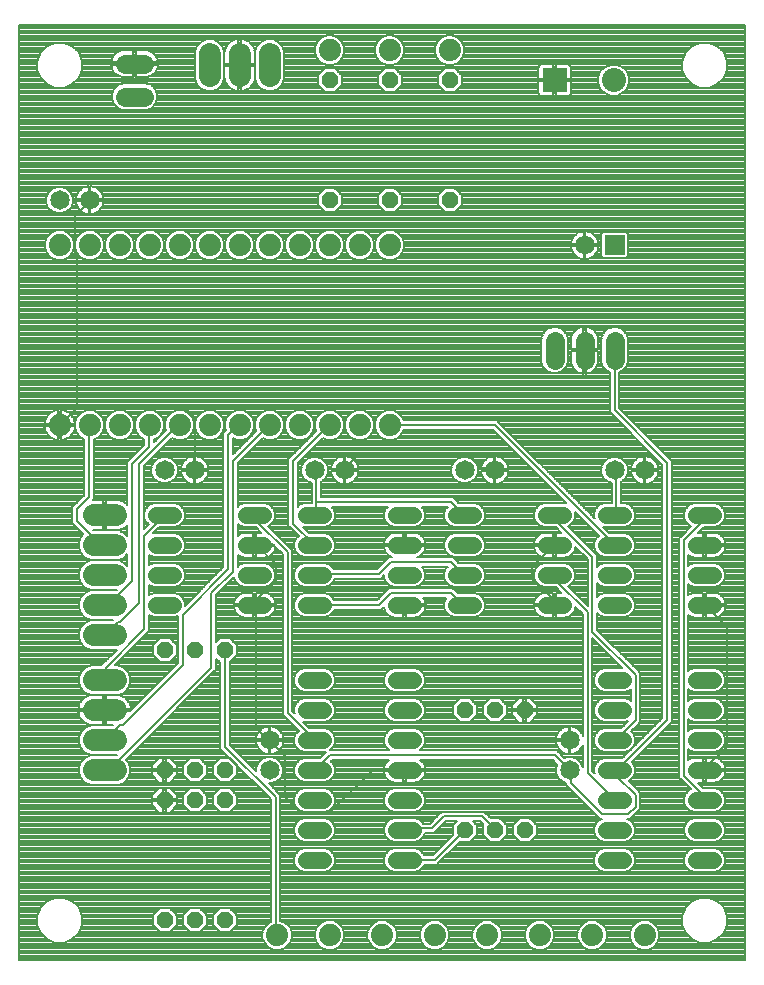
<source format=gbl>
G75*
%MOIN*%
%OFA0B0*%
%FSLAX25Y25*%
%IPPOS*%
%LPD*%
%AMOC8*
5,1,8,0,0,1.08239X$1,22.5*
%
%ADD10C,0.05600*%
%ADD11R,0.08000X0.08000*%
%ADD12C,0.08000*%
%ADD13OC8,0.05600*%
%ADD14C,0.07400*%
%ADD15C,0.06500*%
%ADD16R,0.06500X0.06500*%
%ADD17C,0.06400*%
%ADD18C,0.07400*%
%ADD19C,0.00800*%
D10*
X0048600Y0121400D02*
X0054200Y0121400D01*
X0054200Y0131400D02*
X0048600Y0131400D01*
X0048600Y0141400D02*
X0054200Y0141400D01*
X0054200Y0151400D02*
X0048600Y0151400D01*
X0078600Y0151400D02*
X0084200Y0151400D01*
X0084200Y0141400D02*
X0078600Y0141400D01*
X0078600Y0131400D02*
X0084200Y0131400D01*
X0084200Y0121400D02*
X0078600Y0121400D01*
X0098600Y0121400D02*
X0104200Y0121400D01*
X0104200Y0131400D02*
X0098600Y0131400D01*
X0098600Y0141400D02*
X0104200Y0141400D01*
X0104200Y0151400D02*
X0098600Y0151400D01*
X0128600Y0151400D02*
X0134200Y0151400D01*
X0134200Y0141400D02*
X0128600Y0141400D01*
X0128600Y0131400D02*
X0134200Y0131400D01*
X0134200Y0121400D02*
X0128600Y0121400D01*
X0148600Y0121400D02*
X0154200Y0121400D01*
X0154200Y0131400D02*
X0148600Y0131400D01*
X0148600Y0141400D02*
X0154200Y0141400D01*
X0154200Y0151400D02*
X0148600Y0151400D01*
X0178600Y0151400D02*
X0184200Y0151400D01*
X0184200Y0141400D02*
X0178600Y0141400D01*
X0178600Y0131400D02*
X0184200Y0131400D01*
X0184200Y0121400D02*
X0178600Y0121400D01*
X0198600Y0121400D02*
X0204200Y0121400D01*
X0204200Y0131400D02*
X0198600Y0131400D01*
X0198600Y0141400D02*
X0204200Y0141400D01*
X0204200Y0151400D02*
X0198600Y0151400D01*
X0228600Y0151400D02*
X0234200Y0151400D01*
X0234200Y0141400D02*
X0228600Y0141400D01*
X0228600Y0131400D02*
X0234200Y0131400D01*
X0234200Y0121400D02*
X0228600Y0121400D01*
X0228600Y0096400D02*
X0234200Y0096400D01*
X0234200Y0086400D02*
X0228600Y0086400D01*
X0228600Y0076400D02*
X0234200Y0076400D01*
X0234200Y0066400D02*
X0228600Y0066400D01*
X0228600Y0056400D02*
X0234200Y0056400D01*
X0234200Y0046400D02*
X0228600Y0046400D01*
X0228600Y0036400D02*
X0234200Y0036400D01*
X0204200Y0036400D02*
X0198600Y0036400D01*
X0198600Y0046400D02*
X0204200Y0046400D01*
X0204200Y0056400D02*
X0198600Y0056400D01*
X0198600Y0066400D02*
X0204200Y0066400D01*
X0204200Y0076400D02*
X0198600Y0076400D01*
X0198600Y0086400D02*
X0204200Y0086400D01*
X0204200Y0096400D02*
X0198600Y0096400D01*
X0134200Y0096400D02*
X0128600Y0096400D01*
X0128600Y0086400D02*
X0134200Y0086400D01*
X0134200Y0076400D02*
X0128600Y0076400D01*
X0128600Y0066400D02*
X0134200Y0066400D01*
X0134200Y0056400D02*
X0128600Y0056400D01*
X0128600Y0046400D02*
X0134200Y0046400D01*
X0134200Y0036400D02*
X0128600Y0036400D01*
X0104200Y0036400D02*
X0098600Y0036400D01*
X0098600Y0046400D02*
X0104200Y0046400D01*
X0104200Y0056400D02*
X0098600Y0056400D01*
X0098600Y0066400D02*
X0104200Y0066400D01*
X0104200Y0076400D02*
X0098600Y0076400D01*
X0098600Y0086400D02*
X0104200Y0086400D01*
X0104200Y0096400D02*
X0098600Y0096400D01*
D11*
X0181400Y0296400D03*
D12*
X0201085Y0296400D03*
D13*
X0146400Y0296400D03*
X0126400Y0296400D03*
X0106400Y0296400D03*
X0106400Y0256400D03*
X0126400Y0256400D03*
X0146400Y0256400D03*
X0071400Y0106400D03*
X0061400Y0106400D03*
X0051400Y0106400D03*
X0051400Y0066400D03*
X0051400Y0056400D03*
X0061400Y0056400D03*
X0061400Y0066400D03*
X0071400Y0066400D03*
X0071400Y0056400D03*
X0071400Y0016400D03*
X0061400Y0016400D03*
X0051400Y0016400D03*
X0151400Y0046400D03*
X0161400Y0046400D03*
X0171400Y0046400D03*
X0171400Y0086400D03*
X0161400Y0086400D03*
X0151400Y0086400D03*
D14*
X0158900Y0011400D03*
X0141400Y0011400D03*
X0123900Y0011400D03*
X0106400Y0011400D03*
X0088900Y0011400D03*
X0176400Y0011400D03*
X0193900Y0011400D03*
X0211400Y0011400D03*
X0126400Y0181400D03*
X0116400Y0181400D03*
X0106400Y0181400D03*
X0096400Y0181400D03*
X0086400Y0181400D03*
X0076400Y0181400D03*
X0066400Y0181400D03*
X0056400Y0181400D03*
X0046400Y0181400D03*
X0036400Y0181400D03*
X0026400Y0181400D03*
X0016400Y0181400D03*
X0016400Y0241400D03*
X0026400Y0241400D03*
X0036400Y0241400D03*
X0046400Y0241400D03*
X0056400Y0241400D03*
X0066400Y0241400D03*
X0076400Y0241400D03*
X0086400Y0241400D03*
X0096400Y0241400D03*
X0106400Y0241400D03*
X0116400Y0241400D03*
X0126400Y0241400D03*
X0126400Y0306400D03*
X0146400Y0306400D03*
X0106400Y0306400D03*
D15*
X0026400Y0256400D03*
X0016400Y0256400D03*
X0051400Y0166400D03*
X0061400Y0166400D03*
X0101400Y0166400D03*
X0111400Y0166400D03*
X0151400Y0166400D03*
X0161400Y0166400D03*
X0201400Y0166400D03*
X0211400Y0166400D03*
X0191400Y0241400D03*
X0186400Y0076400D03*
X0186400Y0066400D03*
X0086400Y0066400D03*
X0086400Y0076400D03*
D16*
X0201400Y0241400D03*
D17*
X0201400Y0209600D02*
X0201400Y0203200D01*
X0191400Y0203200D02*
X0191400Y0209600D01*
X0181400Y0209600D02*
X0181400Y0203200D01*
X0044600Y0290900D02*
X0038200Y0290900D01*
X0038200Y0301900D02*
X0044600Y0301900D01*
D18*
X0066400Y0305100D02*
X0066400Y0297700D01*
X0076400Y0297700D02*
X0076400Y0305100D01*
X0086400Y0305100D02*
X0086400Y0297700D01*
X0035100Y0151400D02*
X0027700Y0151400D01*
X0027700Y0141400D02*
X0035100Y0141400D01*
X0035100Y0131400D02*
X0027700Y0131400D01*
X0027700Y0121400D02*
X0035100Y0121400D01*
X0035100Y0111400D02*
X0027700Y0111400D01*
X0027700Y0096400D02*
X0035100Y0096400D01*
X0035100Y0086400D02*
X0027700Y0086400D01*
X0027700Y0076400D02*
X0035100Y0076400D01*
X0035100Y0066400D02*
X0027700Y0066400D01*
D19*
X0003000Y0003000D02*
X0003000Y0314800D01*
X0244800Y0314800D01*
X0244800Y0003000D01*
X0003000Y0003000D01*
X0003000Y0003796D02*
X0244800Y0003796D01*
X0244800Y0004594D02*
X0003000Y0004594D01*
X0003000Y0005393D02*
X0244800Y0005393D01*
X0244800Y0006191D02*
X0003000Y0006191D01*
X0003000Y0006990D02*
X0086743Y0006990D01*
X0086124Y0007246D02*
X0087925Y0006500D01*
X0089875Y0006500D01*
X0091676Y0007246D01*
X0093054Y0008624D01*
X0093800Y0010425D01*
X0093800Y0012375D01*
X0093054Y0014176D01*
X0091676Y0015554D01*
X0090000Y0016248D01*
X0090000Y0058063D01*
X0086113Y0061950D01*
X0087285Y0061950D01*
X0088921Y0062627D01*
X0090173Y0063879D01*
X0090850Y0065515D01*
X0090850Y0067285D01*
X0090173Y0068921D01*
X0088921Y0070173D01*
X0087285Y0070850D01*
X0085515Y0070850D01*
X0083879Y0070173D01*
X0082627Y0068921D01*
X0081950Y0067285D01*
X0081950Y0066113D01*
X0073200Y0074863D01*
X0082010Y0074863D01*
X0082091Y0074615D02*
X0082423Y0073963D01*
X0082853Y0073371D01*
X0083371Y0072853D01*
X0083963Y0072423D01*
X0084615Y0072091D01*
X0085311Y0071864D01*
X0086034Y0071750D01*
X0086111Y0071750D01*
X0086111Y0076111D01*
X0081750Y0076111D01*
X0081750Y0076034D01*
X0081864Y0075311D01*
X0082091Y0074615D01*
X0082371Y0074065D02*
X0073998Y0074065D01*
X0073200Y0074863D02*
X0073200Y0102543D01*
X0075400Y0104743D01*
X0075400Y0108057D01*
X0073057Y0110400D01*
X0069743Y0110400D01*
X0068600Y0109257D01*
X0068600Y0124737D01*
X0074600Y0130737D01*
X0074600Y0130604D01*
X0075209Y0129134D01*
X0076334Y0128009D01*
X0077804Y0127400D01*
X0084996Y0127400D01*
X0086466Y0128009D01*
X0087591Y0129134D01*
X0088200Y0130604D01*
X0088200Y0132196D01*
X0087591Y0133666D01*
X0086466Y0134791D01*
X0084996Y0135400D01*
X0077804Y0135400D01*
X0076334Y0134791D01*
X0075800Y0134257D01*
X0075800Y0138260D01*
X0075864Y0138196D01*
X0076399Y0137808D01*
X0076988Y0137508D01*
X0077616Y0137303D01*
X0078269Y0137200D01*
X0081000Y0137200D01*
X0081000Y0141000D01*
X0081800Y0141000D01*
X0088137Y0141000D01*
X0087337Y0141800D01*
X0081800Y0141800D01*
X0081000Y0141800D01*
X0081000Y0145600D01*
X0078269Y0145600D01*
X0077616Y0145497D01*
X0076988Y0145292D01*
X0076399Y0144992D01*
X0075864Y0144604D01*
X0075800Y0144540D01*
X0075800Y0148543D01*
X0076334Y0148009D01*
X0077804Y0147400D01*
X0081737Y0147400D01*
X0083537Y0145600D01*
X0081800Y0145600D01*
X0081800Y0141800D01*
X0081800Y0141000D01*
X0081800Y0137200D01*
X0084531Y0137200D01*
X0085184Y0137303D01*
X0085812Y0137508D01*
X0086401Y0137808D01*
X0086936Y0138196D01*
X0087404Y0138664D01*
X0087792Y0139199D01*
X0088092Y0139788D01*
X0088297Y0140416D01*
X0088355Y0140783D01*
X0090800Y0138337D01*
X0090800Y0084737D01*
X0091737Y0083800D01*
X0096040Y0079497D01*
X0095209Y0078666D01*
X0094600Y0077196D01*
X0094600Y0075604D01*
X0095209Y0074134D01*
X0096334Y0073009D01*
X0097804Y0072400D01*
X0104996Y0072400D01*
X0105237Y0072500D01*
X0104800Y0072063D01*
X0103137Y0070400D01*
X0097804Y0070400D01*
X0096334Y0069791D01*
X0095209Y0068666D01*
X0094600Y0067196D01*
X0094600Y0065604D01*
X0095209Y0064134D01*
X0096334Y0063009D01*
X0097804Y0062400D01*
X0104996Y0062400D01*
X0106466Y0063009D01*
X0107591Y0064134D01*
X0108200Y0065604D01*
X0108200Y0067196D01*
X0107591Y0068666D01*
X0106760Y0069497D01*
X0107063Y0069800D01*
X0126134Y0069800D01*
X0125864Y0069604D01*
X0125396Y0069136D01*
X0125008Y0068601D01*
X0124708Y0068012D01*
X0124503Y0067384D01*
X0124411Y0066800D01*
X0131000Y0066800D01*
X0131000Y0066000D01*
X0131800Y0066000D01*
X0131800Y0066800D01*
X0138389Y0066800D01*
X0138297Y0067384D01*
X0138092Y0068012D01*
X0137792Y0068601D01*
X0137404Y0069136D01*
X0136936Y0069604D01*
X0136666Y0069800D01*
X0180737Y0069800D01*
X0182331Y0068206D01*
X0181950Y0067285D01*
X0181950Y0065515D01*
X0182627Y0063879D01*
X0183879Y0062627D01*
X0185200Y0062080D01*
X0185200Y0061537D01*
X0186137Y0060600D01*
X0196537Y0050200D01*
X0197322Y0050200D01*
X0196334Y0049791D01*
X0195209Y0048666D01*
X0194600Y0047196D01*
X0194600Y0045604D01*
X0195209Y0044134D01*
X0196334Y0043009D01*
X0197804Y0042400D01*
X0204996Y0042400D01*
X0206466Y0043009D01*
X0207591Y0044134D01*
X0208200Y0045604D01*
X0208200Y0047196D01*
X0207591Y0048666D01*
X0206466Y0049791D01*
X0205478Y0050200D01*
X0206663Y0050200D01*
X0207600Y0051137D01*
X0210000Y0053537D01*
X0210000Y0058863D01*
X0209063Y0059800D01*
X0206033Y0062830D01*
X0206466Y0063009D01*
X0207591Y0064134D01*
X0208200Y0065604D01*
X0208200Y0067196D01*
X0207591Y0068666D01*
X0207160Y0069097D01*
X0220500Y0082437D01*
X0220500Y0169563D01*
X0219563Y0170500D01*
X0203000Y0187063D01*
X0203000Y0199100D01*
X0203892Y0199470D01*
X0205130Y0200708D01*
X0205800Y0202325D01*
X0205800Y0210475D01*
X0205130Y0212092D01*
X0203892Y0213330D01*
X0202275Y0214000D01*
X0200525Y0214000D01*
X0198908Y0213330D01*
X0197670Y0212092D01*
X0197000Y0210475D01*
X0197000Y0202325D01*
X0197670Y0200708D01*
X0198908Y0199470D01*
X0199800Y0199100D01*
X0199800Y0185737D01*
X0217300Y0168237D01*
X0217300Y0083763D01*
X0203937Y0070400D01*
X0197804Y0070400D01*
X0196334Y0069791D01*
X0195209Y0068666D01*
X0194600Y0067196D01*
X0194600Y0065604D01*
X0194700Y0065363D01*
X0194000Y0066063D01*
X0194000Y0110337D01*
X0203937Y0100400D01*
X0197804Y0100400D01*
X0196334Y0099791D01*
X0195209Y0098666D01*
X0194600Y0097196D01*
X0194600Y0095604D01*
X0195209Y0094134D01*
X0196334Y0093009D01*
X0197804Y0092400D01*
X0204996Y0092400D01*
X0206466Y0093009D01*
X0206800Y0093343D01*
X0206800Y0089457D01*
X0206466Y0089791D01*
X0204996Y0090400D01*
X0197804Y0090400D01*
X0196334Y0089791D01*
X0195209Y0088666D01*
X0194600Y0087196D01*
X0194600Y0085604D01*
X0195209Y0084134D01*
X0196334Y0083009D01*
X0197804Y0082400D01*
X0204996Y0082400D01*
X0205920Y0082783D01*
X0203537Y0080400D01*
X0197804Y0080400D01*
X0196334Y0079791D01*
X0195209Y0078666D01*
X0194600Y0077196D01*
X0194600Y0075604D01*
X0195209Y0074134D01*
X0196334Y0073009D01*
X0197804Y0072400D01*
X0204996Y0072400D01*
X0206466Y0073009D01*
X0207591Y0074134D01*
X0208200Y0075604D01*
X0208200Y0077196D01*
X0207591Y0078666D01*
X0206960Y0079297D01*
X0209063Y0081400D01*
X0210000Y0082337D01*
X0210000Y0098863D01*
X0209063Y0099800D01*
X0195600Y0113263D01*
X0195600Y0118743D01*
X0196334Y0118009D01*
X0197804Y0117400D01*
X0204996Y0117400D01*
X0206466Y0118009D01*
X0207591Y0119134D01*
X0208200Y0120604D01*
X0208200Y0122196D01*
X0207591Y0123666D01*
X0206466Y0124791D01*
X0204996Y0125400D01*
X0197804Y0125400D01*
X0196334Y0124791D01*
X0195600Y0124057D01*
X0195600Y0128743D01*
X0196334Y0128009D01*
X0197804Y0127400D01*
X0204996Y0127400D01*
X0206466Y0128009D01*
X0207591Y0129134D01*
X0208200Y0130604D01*
X0208200Y0132196D01*
X0207591Y0133666D01*
X0206466Y0134791D01*
X0204996Y0135400D01*
X0197804Y0135400D01*
X0196334Y0134791D01*
X0195600Y0134057D01*
X0195600Y0138063D01*
X0194663Y0139000D01*
X0185892Y0147771D01*
X0186466Y0148009D01*
X0187591Y0149134D01*
X0188200Y0150604D01*
X0188200Y0152196D01*
X0188100Y0152437D01*
X0196040Y0144497D01*
X0195209Y0143666D01*
X0194600Y0142196D01*
X0194600Y0140604D01*
X0195209Y0139134D01*
X0196334Y0138009D01*
X0197804Y0137400D01*
X0204996Y0137400D01*
X0206466Y0138009D01*
X0207591Y0139134D01*
X0208200Y0140604D01*
X0208200Y0142196D01*
X0207591Y0143666D01*
X0206466Y0144791D01*
X0204996Y0145400D01*
X0199663Y0145400D01*
X0197563Y0147500D01*
X0197804Y0147400D01*
X0204996Y0147400D01*
X0206466Y0148009D01*
X0207591Y0149134D01*
X0208200Y0150604D01*
X0208200Y0152196D01*
X0207591Y0153666D01*
X0206466Y0154791D01*
X0204996Y0155400D01*
X0203600Y0155400D01*
X0203600Y0162495D01*
X0203921Y0162627D01*
X0205173Y0163879D01*
X0205850Y0165515D01*
X0205850Y0167285D01*
X0205173Y0168921D01*
X0203921Y0170173D01*
X0202285Y0170850D01*
X0200515Y0170850D01*
X0198879Y0170173D01*
X0197627Y0168921D01*
X0196950Y0167285D01*
X0196950Y0165515D01*
X0197627Y0163879D01*
X0198879Y0162627D01*
X0200400Y0161998D01*
X0200400Y0155400D01*
X0197804Y0155400D01*
X0196334Y0154791D01*
X0195209Y0153666D01*
X0194600Y0152196D01*
X0194600Y0150604D01*
X0194700Y0150363D01*
X0163000Y0182063D01*
X0162063Y0183000D01*
X0131041Y0183000D01*
X0130554Y0184176D01*
X0129176Y0185554D01*
X0127375Y0186300D01*
X0125425Y0186300D01*
X0123624Y0185554D01*
X0122246Y0184176D01*
X0121500Y0182375D01*
X0121500Y0180425D01*
X0122246Y0178624D01*
X0123624Y0177246D01*
X0125425Y0176500D01*
X0127375Y0176500D01*
X0129176Y0177246D01*
X0130554Y0178624D01*
X0131041Y0179800D01*
X0160737Y0179800D01*
X0185237Y0155300D01*
X0184996Y0155400D01*
X0177804Y0155400D01*
X0176334Y0154791D01*
X0175209Y0153666D01*
X0174600Y0152196D01*
X0174600Y0150604D01*
X0175209Y0149134D01*
X0176334Y0148009D01*
X0177804Y0147400D01*
X0181737Y0147400D01*
X0183537Y0145600D01*
X0181800Y0145600D01*
X0181800Y0141800D01*
X0181000Y0141800D01*
X0181000Y0145600D01*
X0178269Y0145600D01*
X0177616Y0145497D01*
X0176988Y0145292D01*
X0176399Y0144992D01*
X0175864Y0144604D01*
X0175396Y0144136D01*
X0175008Y0143601D01*
X0174708Y0143012D01*
X0174503Y0142384D01*
X0174411Y0141800D01*
X0181000Y0141800D01*
X0181000Y0141000D01*
X0181800Y0141000D01*
X0181800Y0137200D01*
X0184531Y0137200D01*
X0185184Y0137303D01*
X0185812Y0137508D01*
X0186401Y0137808D01*
X0186936Y0138196D01*
X0187404Y0138664D01*
X0187792Y0139199D01*
X0188092Y0139788D01*
X0188297Y0140416D01*
X0188355Y0140783D01*
X0192400Y0136737D01*
X0192400Y0121263D01*
X0185892Y0127771D01*
X0186466Y0128009D01*
X0187591Y0129134D01*
X0188200Y0130604D01*
X0188200Y0132196D01*
X0187591Y0133666D01*
X0186466Y0134791D01*
X0184996Y0135400D01*
X0177804Y0135400D01*
X0176334Y0134791D01*
X0175209Y0133666D01*
X0174600Y0132196D01*
X0174600Y0130604D01*
X0175209Y0129134D01*
X0176334Y0128009D01*
X0177804Y0127400D01*
X0181737Y0127400D01*
X0183537Y0125600D01*
X0181800Y0125600D01*
X0181800Y0121800D01*
X0181000Y0121800D01*
X0181000Y0125600D01*
X0178269Y0125600D01*
X0177616Y0125497D01*
X0176988Y0125292D01*
X0176399Y0124992D01*
X0175864Y0124604D01*
X0175396Y0124136D01*
X0175008Y0123601D01*
X0174708Y0123012D01*
X0174503Y0122384D01*
X0174411Y0121800D01*
X0181000Y0121800D01*
X0181000Y0121000D01*
X0181800Y0121000D01*
X0181800Y0117200D01*
X0184531Y0117200D01*
X0185184Y0117303D01*
X0185812Y0117508D01*
X0186401Y0117808D01*
X0186936Y0118196D01*
X0187404Y0118664D01*
X0187792Y0119199D01*
X0188092Y0119788D01*
X0188297Y0120416D01*
X0188355Y0120783D01*
X0190800Y0118337D01*
X0190800Y0077906D01*
X0190709Y0078185D01*
X0190377Y0078837D01*
X0189947Y0079429D01*
X0189429Y0079947D01*
X0188837Y0080377D01*
X0188185Y0080709D01*
X0187489Y0080935D01*
X0186766Y0081050D01*
X0186689Y0081050D01*
X0186689Y0076689D01*
X0186111Y0076689D01*
X0186111Y0081050D01*
X0186034Y0081050D01*
X0185311Y0080935D01*
X0184615Y0080709D01*
X0183963Y0080377D01*
X0183371Y0079947D01*
X0182853Y0079429D01*
X0182423Y0078837D01*
X0182091Y0078185D01*
X0181864Y0077489D01*
X0181750Y0076766D01*
X0181750Y0076689D01*
X0186111Y0076689D01*
X0186111Y0076111D01*
X0186689Y0076111D01*
X0186689Y0071750D01*
X0186766Y0071750D01*
X0187489Y0071864D01*
X0188185Y0072091D01*
X0188837Y0072423D01*
X0189429Y0072853D01*
X0189947Y0073371D01*
X0190377Y0073963D01*
X0190709Y0074615D01*
X0190800Y0074894D01*
X0190800Y0067406D01*
X0190173Y0068921D01*
X0188921Y0070173D01*
X0187285Y0070850D01*
X0185515Y0070850D01*
X0184594Y0070469D01*
X0182063Y0073000D01*
X0136444Y0073000D01*
X0136466Y0073009D01*
X0137591Y0074134D01*
X0138200Y0075604D01*
X0138200Y0077196D01*
X0137591Y0078666D01*
X0136466Y0079791D01*
X0134996Y0080400D01*
X0127804Y0080400D01*
X0126334Y0079791D01*
X0125209Y0078666D01*
X0124600Y0077196D01*
X0124600Y0075604D01*
X0125209Y0074134D01*
X0126334Y0073009D01*
X0126356Y0073000D01*
X0106444Y0073000D01*
X0106466Y0073009D01*
X0107591Y0074134D01*
X0108200Y0075604D01*
X0108200Y0077196D01*
X0107591Y0078666D01*
X0106466Y0079791D01*
X0104996Y0080400D01*
X0099663Y0080400D01*
X0097563Y0082500D01*
X0097804Y0082400D01*
X0104996Y0082400D01*
X0106466Y0083009D01*
X0107591Y0084134D01*
X0108200Y0085604D01*
X0108200Y0087196D01*
X0107591Y0088666D01*
X0106466Y0089791D01*
X0104996Y0090400D01*
X0097804Y0090400D01*
X0096334Y0089791D01*
X0095209Y0088666D01*
X0094600Y0087196D01*
X0094600Y0085604D01*
X0094700Y0085363D01*
X0094000Y0086063D01*
X0094000Y0139663D01*
X0093063Y0140600D01*
X0085892Y0147771D01*
X0086466Y0148009D01*
X0087591Y0149134D01*
X0088200Y0150604D01*
X0088200Y0152196D01*
X0087591Y0153666D01*
X0086466Y0154791D01*
X0084996Y0155400D01*
X0077804Y0155400D01*
X0076334Y0154791D01*
X0075800Y0154257D01*
X0075800Y0168737D01*
X0084108Y0177046D01*
X0085425Y0176500D01*
X0087375Y0176500D01*
X0089176Y0177246D01*
X0090554Y0178624D01*
X0091300Y0180425D01*
X0091300Y0182375D01*
X0090554Y0184176D01*
X0089176Y0185554D01*
X0087375Y0186300D01*
X0085425Y0186300D01*
X0083624Y0185554D01*
X0082246Y0184176D01*
X0081500Y0182375D01*
X0081500Y0180425D01*
X0081928Y0179391D01*
X0074200Y0171663D01*
X0074200Y0177008D01*
X0075425Y0176500D01*
X0077375Y0176500D01*
X0079176Y0177246D01*
X0080554Y0178624D01*
X0081300Y0180425D01*
X0081300Y0182375D01*
X0080554Y0184176D01*
X0079176Y0185554D01*
X0077375Y0186300D01*
X0075425Y0186300D01*
X0073624Y0185554D01*
X0072246Y0184176D01*
X0071500Y0182375D01*
X0071500Y0180425D01*
X0071811Y0179674D01*
X0071000Y0178863D01*
X0071000Y0134063D01*
X0058200Y0121263D01*
X0058200Y0122196D01*
X0057591Y0123666D01*
X0056466Y0124791D01*
X0054996Y0125400D01*
X0047804Y0125400D01*
X0046334Y0124791D01*
X0046200Y0124657D01*
X0046200Y0128143D01*
X0046334Y0128009D01*
X0047804Y0127400D01*
X0054996Y0127400D01*
X0056466Y0128009D01*
X0057591Y0129134D01*
X0058200Y0130604D01*
X0058200Y0132196D01*
X0057591Y0133666D01*
X0056466Y0134791D01*
X0054996Y0135400D01*
X0047804Y0135400D01*
X0046334Y0134791D01*
X0046200Y0134657D01*
X0046200Y0138143D01*
X0046334Y0138009D01*
X0047804Y0137400D01*
X0054996Y0137400D01*
X0056466Y0138009D01*
X0057591Y0139134D01*
X0058200Y0140604D01*
X0058200Y0142196D01*
X0057591Y0143666D01*
X0056466Y0144791D01*
X0054996Y0145400D01*
X0047804Y0145400D01*
X0047563Y0145300D01*
X0049663Y0147400D01*
X0054996Y0147400D01*
X0056466Y0148009D01*
X0057591Y0149134D01*
X0058200Y0150604D01*
X0058200Y0152196D01*
X0057591Y0153666D01*
X0056466Y0154791D01*
X0054996Y0155400D01*
X0047804Y0155400D01*
X0046334Y0154791D01*
X0045209Y0153666D01*
X0044600Y0152196D01*
X0044600Y0150604D01*
X0045209Y0149134D01*
X0046040Y0148303D01*
X0044600Y0146863D01*
X0044600Y0167937D01*
X0053825Y0177163D01*
X0055425Y0176500D01*
X0057375Y0176500D01*
X0059176Y0177246D01*
X0060554Y0178624D01*
X0061300Y0180425D01*
X0061300Y0182375D01*
X0060554Y0184176D01*
X0059176Y0185554D01*
X0057375Y0186300D01*
X0055425Y0186300D01*
X0053624Y0185554D01*
X0052246Y0184176D01*
X0051500Y0182375D01*
X0051500Y0180425D01*
X0051811Y0179674D01*
X0047800Y0175663D01*
X0047800Y0176676D01*
X0049176Y0177246D01*
X0050554Y0178624D01*
X0051300Y0180425D01*
X0051300Y0182375D01*
X0050554Y0184176D01*
X0049176Y0185554D01*
X0047375Y0186300D01*
X0045425Y0186300D01*
X0043624Y0185554D01*
X0042246Y0184176D01*
X0041500Y0182375D01*
X0041500Y0180425D01*
X0042246Y0178624D01*
X0043624Y0177246D01*
X0044600Y0176842D01*
X0044600Y0174863D01*
X0039937Y0170200D01*
X0039000Y0169263D01*
X0039000Y0154709D01*
X0038990Y0154722D01*
X0038422Y0155290D01*
X0037773Y0155762D01*
X0037058Y0156126D01*
X0036294Y0156374D01*
X0035501Y0156500D01*
X0031800Y0156500D01*
X0031800Y0151800D01*
X0031000Y0151800D01*
X0031000Y0156500D01*
X0027563Y0156500D01*
X0027800Y0156737D01*
X0027800Y0176676D01*
X0029176Y0177246D01*
X0030554Y0178624D01*
X0031300Y0180425D01*
X0031300Y0182375D01*
X0030554Y0184176D01*
X0029176Y0185554D01*
X0027375Y0186300D01*
X0025425Y0186300D01*
X0023624Y0185554D01*
X0022246Y0184176D01*
X0021500Y0182375D01*
X0021500Y0180425D01*
X0022246Y0178624D01*
X0023624Y0177246D01*
X0024600Y0176842D01*
X0024600Y0158063D01*
X0021537Y0155000D01*
X0020600Y0154063D01*
X0020600Y0148737D01*
X0024354Y0144983D01*
X0023546Y0144176D01*
X0022800Y0142375D01*
X0022800Y0140425D01*
X0023546Y0138624D01*
X0024924Y0137246D01*
X0026725Y0136500D01*
X0036075Y0136500D01*
X0037876Y0137246D01*
X0039000Y0138370D01*
X0039000Y0134430D01*
X0037876Y0135554D01*
X0036075Y0136300D01*
X0026725Y0136300D01*
X0024924Y0135554D01*
X0023546Y0134176D01*
X0022800Y0132375D01*
X0022800Y0130425D01*
X0023546Y0128624D01*
X0024924Y0127246D01*
X0026725Y0126500D01*
X0035437Y0126500D01*
X0035237Y0126300D01*
X0026725Y0126300D01*
X0024924Y0125554D01*
X0023546Y0124176D01*
X0022800Y0122375D01*
X0022800Y0120425D01*
X0023546Y0118624D01*
X0024924Y0117246D01*
X0026725Y0116500D01*
X0034237Y0116500D01*
X0034200Y0116463D01*
X0034037Y0116300D01*
X0026725Y0116300D01*
X0024924Y0115554D01*
X0023546Y0114176D01*
X0022800Y0112375D01*
X0022800Y0110425D01*
X0023546Y0108624D01*
X0024924Y0107246D01*
X0026725Y0106500D01*
X0035437Y0106500D01*
X0030237Y0101300D01*
X0026725Y0101300D01*
X0024924Y0100554D01*
X0023546Y0099176D01*
X0022800Y0097375D01*
X0022800Y0095425D01*
X0023546Y0093624D01*
X0024924Y0092246D01*
X0026725Y0091500D01*
X0036075Y0091500D01*
X0037876Y0092246D01*
X0039254Y0093624D01*
X0040000Y0095425D01*
X0040000Y0097375D01*
X0039254Y0099176D01*
X0037876Y0100554D01*
X0036075Y0101300D01*
X0034763Y0101300D01*
X0045263Y0111800D01*
X0046200Y0112737D01*
X0046200Y0118143D01*
X0046334Y0118009D01*
X0047804Y0117400D01*
X0054996Y0117400D01*
X0055800Y0117733D01*
X0055800Y0102063D01*
X0039737Y0086000D01*
X0031800Y0086000D01*
X0031800Y0086800D01*
X0031000Y0086800D01*
X0031000Y0091500D01*
X0027299Y0091500D01*
X0026506Y0091374D01*
X0025742Y0091126D01*
X0025027Y0090762D01*
X0024378Y0090290D01*
X0023810Y0089722D01*
X0023338Y0089073D01*
X0022974Y0088358D01*
X0022726Y0087594D01*
X0022600Y0086801D01*
X0022600Y0086800D01*
X0031000Y0086800D01*
X0031000Y0086000D01*
X0031800Y0086000D01*
X0031800Y0081300D01*
X0034237Y0081300D01*
X0026725Y0081300D01*
X0024924Y0080554D01*
X0023546Y0079176D01*
X0022800Y0077375D01*
X0022800Y0075425D01*
X0023546Y0073624D01*
X0024924Y0072246D01*
X0026725Y0071500D01*
X0035637Y0071500D01*
X0035437Y0071300D01*
X0026725Y0071300D01*
X0024924Y0070554D01*
X0023546Y0069176D01*
X0022800Y0067375D01*
X0022800Y0065425D01*
X0023546Y0063624D01*
X0024924Y0062246D01*
X0026725Y0061500D01*
X0036075Y0061500D01*
X0037876Y0062246D01*
X0039254Y0063624D01*
X0040000Y0065425D01*
X0040000Y0067375D01*
X0039254Y0069176D01*
X0038546Y0069883D01*
X0067663Y0099000D01*
X0068600Y0099937D01*
X0068600Y0103543D01*
X0069743Y0102400D01*
X0070000Y0102400D01*
X0070000Y0073537D01*
X0070937Y0072600D01*
X0086800Y0056737D01*
X0086800Y0015834D01*
X0086124Y0015554D01*
X0084746Y0014176D01*
X0084000Y0012375D01*
X0084000Y0010425D01*
X0084746Y0008624D01*
X0086124Y0007246D01*
X0085582Y0007788D02*
X0003000Y0007788D01*
X0003000Y0008587D02*
X0084784Y0008587D01*
X0084431Y0009385D02*
X0019060Y0009385D01*
X0017892Y0008901D02*
X0020648Y0010043D01*
X0022757Y0012152D01*
X0023899Y0014908D01*
X0023899Y0017892D01*
X0022757Y0020648D01*
X0020648Y0022757D01*
X0017892Y0023899D01*
X0014908Y0023899D01*
X0012152Y0022757D01*
X0010043Y0020648D01*
X0008901Y0017892D01*
X0008901Y0014908D01*
X0010043Y0012152D01*
X0012152Y0010043D01*
X0014908Y0008901D01*
X0017892Y0008901D01*
X0020789Y0010184D02*
X0084100Y0010184D01*
X0084000Y0010982D02*
X0021587Y0010982D01*
X0022386Y0011781D02*
X0084000Y0011781D01*
X0084085Y0012579D02*
X0073236Y0012579D01*
X0073057Y0012400D02*
X0075400Y0014743D01*
X0075400Y0018057D01*
X0073057Y0020400D01*
X0069743Y0020400D01*
X0067400Y0018057D01*
X0067400Y0014743D01*
X0069743Y0012400D01*
X0073057Y0012400D01*
X0074035Y0013378D02*
X0084415Y0013378D01*
X0084747Y0014176D02*
X0074833Y0014176D01*
X0075400Y0014975D02*
X0085545Y0014975D01*
X0086654Y0015773D02*
X0075400Y0015773D01*
X0075400Y0016572D02*
X0086800Y0016572D01*
X0086800Y0017370D02*
X0075400Y0017370D01*
X0075288Y0018169D02*
X0086800Y0018169D01*
X0086800Y0018967D02*
X0074490Y0018967D01*
X0073691Y0019766D02*
X0086800Y0019766D01*
X0086800Y0020564D02*
X0022792Y0020564D01*
X0023123Y0019766D02*
X0049109Y0019766D01*
X0049743Y0020400D02*
X0047400Y0018057D01*
X0047400Y0014743D01*
X0049743Y0012400D01*
X0053057Y0012400D01*
X0055400Y0014743D01*
X0055400Y0018057D01*
X0053057Y0020400D01*
X0049743Y0020400D01*
X0048310Y0018967D02*
X0023453Y0018967D01*
X0023784Y0018169D02*
X0047512Y0018169D01*
X0047400Y0017370D02*
X0023899Y0017370D01*
X0023899Y0016572D02*
X0047400Y0016572D01*
X0047400Y0015773D02*
X0023899Y0015773D01*
X0023899Y0014975D02*
X0047400Y0014975D01*
X0047967Y0014176D02*
X0023596Y0014176D01*
X0023265Y0013378D02*
X0048765Y0013378D01*
X0049564Y0012579D02*
X0022934Y0012579D01*
X0022042Y0021363D02*
X0086800Y0021363D01*
X0086800Y0022161D02*
X0021244Y0022161D01*
X0020159Y0022960D02*
X0086800Y0022960D01*
X0086800Y0023758D02*
X0018231Y0023758D01*
X0014569Y0023758D02*
X0003000Y0023758D01*
X0003000Y0022960D02*
X0012641Y0022960D01*
X0011556Y0022161D02*
X0003000Y0022161D01*
X0003000Y0021363D02*
X0010758Y0021363D01*
X0010008Y0020564D02*
X0003000Y0020564D01*
X0003000Y0019766D02*
X0009677Y0019766D01*
X0009347Y0018967D02*
X0003000Y0018967D01*
X0003000Y0018169D02*
X0009016Y0018169D01*
X0008901Y0017370D02*
X0003000Y0017370D01*
X0003000Y0016572D02*
X0008901Y0016572D01*
X0008901Y0015773D02*
X0003000Y0015773D01*
X0003000Y0014975D02*
X0008901Y0014975D01*
X0009204Y0014176D02*
X0003000Y0014176D01*
X0003000Y0013378D02*
X0009535Y0013378D01*
X0009866Y0012579D02*
X0003000Y0012579D01*
X0003000Y0011781D02*
X0010414Y0011781D01*
X0011213Y0010982D02*
X0003000Y0010982D01*
X0003000Y0010184D02*
X0012011Y0010184D01*
X0013740Y0009385D02*
X0003000Y0009385D01*
X0003000Y0024557D02*
X0086800Y0024557D01*
X0086800Y0025355D02*
X0003000Y0025355D01*
X0003000Y0026154D02*
X0086800Y0026154D01*
X0086800Y0026952D02*
X0003000Y0026952D01*
X0003000Y0027751D02*
X0086800Y0027751D01*
X0086800Y0028549D02*
X0003000Y0028549D01*
X0003000Y0029348D02*
X0086800Y0029348D01*
X0086800Y0030146D02*
X0003000Y0030146D01*
X0003000Y0030945D02*
X0086800Y0030945D01*
X0086800Y0031743D02*
X0003000Y0031743D01*
X0003000Y0032542D02*
X0086800Y0032542D01*
X0086800Y0033340D02*
X0003000Y0033340D01*
X0003000Y0034139D02*
X0086800Y0034139D01*
X0086800Y0034937D02*
X0003000Y0034937D01*
X0003000Y0035736D02*
X0086800Y0035736D01*
X0086800Y0036534D02*
X0003000Y0036534D01*
X0003000Y0037333D02*
X0086800Y0037333D01*
X0086800Y0038132D02*
X0003000Y0038132D01*
X0003000Y0038930D02*
X0086800Y0038930D01*
X0086800Y0039729D02*
X0003000Y0039729D01*
X0003000Y0040527D02*
X0086800Y0040527D01*
X0086800Y0041326D02*
X0003000Y0041326D01*
X0003000Y0042124D02*
X0086800Y0042124D01*
X0086800Y0042923D02*
X0003000Y0042923D01*
X0003000Y0043721D02*
X0086800Y0043721D01*
X0086800Y0044520D02*
X0003000Y0044520D01*
X0003000Y0045318D02*
X0086800Y0045318D01*
X0086800Y0046117D02*
X0003000Y0046117D01*
X0003000Y0046915D02*
X0086800Y0046915D01*
X0086800Y0047714D02*
X0003000Y0047714D01*
X0003000Y0048512D02*
X0086800Y0048512D01*
X0086800Y0049311D02*
X0003000Y0049311D01*
X0003000Y0050109D02*
X0086800Y0050109D01*
X0086800Y0050908D02*
X0003000Y0050908D01*
X0003000Y0051706D02*
X0086800Y0051706D01*
X0086800Y0052505D02*
X0073162Y0052505D01*
X0073057Y0052400D02*
X0075400Y0054743D01*
X0075400Y0058057D01*
X0073057Y0060400D01*
X0069743Y0060400D01*
X0067400Y0058057D01*
X0067400Y0054743D01*
X0069743Y0052400D01*
X0073057Y0052400D01*
X0073960Y0053303D02*
X0086800Y0053303D01*
X0086800Y0054102D02*
X0074759Y0054102D01*
X0075400Y0054900D02*
X0086800Y0054900D01*
X0086800Y0055699D02*
X0075400Y0055699D01*
X0075400Y0056497D02*
X0086800Y0056497D01*
X0086241Y0057296D02*
X0075400Y0057296D01*
X0075363Y0058094D02*
X0085443Y0058094D01*
X0084644Y0058893D02*
X0074564Y0058893D01*
X0073766Y0059691D02*
X0083846Y0059691D01*
X0083047Y0060490D02*
X0053250Y0060490D01*
X0053140Y0060600D02*
X0051800Y0060600D01*
X0051800Y0056800D01*
X0051000Y0056800D01*
X0051000Y0060600D01*
X0049660Y0060600D01*
X0047200Y0058140D01*
X0047200Y0056800D01*
X0051000Y0056800D01*
X0051000Y0056000D01*
X0047200Y0056000D01*
X0047200Y0054660D01*
X0049660Y0052200D01*
X0051000Y0052200D01*
X0051000Y0056000D01*
X0051800Y0056000D01*
X0051800Y0056800D01*
X0055600Y0056800D01*
X0055600Y0058140D01*
X0053140Y0060600D01*
X0054048Y0059691D02*
X0059034Y0059691D01*
X0059743Y0060400D02*
X0057400Y0058057D01*
X0057400Y0054743D01*
X0059743Y0052400D01*
X0063057Y0052400D01*
X0065400Y0054743D01*
X0065400Y0058057D01*
X0063057Y0060400D01*
X0059743Y0060400D01*
X0059743Y0062400D02*
X0063057Y0062400D01*
X0065400Y0064743D01*
X0065400Y0068057D01*
X0063057Y0070400D01*
X0059743Y0070400D01*
X0057400Y0068057D01*
X0057400Y0064743D01*
X0059743Y0062400D01*
X0059258Y0062885D02*
X0053825Y0062885D01*
X0053140Y0062200D02*
X0055600Y0064660D01*
X0055600Y0066000D01*
X0051800Y0066000D01*
X0051800Y0066800D01*
X0051000Y0066800D01*
X0051000Y0070600D01*
X0049660Y0070600D01*
X0047200Y0068140D01*
X0047200Y0066800D01*
X0051000Y0066800D01*
X0051000Y0066000D01*
X0047200Y0066000D01*
X0047200Y0064660D01*
X0049660Y0062200D01*
X0051000Y0062200D01*
X0051000Y0066000D01*
X0051800Y0066000D01*
X0051800Y0062200D01*
X0053140Y0062200D01*
X0051800Y0062885D02*
X0051000Y0062885D01*
X0051000Y0063684D02*
X0051800Y0063684D01*
X0051800Y0064482D02*
X0051000Y0064482D01*
X0051000Y0065281D02*
X0051800Y0065281D01*
X0051800Y0066079D02*
X0057400Y0066079D01*
X0057400Y0065281D02*
X0055600Y0065281D01*
X0055422Y0064482D02*
X0057661Y0064482D01*
X0058459Y0063684D02*
X0054624Y0063684D01*
X0055600Y0066800D02*
X0055600Y0068140D01*
X0053140Y0070600D01*
X0051800Y0070600D01*
X0051800Y0066800D01*
X0055600Y0066800D01*
X0055600Y0066878D02*
X0057400Y0066878D01*
X0057400Y0067676D02*
X0055600Y0067676D01*
X0055265Y0068475D02*
X0057818Y0068475D01*
X0058617Y0069273D02*
X0054466Y0069273D01*
X0053668Y0070072D02*
X0059415Y0070072D01*
X0063385Y0070072D02*
X0069415Y0070072D01*
X0069743Y0070400D02*
X0067400Y0068057D01*
X0067400Y0064743D01*
X0069743Y0062400D01*
X0073057Y0062400D01*
X0075400Y0064743D01*
X0075400Y0068057D01*
X0073057Y0070400D01*
X0069743Y0070400D01*
X0068617Y0069273D02*
X0064183Y0069273D01*
X0064982Y0068475D02*
X0067818Y0068475D01*
X0067400Y0067676D02*
X0065400Y0067676D01*
X0065400Y0066878D02*
X0067400Y0066878D01*
X0067400Y0066079D02*
X0065400Y0066079D01*
X0065400Y0065281D02*
X0067400Y0065281D01*
X0067661Y0064482D02*
X0065139Y0064482D01*
X0064341Y0063684D02*
X0068459Y0063684D01*
X0069258Y0062885D02*
X0063542Y0062885D01*
X0063766Y0059691D02*
X0069034Y0059691D01*
X0068236Y0058893D02*
X0064564Y0058893D01*
X0065363Y0058094D02*
X0067437Y0058094D01*
X0067400Y0057296D02*
X0065400Y0057296D01*
X0065400Y0056497D02*
X0067400Y0056497D01*
X0067400Y0055699D02*
X0065400Y0055699D01*
X0065400Y0054900D02*
X0067400Y0054900D01*
X0068041Y0054102D02*
X0064759Y0054102D01*
X0063960Y0053303D02*
X0068840Y0053303D01*
X0069638Y0052505D02*
X0063162Y0052505D01*
X0059638Y0052505D02*
X0053444Y0052505D01*
X0053140Y0052200D02*
X0055600Y0054660D01*
X0055600Y0056000D01*
X0051800Y0056000D01*
X0051800Y0052200D01*
X0053140Y0052200D01*
X0051800Y0052505D02*
X0051000Y0052505D01*
X0051000Y0053303D02*
X0051800Y0053303D01*
X0051800Y0054102D02*
X0051000Y0054102D01*
X0051000Y0054900D02*
X0051800Y0054900D01*
X0051800Y0055699D02*
X0051000Y0055699D01*
X0051000Y0056497D02*
X0003000Y0056497D01*
X0003000Y0055699D02*
X0047200Y0055699D01*
X0047200Y0054900D02*
X0003000Y0054900D01*
X0003000Y0054102D02*
X0047759Y0054102D01*
X0048557Y0053303D02*
X0003000Y0053303D01*
X0003000Y0052505D02*
X0049356Y0052505D01*
X0051800Y0056497D02*
X0057400Y0056497D01*
X0057400Y0055699D02*
X0055600Y0055699D01*
X0055600Y0054900D02*
X0057400Y0054900D01*
X0058041Y0054102D02*
X0055041Y0054102D01*
X0054243Y0053303D02*
X0058840Y0053303D01*
X0057400Y0057296D02*
X0055600Y0057296D01*
X0055600Y0058094D02*
X0057437Y0058094D01*
X0058236Y0058893D02*
X0054847Y0058893D01*
X0051800Y0058893D02*
X0051000Y0058893D01*
X0051000Y0059691D02*
X0051800Y0059691D01*
X0051800Y0060490D02*
X0051000Y0060490D01*
X0049550Y0060490D02*
X0003000Y0060490D01*
X0003000Y0061288D02*
X0082249Y0061288D01*
X0081450Y0062087D02*
X0037491Y0062087D01*
X0038515Y0062885D02*
X0048975Y0062885D01*
X0048176Y0063684D02*
X0039279Y0063684D01*
X0039609Y0064482D02*
X0047378Y0064482D01*
X0047200Y0065281D02*
X0039940Y0065281D01*
X0040000Y0066079D02*
X0051000Y0066079D01*
X0051000Y0066878D02*
X0051800Y0066878D01*
X0051800Y0067676D02*
X0051000Y0067676D01*
X0051000Y0068475D02*
X0051800Y0068475D01*
X0051800Y0069273D02*
X0051000Y0069273D01*
X0051000Y0070072D02*
X0051800Y0070072D01*
X0049132Y0070072D02*
X0038735Y0070072D01*
X0039156Y0069273D02*
X0048334Y0069273D01*
X0047535Y0068475D02*
X0039544Y0068475D01*
X0039875Y0067676D02*
X0047200Y0067676D01*
X0047200Y0066878D02*
X0040000Y0066878D01*
X0039533Y0070870D02*
X0072667Y0070870D01*
X0073385Y0070072D02*
X0073465Y0070072D01*
X0074183Y0069273D02*
X0074264Y0069273D01*
X0074982Y0068475D02*
X0075062Y0068475D01*
X0075400Y0067676D02*
X0075861Y0067676D01*
X0075400Y0066878D02*
X0076659Y0066878D01*
X0077458Y0066079D02*
X0075400Y0066079D01*
X0075400Y0065281D02*
X0078256Y0065281D01*
X0079055Y0064482D02*
X0075139Y0064482D01*
X0074341Y0063684D02*
X0079853Y0063684D01*
X0080652Y0062885D02*
X0073542Y0062885D01*
X0078789Y0069273D02*
X0082980Y0069273D01*
X0082443Y0068475D02*
X0079588Y0068475D01*
X0080386Y0067676D02*
X0082112Y0067676D01*
X0081950Y0066878D02*
X0081185Y0066878D01*
X0083779Y0070072D02*
X0077991Y0070072D01*
X0077192Y0070870D02*
X0103608Y0070870D01*
X0104406Y0071669D02*
X0076394Y0071669D01*
X0075595Y0072468D02*
X0083902Y0072468D01*
X0082958Y0073266D02*
X0074797Y0073266D01*
X0073200Y0075662D02*
X0081809Y0075662D01*
X0081750Y0076689D02*
X0086111Y0076689D01*
X0086111Y0081050D01*
X0086034Y0081050D01*
X0085311Y0080935D01*
X0084615Y0080709D01*
X0083963Y0080377D01*
X0083371Y0079947D01*
X0082853Y0079429D01*
X0082423Y0078837D01*
X0082091Y0078185D01*
X0081864Y0077489D01*
X0081750Y0076766D01*
X0081750Y0076689D01*
X0081828Y0077259D02*
X0073200Y0077259D01*
X0073200Y0078057D02*
X0082049Y0078057D01*
X0082436Y0078856D02*
X0073200Y0078856D01*
X0073200Y0079654D02*
X0083078Y0079654D01*
X0084111Y0080453D02*
X0073200Y0080453D01*
X0073200Y0081251D02*
X0094286Y0081251D01*
X0095085Y0080453D02*
X0088689Y0080453D01*
X0088837Y0080377D02*
X0088185Y0080709D01*
X0087489Y0080935D01*
X0086766Y0081050D01*
X0086689Y0081050D01*
X0086689Y0076689D01*
X0086111Y0076689D01*
X0086111Y0076111D01*
X0086689Y0076111D01*
X0086689Y0076689D01*
X0091050Y0076689D01*
X0091050Y0076766D01*
X0090935Y0077489D01*
X0090709Y0078185D01*
X0090377Y0078837D01*
X0089947Y0079429D01*
X0089429Y0079947D01*
X0088837Y0080377D01*
X0089722Y0079654D02*
X0095883Y0079654D01*
X0095399Y0078856D02*
X0090364Y0078856D01*
X0090751Y0078057D02*
X0094957Y0078057D01*
X0094626Y0077259D02*
X0090972Y0077259D01*
X0091050Y0076111D02*
X0086689Y0076111D01*
X0086689Y0071750D01*
X0086766Y0071750D01*
X0087489Y0071864D01*
X0088185Y0072091D01*
X0088837Y0072423D01*
X0089429Y0072853D01*
X0089947Y0073371D01*
X0090377Y0073963D01*
X0090709Y0074615D01*
X0090935Y0075311D01*
X0091050Y0076034D01*
X0091050Y0076111D01*
X0090991Y0075662D02*
X0094600Y0075662D01*
X0094600Y0076460D02*
X0086689Y0076460D01*
X0086400Y0076400D02*
X0086000Y0076600D01*
X0082000Y0080600D01*
X0082000Y0121400D01*
X0081400Y0121400D01*
X0081800Y0121177D02*
X0090800Y0121177D01*
X0090800Y0121975D02*
X0088361Y0121975D01*
X0088389Y0121800D02*
X0088297Y0122384D01*
X0088092Y0123012D01*
X0087792Y0123601D01*
X0087404Y0124136D01*
X0086936Y0124604D01*
X0086401Y0124992D01*
X0085812Y0125292D01*
X0085184Y0125497D01*
X0084531Y0125600D01*
X0081800Y0125600D01*
X0081800Y0121800D01*
X0081000Y0121800D01*
X0081000Y0125600D01*
X0078269Y0125600D01*
X0077616Y0125497D01*
X0076988Y0125292D01*
X0076399Y0124992D01*
X0075864Y0124604D01*
X0075396Y0124136D01*
X0075008Y0123601D01*
X0074708Y0123012D01*
X0074503Y0122384D01*
X0074411Y0121800D01*
X0081000Y0121800D01*
X0081000Y0121000D01*
X0081800Y0121000D01*
X0081800Y0121800D01*
X0088389Y0121800D01*
X0088389Y0121000D02*
X0081800Y0121000D01*
X0081800Y0117200D01*
X0084531Y0117200D01*
X0085184Y0117303D01*
X0085812Y0117508D01*
X0086401Y0117808D01*
X0086936Y0118196D01*
X0087404Y0118664D01*
X0087792Y0119199D01*
X0088092Y0119788D01*
X0088297Y0120416D01*
X0088389Y0121000D01*
X0088284Y0120378D02*
X0090800Y0120378D01*
X0090800Y0119580D02*
X0087986Y0119580D01*
X0087489Y0118781D02*
X0090800Y0118781D01*
X0090800Y0117983D02*
X0086642Y0117983D01*
X0081800Y0117983D02*
X0081000Y0117983D01*
X0081000Y0117200D02*
X0081000Y0121000D01*
X0074411Y0121000D01*
X0074503Y0120416D01*
X0074708Y0119788D01*
X0075008Y0119199D01*
X0075396Y0118664D01*
X0075864Y0118196D01*
X0076399Y0117808D01*
X0076988Y0117508D01*
X0077616Y0117303D01*
X0078269Y0117200D01*
X0081000Y0117200D01*
X0081000Y0118781D02*
X0081800Y0118781D01*
X0081800Y0119580D02*
X0081000Y0119580D01*
X0081000Y0120378D02*
X0081800Y0120378D01*
X0082000Y0121400D02*
X0082000Y0123000D01*
X0088400Y0129400D01*
X0088400Y0135000D01*
X0082000Y0141400D01*
X0081400Y0141400D01*
X0081800Y0141139D02*
X0087998Y0141139D01*
X0088272Y0140341D02*
X0088796Y0140341D01*
X0089595Y0139542D02*
X0087967Y0139542D01*
X0087462Y0138744D02*
X0090393Y0138744D01*
X0090800Y0137945D02*
X0086591Y0137945D01*
X0086505Y0134751D02*
X0090800Y0134751D01*
X0090800Y0133953D02*
X0087304Y0133953D01*
X0087803Y0133154D02*
X0090800Y0133154D01*
X0090800Y0132356D02*
X0088134Y0132356D01*
X0088200Y0131557D02*
X0090800Y0131557D01*
X0090800Y0130759D02*
X0088200Y0130759D01*
X0087933Y0129960D02*
X0090800Y0129960D01*
X0090800Y0129162D02*
X0087602Y0129162D01*
X0086820Y0128363D02*
X0090800Y0128363D01*
X0090800Y0127565D02*
X0085393Y0127565D01*
X0086054Y0125169D02*
X0090800Y0125169D01*
X0090800Y0124371D02*
X0087169Y0124371D01*
X0087807Y0123572D02*
X0090800Y0123572D01*
X0090800Y0122774D02*
X0088170Y0122774D01*
X0090800Y0125968D02*
X0069830Y0125968D01*
X0069032Y0125169D02*
X0076746Y0125169D01*
X0075631Y0124371D02*
X0068600Y0124371D01*
X0068600Y0123572D02*
X0074993Y0123572D01*
X0074630Y0122774D02*
X0068600Y0122774D01*
X0068600Y0121975D02*
X0074439Y0121975D01*
X0074516Y0120378D02*
X0068600Y0120378D01*
X0068600Y0119580D02*
X0074814Y0119580D01*
X0075311Y0118781D02*
X0068600Y0118781D01*
X0068600Y0117983D02*
X0076158Y0117983D01*
X0081000Y0121177D02*
X0068600Y0121177D01*
X0068600Y0117184D02*
X0090800Y0117184D01*
X0090800Y0116386D02*
X0068600Y0116386D01*
X0068600Y0115587D02*
X0090800Y0115587D01*
X0090800Y0114789D02*
X0068600Y0114789D01*
X0068600Y0113990D02*
X0090800Y0113990D01*
X0090800Y0113192D02*
X0068600Y0113192D01*
X0068600Y0112393D02*
X0090800Y0112393D01*
X0090800Y0111595D02*
X0068600Y0111595D01*
X0068600Y0110796D02*
X0090800Y0110796D01*
X0090800Y0109998D02*
X0073459Y0109998D01*
X0074258Y0109199D02*
X0090800Y0109199D01*
X0090800Y0108401D02*
X0075056Y0108401D01*
X0075400Y0107602D02*
X0090800Y0107602D01*
X0090800Y0106803D02*
X0075400Y0106803D01*
X0075400Y0106005D02*
X0090800Y0106005D01*
X0090800Y0105206D02*
X0075400Y0105206D01*
X0075065Y0104408D02*
X0090800Y0104408D01*
X0090800Y0103609D02*
X0074266Y0103609D01*
X0073468Y0102811D02*
X0090800Y0102811D01*
X0090800Y0102012D02*
X0073200Y0102012D01*
X0073200Y0101214D02*
X0090800Y0101214D01*
X0090800Y0100415D02*
X0073200Y0100415D01*
X0073200Y0099617D02*
X0090800Y0099617D01*
X0090800Y0098818D02*
X0073200Y0098818D01*
X0073200Y0098020D02*
X0090800Y0098020D01*
X0090800Y0097221D02*
X0073200Y0097221D01*
X0073200Y0096423D02*
X0090800Y0096423D01*
X0090800Y0095624D02*
X0073200Y0095624D01*
X0073200Y0094826D02*
X0090800Y0094826D01*
X0090800Y0094027D02*
X0073200Y0094027D01*
X0073200Y0093229D02*
X0090800Y0093229D01*
X0090800Y0092430D02*
X0073200Y0092430D01*
X0073200Y0091632D02*
X0090800Y0091632D01*
X0090800Y0090833D02*
X0073200Y0090833D01*
X0073200Y0090035D02*
X0090800Y0090035D01*
X0090800Y0089236D02*
X0073200Y0089236D01*
X0073200Y0088438D02*
X0090800Y0088438D01*
X0090800Y0087639D02*
X0073200Y0087639D01*
X0073200Y0086841D02*
X0090800Y0086841D01*
X0090800Y0086042D02*
X0073200Y0086042D01*
X0073200Y0085244D02*
X0090800Y0085244D01*
X0091092Y0084445D02*
X0073200Y0084445D01*
X0073200Y0083647D02*
X0091891Y0083647D01*
X0092689Y0082848D02*
X0073200Y0082848D01*
X0073200Y0082050D02*
X0093488Y0082050D01*
X0092400Y0085400D02*
X0092400Y0139000D01*
X0082000Y0149400D01*
X0082000Y0151000D01*
X0081400Y0151400D01*
X0082408Y0146729D02*
X0075800Y0146729D01*
X0075800Y0145931D02*
X0083207Y0145931D01*
X0081800Y0145132D02*
X0081000Y0145132D01*
X0081000Y0144334D02*
X0081800Y0144334D01*
X0081800Y0143535D02*
X0081000Y0143535D01*
X0081000Y0142737D02*
X0081800Y0142737D01*
X0081800Y0141938D02*
X0081000Y0141938D01*
X0081000Y0140341D02*
X0081800Y0140341D01*
X0081800Y0139542D02*
X0081000Y0139542D01*
X0081000Y0138744D02*
X0081800Y0138744D01*
X0081800Y0137945D02*
X0081000Y0137945D01*
X0076209Y0137945D02*
X0075800Y0137945D01*
X0075800Y0137147D02*
X0090800Y0137147D01*
X0090800Y0136348D02*
X0075800Y0136348D01*
X0075800Y0135550D02*
X0090800Y0135550D01*
X0094000Y0135550D02*
X0124287Y0135550D01*
X0123489Y0134751D02*
X0106505Y0134751D01*
X0106466Y0134791D02*
X0104996Y0135400D01*
X0097804Y0135400D01*
X0096334Y0134791D01*
X0095209Y0133666D01*
X0094600Y0132196D01*
X0094600Y0130604D01*
X0095209Y0129134D01*
X0096334Y0128009D01*
X0097804Y0127400D01*
X0104996Y0127400D01*
X0106466Y0128009D01*
X0107591Y0129134D01*
X0108033Y0130200D01*
X0123463Y0130200D01*
X0124600Y0131337D01*
X0124600Y0130604D01*
X0125209Y0129134D01*
X0126334Y0128009D01*
X0127804Y0127400D01*
X0134996Y0127400D01*
X0136466Y0128009D01*
X0137591Y0129134D01*
X0138200Y0130604D01*
X0138200Y0132196D01*
X0137591Y0133666D01*
X0137057Y0134200D01*
X0145743Y0134200D01*
X0145209Y0133666D01*
X0144600Y0132196D01*
X0144600Y0130604D01*
X0145209Y0129134D01*
X0146334Y0128009D01*
X0147804Y0127400D01*
X0154996Y0127400D01*
X0156466Y0128009D01*
X0157591Y0129134D01*
X0158200Y0130604D01*
X0158200Y0132196D01*
X0157591Y0133666D01*
X0156466Y0134791D01*
X0154996Y0135400D01*
X0149463Y0135400D01*
X0147463Y0137400D01*
X0135481Y0137400D01*
X0135812Y0137508D01*
X0136401Y0137808D01*
X0136936Y0138196D01*
X0137404Y0138664D01*
X0137792Y0139199D01*
X0138092Y0139788D01*
X0138297Y0140416D01*
X0138389Y0141000D01*
X0131800Y0141000D01*
X0131800Y0141800D01*
X0131000Y0141800D01*
X0131000Y0145600D01*
X0128269Y0145600D01*
X0127616Y0145497D01*
X0126988Y0145292D01*
X0126399Y0144992D01*
X0125864Y0144604D01*
X0125396Y0144136D01*
X0125008Y0143601D01*
X0124708Y0143012D01*
X0124503Y0142384D01*
X0124411Y0141800D01*
X0131000Y0141800D01*
X0131000Y0141000D01*
X0124411Y0141000D01*
X0124503Y0140416D01*
X0124708Y0139788D01*
X0125008Y0139199D01*
X0125396Y0138664D01*
X0125864Y0138196D01*
X0126399Y0137808D01*
X0126988Y0137508D01*
X0127319Y0137400D01*
X0126137Y0137400D01*
X0125200Y0136463D01*
X0122137Y0133400D01*
X0107701Y0133400D01*
X0107591Y0133666D01*
X0106466Y0134791D01*
X0107304Y0133953D02*
X0122690Y0133953D01*
X0122800Y0131800D02*
X0126800Y0135800D01*
X0146800Y0135800D01*
X0150800Y0131800D01*
X0151400Y0131400D01*
X0155393Y0127565D02*
X0177406Y0127565D01*
X0175980Y0128363D02*
X0156820Y0128363D01*
X0157602Y0129162D02*
X0175198Y0129162D01*
X0174867Y0129960D02*
X0157933Y0129960D01*
X0158200Y0130759D02*
X0174600Y0130759D01*
X0174600Y0131557D02*
X0158200Y0131557D01*
X0158134Y0132356D02*
X0174666Y0132356D01*
X0174997Y0133154D02*
X0157803Y0133154D01*
X0157304Y0133953D02*
X0175496Y0133953D01*
X0176295Y0134751D02*
X0156505Y0134751D01*
X0154996Y0137400D02*
X0156466Y0138009D01*
X0157591Y0139134D01*
X0158200Y0140604D01*
X0158200Y0142196D01*
X0157591Y0143666D01*
X0156466Y0144791D01*
X0154996Y0145400D01*
X0147804Y0145400D01*
X0146334Y0144791D01*
X0145209Y0143666D01*
X0144600Y0142196D01*
X0144600Y0140604D01*
X0145209Y0139134D01*
X0146334Y0138009D01*
X0147804Y0137400D01*
X0154996Y0137400D01*
X0156312Y0137945D02*
X0176209Y0137945D01*
X0176399Y0137808D02*
X0176988Y0137508D01*
X0177616Y0137303D01*
X0178269Y0137200D01*
X0181000Y0137200D01*
X0181000Y0141000D01*
X0174411Y0141000D01*
X0174503Y0140416D01*
X0174708Y0139788D01*
X0175008Y0139199D01*
X0175396Y0138664D01*
X0175864Y0138196D01*
X0176399Y0137808D01*
X0175338Y0138744D02*
X0157201Y0138744D01*
X0157760Y0139542D02*
X0174833Y0139542D01*
X0174528Y0140341D02*
X0158091Y0140341D01*
X0158200Y0141139D02*
X0181000Y0141139D01*
X0181200Y0141400D02*
X0181400Y0141400D01*
X0181200Y0141400D02*
X0174000Y0134200D01*
X0174000Y0130200D01*
X0181200Y0123000D01*
X0181200Y0121400D01*
X0181400Y0121400D01*
X0181000Y0121177D02*
X0158200Y0121177D01*
X0158200Y0120604D02*
X0158200Y0122196D01*
X0157591Y0123666D01*
X0156466Y0124791D01*
X0154996Y0125400D01*
X0149063Y0125400D01*
X0147463Y0127000D01*
X0126137Y0127000D01*
X0125200Y0126063D01*
X0122137Y0123000D01*
X0107867Y0123000D01*
X0107591Y0123666D01*
X0106466Y0124791D01*
X0104996Y0125400D01*
X0097804Y0125400D01*
X0096334Y0124791D01*
X0095209Y0123666D01*
X0094600Y0122196D01*
X0094600Y0120604D01*
X0095209Y0119134D01*
X0096334Y0118009D01*
X0097804Y0117400D01*
X0104996Y0117400D01*
X0106466Y0118009D01*
X0107591Y0119134D01*
X0107867Y0119800D01*
X0123463Y0119800D01*
X0124445Y0120783D01*
X0124503Y0120416D01*
X0124708Y0119788D01*
X0125008Y0119199D01*
X0125396Y0118664D01*
X0125864Y0118196D01*
X0126399Y0117808D01*
X0126988Y0117508D01*
X0127616Y0117303D01*
X0128269Y0117200D01*
X0131000Y0117200D01*
X0131000Y0121000D01*
X0131800Y0121000D01*
X0131800Y0121800D01*
X0138389Y0121800D01*
X0138297Y0122384D01*
X0138092Y0123012D01*
X0137792Y0123601D01*
X0137648Y0123800D01*
X0145343Y0123800D01*
X0145209Y0123666D01*
X0144600Y0122196D01*
X0144600Y0120604D01*
X0145209Y0119134D01*
X0146334Y0118009D01*
X0147804Y0117400D01*
X0154996Y0117400D01*
X0156466Y0118009D01*
X0157591Y0119134D01*
X0158200Y0120604D01*
X0158106Y0120378D02*
X0174516Y0120378D01*
X0174503Y0120416D02*
X0174708Y0119788D01*
X0175008Y0119199D01*
X0175396Y0118664D01*
X0175864Y0118196D01*
X0176399Y0117808D01*
X0176988Y0117508D01*
X0177616Y0117303D01*
X0178269Y0117200D01*
X0181000Y0117200D01*
X0181000Y0121000D01*
X0174411Y0121000D01*
X0174503Y0120416D01*
X0174814Y0119580D02*
X0157776Y0119580D01*
X0157238Y0118781D02*
X0175311Y0118781D01*
X0176158Y0117983D02*
X0156402Y0117983D01*
X0158200Y0121975D02*
X0174439Y0121975D01*
X0174630Y0122774D02*
X0157961Y0122774D01*
X0157630Y0123572D02*
X0174993Y0123572D01*
X0175631Y0124371D02*
X0156886Y0124371D01*
X0155553Y0125169D02*
X0176746Y0125169D01*
X0181000Y0125169D02*
X0181800Y0125169D01*
X0181800Y0124371D02*
X0181000Y0124371D01*
X0181000Y0123572D02*
X0181800Y0123572D01*
X0181800Y0122774D02*
X0181000Y0122774D01*
X0181000Y0121975D02*
X0181800Y0121975D01*
X0181800Y0120378D02*
X0181000Y0120378D01*
X0181000Y0119580D02*
X0181800Y0119580D01*
X0181800Y0118781D02*
X0181000Y0118781D01*
X0181000Y0117983D02*
X0181800Y0117983D01*
X0186642Y0117983D02*
X0190800Y0117983D01*
X0190800Y0117184D02*
X0094000Y0117184D01*
X0094000Y0116386D02*
X0190800Y0116386D01*
X0190800Y0115587D02*
X0094000Y0115587D01*
X0094000Y0114789D02*
X0190800Y0114789D01*
X0190800Y0113990D02*
X0094000Y0113990D01*
X0094000Y0113192D02*
X0190800Y0113192D01*
X0190800Y0112393D02*
X0094000Y0112393D01*
X0094000Y0111595D02*
X0190800Y0111595D01*
X0190800Y0110796D02*
X0094000Y0110796D01*
X0094000Y0109998D02*
X0190800Y0109998D01*
X0190800Y0109199D02*
X0094000Y0109199D01*
X0094000Y0108401D02*
X0190800Y0108401D01*
X0190800Y0107602D02*
X0094000Y0107602D01*
X0094000Y0106803D02*
X0190800Y0106803D01*
X0190800Y0106005D02*
X0094000Y0106005D01*
X0094000Y0105206D02*
X0190800Y0105206D01*
X0190800Y0104408D02*
X0094000Y0104408D01*
X0094000Y0103609D02*
X0190800Y0103609D01*
X0190800Y0102811D02*
X0094000Y0102811D01*
X0094000Y0102012D02*
X0190800Y0102012D01*
X0190800Y0101214D02*
X0094000Y0101214D01*
X0094000Y0100415D02*
X0190800Y0100415D01*
X0190800Y0099617D02*
X0136640Y0099617D01*
X0136466Y0099791D02*
X0137591Y0098666D01*
X0138200Y0097196D01*
X0138200Y0095604D01*
X0137591Y0094134D01*
X0136466Y0093009D01*
X0134996Y0092400D01*
X0127804Y0092400D01*
X0126334Y0093009D01*
X0125209Y0094134D01*
X0124600Y0095604D01*
X0124600Y0097196D01*
X0125209Y0098666D01*
X0126334Y0099791D01*
X0127804Y0100400D01*
X0134996Y0100400D01*
X0136466Y0099791D01*
X0137438Y0098818D02*
X0190800Y0098818D01*
X0190800Y0098020D02*
X0137859Y0098020D01*
X0138189Y0097221D02*
X0190800Y0097221D01*
X0190800Y0096423D02*
X0138200Y0096423D01*
X0138200Y0095624D02*
X0190800Y0095624D01*
X0190800Y0094826D02*
X0137878Y0094826D01*
X0137484Y0094027D02*
X0190800Y0094027D01*
X0190800Y0093229D02*
X0136686Y0093229D01*
X0135069Y0092430D02*
X0190800Y0092430D01*
X0190800Y0091632D02*
X0094000Y0091632D01*
X0094000Y0092430D02*
X0097731Y0092430D01*
X0097804Y0092400D02*
X0104996Y0092400D01*
X0106466Y0093009D01*
X0107591Y0094134D01*
X0108200Y0095604D01*
X0108200Y0097196D01*
X0107591Y0098666D01*
X0106466Y0099791D01*
X0104996Y0100400D01*
X0097804Y0100400D01*
X0096334Y0099791D01*
X0095209Y0098666D01*
X0094600Y0097196D01*
X0094600Y0095604D01*
X0095209Y0094134D01*
X0096334Y0093009D01*
X0097804Y0092400D01*
X0096114Y0093229D02*
X0094000Y0093229D01*
X0094000Y0094027D02*
X0095316Y0094027D01*
X0094922Y0094826D02*
X0094000Y0094826D01*
X0094000Y0095624D02*
X0094600Y0095624D01*
X0094600Y0096423D02*
X0094000Y0096423D01*
X0094000Y0097221D02*
X0094611Y0097221D01*
X0094941Y0098020D02*
X0094000Y0098020D01*
X0094000Y0098818D02*
X0095362Y0098818D01*
X0096160Y0099617D02*
X0094000Y0099617D01*
X0094000Y0090833D02*
X0190800Y0090833D01*
X0190800Y0090035D02*
X0173705Y0090035D01*
X0173140Y0090600D02*
X0175600Y0088140D01*
X0175600Y0086800D01*
X0171800Y0086800D01*
X0171000Y0086800D01*
X0171000Y0090600D01*
X0169660Y0090600D01*
X0167200Y0088140D01*
X0167200Y0086800D01*
X0171000Y0086800D01*
X0171000Y0086000D01*
X0167200Y0086000D01*
X0167200Y0084660D01*
X0169660Y0082200D01*
X0171000Y0082200D01*
X0171000Y0086000D01*
X0171800Y0086000D01*
X0171800Y0086800D01*
X0171800Y0090600D01*
X0173140Y0090600D01*
X0171800Y0090035D02*
X0171000Y0090035D01*
X0171000Y0089236D02*
X0171800Y0089236D01*
X0171800Y0088438D02*
X0171000Y0088438D01*
X0171000Y0087639D02*
X0171800Y0087639D01*
X0171800Y0086841D02*
X0171000Y0086841D01*
X0171000Y0086042D02*
X0165400Y0086042D01*
X0165400Y0085244D02*
X0167200Y0085244D01*
X0167415Y0084445D02*
X0165102Y0084445D01*
X0165400Y0084743D02*
X0163057Y0082400D01*
X0159743Y0082400D01*
X0157400Y0084743D01*
X0157400Y0088057D01*
X0159743Y0090400D01*
X0163057Y0090400D01*
X0165400Y0088057D01*
X0165400Y0084743D01*
X0164304Y0083647D02*
X0168214Y0083647D01*
X0169012Y0082848D02*
X0163505Y0082848D01*
X0159295Y0082848D02*
X0153505Y0082848D01*
X0153057Y0082400D02*
X0155400Y0084743D01*
X0155400Y0088057D01*
X0153057Y0090400D01*
X0149743Y0090400D01*
X0147400Y0088057D01*
X0147400Y0084743D01*
X0149743Y0082400D01*
X0153057Y0082400D01*
X0154304Y0083647D02*
X0158496Y0083647D01*
X0157698Y0084445D02*
X0155102Y0084445D01*
X0155400Y0085244D02*
X0157400Y0085244D01*
X0157400Y0086042D02*
X0155400Y0086042D01*
X0155400Y0086841D02*
X0157400Y0086841D01*
X0157400Y0087639D02*
X0155400Y0087639D01*
X0155019Y0088438D02*
X0157781Y0088438D01*
X0158579Y0089236D02*
X0154221Y0089236D01*
X0153422Y0090035D02*
X0159378Y0090035D01*
X0163422Y0090035D02*
X0169095Y0090035D01*
X0168297Y0089236D02*
X0164221Y0089236D01*
X0165019Y0088438D02*
X0167498Y0088438D01*
X0167200Y0087639D02*
X0165400Y0087639D01*
X0165400Y0086841D02*
X0167200Y0086841D01*
X0171000Y0085244D02*
X0171800Y0085244D01*
X0171800Y0086000D02*
X0171800Y0082200D01*
X0173140Y0082200D01*
X0175600Y0084660D01*
X0175600Y0086000D01*
X0171800Y0086000D01*
X0171800Y0086042D02*
X0190800Y0086042D01*
X0190800Y0085244D02*
X0175600Y0085244D01*
X0175385Y0084445D02*
X0190800Y0084445D01*
X0190800Y0083647D02*
X0174586Y0083647D01*
X0173788Y0082848D02*
X0190800Y0082848D01*
X0190800Y0082050D02*
X0098013Y0082050D01*
X0098812Y0081251D02*
X0190800Y0081251D01*
X0190800Y0080453D02*
X0188689Y0080453D01*
X0189722Y0079654D02*
X0190800Y0079654D01*
X0190800Y0078856D02*
X0190364Y0078856D01*
X0190751Y0078057D02*
X0190800Y0078057D01*
X0190790Y0074863D02*
X0190800Y0074863D01*
X0190800Y0074065D02*
X0190429Y0074065D01*
X0190800Y0073266D02*
X0189842Y0073266D01*
X0188898Y0072468D02*
X0190800Y0072468D01*
X0190800Y0071669D02*
X0183394Y0071669D01*
X0183963Y0072423D02*
X0184615Y0072091D01*
X0185311Y0071864D01*
X0186034Y0071750D01*
X0186111Y0071750D01*
X0186111Y0076111D01*
X0181750Y0076111D01*
X0181750Y0076034D01*
X0181864Y0075311D01*
X0182091Y0074615D01*
X0182423Y0073963D01*
X0182853Y0073371D01*
X0183371Y0072853D01*
X0183963Y0072423D01*
X0183902Y0072468D02*
X0182595Y0072468D01*
X0182958Y0073266D02*
X0136723Y0073266D01*
X0137521Y0074065D02*
X0182371Y0074065D01*
X0182010Y0074863D02*
X0137893Y0074863D01*
X0138200Y0075662D02*
X0181809Y0075662D01*
X0181828Y0077259D02*
X0138174Y0077259D01*
X0138200Y0076460D02*
X0186111Y0076460D01*
X0186111Y0075662D02*
X0186689Y0075662D01*
X0186689Y0074863D02*
X0186111Y0074863D01*
X0186111Y0074065D02*
X0186689Y0074065D01*
X0186689Y0073266D02*
X0186111Y0073266D01*
X0186111Y0072468D02*
X0186689Y0072468D01*
X0184192Y0070870D02*
X0190800Y0070870D01*
X0190800Y0070072D02*
X0189021Y0070072D01*
X0189820Y0069273D02*
X0190800Y0069273D01*
X0190800Y0068475D02*
X0190357Y0068475D01*
X0190688Y0067676D02*
X0190800Y0067676D01*
X0192400Y0065400D02*
X0192400Y0119000D01*
X0182000Y0129400D01*
X0182000Y0131000D01*
X0181400Y0131400D01*
X0182371Y0126766D02*
X0147696Y0126766D01*
X0147406Y0127565D02*
X0135393Y0127565D01*
X0136820Y0128363D02*
X0145980Y0128363D01*
X0145198Y0129162D02*
X0137602Y0129162D01*
X0137933Y0129960D02*
X0144867Y0129960D01*
X0144600Y0130759D02*
X0138200Y0130759D01*
X0138200Y0131557D02*
X0144600Y0131557D01*
X0144666Y0132356D02*
X0138134Y0132356D01*
X0137803Y0133154D02*
X0144997Y0133154D01*
X0145496Y0133953D02*
X0137304Y0133953D01*
X0136591Y0137945D02*
X0146488Y0137945D01*
X0145599Y0138744D02*
X0137462Y0138744D01*
X0137967Y0139542D02*
X0145040Y0139542D01*
X0144709Y0140341D02*
X0138272Y0140341D01*
X0138389Y0141800D02*
X0138297Y0142384D01*
X0138092Y0143012D01*
X0137792Y0143601D01*
X0137404Y0144136D01*
X0136936Y0144604D01*
X0136401Y0144992D01*
X0135812Y0145292D01*
X0135184Y0145497D01*
X0134531Y0145600D01*
X0131800Y0145600D01*
X0131800Y0141800D01*
X0138389Y0141800D01*
X0138367Y0141938D02*
X0144600Y0141938D01*
X0144600Y0141139D02*
X0131800Y0141139D01*
X0131800Y0141938D02*
X0131000Y0141938D01*
X0131000Y0142737D02*
X0131800Y0142737D01*
X0131800Y0143535D02*
X0131000Y0143535D01*
X0131000Y0144334D02*
X0131800Y0144334D01*
X0131800Y0145132D02*
X0131000Y0145132D01*
X0127804Y0147400D02*
X0134996Y0147400D01*
X0136466Y0148009D01*
X0137591Y0149134D01*
X0138200Y0150604D01*
X0138200Y0152196D01*
X0137591Y0153666D01*
X0137057Y0154200D01*
X0145743Y0154200D01*
X0145209Y0153666D01*
X0144600Y0152196D01*
X0144600Y0150604D01*
X0145209Y0149134D01*
X0146334Y0148009D01*
X0147804Y0147400D01*
X0154996Y0147400D01*
X0156466Y0148009D01*
X0157591Y0149134D01*
X0158200Y0150604D01*
X0158200Y0152196D01*
X0157591Y0153666D01*
X0156466Y0154791D01*
X0154996Y0155400D01*
X0149463Y0155400D01*
X0147463Y0157400D01*
X0103600Y0157400D01*
X0103600Y0162495D01*
X0103921Y0162627D01*
X0105173Y0163879D01*
X0105850Y0165515D01*
X0105850Y0167285D01*
X0105173Y0168921D01*
X0103921Y0170173D01*
X0102285Y0170850D01*
X0100515Y0170850D01*
X0098879Y0170173D01*
X0097627Y0168921D01*
X0096950Y0167285D01*
X0096950Y0165515D01*
X0097627Y0163879D01*
X0098879Y0162627D01*
X0100400Y0161998D01*
X0100400Y0155400D01*
X0097804Y0155400D01*
X0096334Y0154791D01*
X0095800Y0154257D01*
X0095800Y0168737D01*
X0104108Y0177046D01*
X0105425Y0176500D01*
X0107375Y0176500D01*
X0109176Y0177246D01*
X0110554Y0178624D01*
X0111300Y0180425D01*
X0111300Y0182375D01*
X0110554Y0184176D01*
X0109176Y0185554D01*
X0107375Y0186300D01*
X0105425Y0186300D01*
X0103624Y0185554D01*
X0102246Y0184176D01*
X0101500Y0182375D01*
X0101500Y0180425D01*
X0101928Y0179391D01*
X0092600Y0170063D01*
X0092600Y0147937D01*
X0093537Y0147000D01*
X0096040Y0144497D01*
X0095209Y0143666D01*
X0094600Y0142196D01*
X0094600Y0140604D01*
X0095209Y0139134D01*
X0096334Y0138009D01*
X0097804Y0137400D01*
X0104996Y0137400D01*
X0106466Y0138009D01*
X0107591Y0139134D01*
X0108200Y0140604D01*
X0108200Y0142196D01*
X0107591Y0143666D01*
X0106466Y0144791D01*
X0104996Y0145400D01*
X0099663Y0145400D01*
X0097563Y0147500D01*
X0097804Y0147400D01*
X0104996Y0147400D01*
X0106466Y0148009D01*
X0107591Y0149134D01*
X0108200Y0150604D01*
X0108200Y0152196D01*
X0107591Y0153666D01*
X0107057Y0154200D01*
X0125743Y0154200D01*
X0125209Y0153666D01*
X0124600Y0152196D01*
X0124600Y0150604D01*
X0125209Y0149134D01*
X0126334Y0148009D01*
X0127804Y0147400D01*
X0127496Y0147528D02*
X0105304Y0147528D01*
X0106783Y0148326D02*
X0126017Y0148326D01*
X0125219Y0149125D02*
X0107581Y0149125D01*
X0107918Y0149923D02*
X0124882Y0149923D01*
X0124600Y0150722D02*
X0108200Y0150722D01*
X0108200Y0151520D02*
X0124600Y0151520D01*
X0124651Y0152319D02*
X0108149Y0152319D01*
X0107818Y0153117D02*
X0124982Y0153117D01*
X0125459Y0153916D02*
X0107341Y0153916D01*
X0103600Y0157908D02*
X0182629Y0157908D01*
X0183428Y0157110D02*
X0147753Y0157110D01*
X0148552Y0156311D02*
X0184226Y0156311D01*
X0185025Y0155513D02*
X0149350Y0155513D01*
X0146800Y0155800D02*
X0150800Y0151800D01*
X0151400Y0151400D01*
X0155304Y0147528D02*
X0177496Y0147528D01*
X0176017Y0148326D02*
X0156783Y0148326D01*
X0157581Y0149125D02*
X0175219Y0149125D01*
X0174882Y0149923D02*
X0157918Y0149923D01*
X0158200Y0150722D02*
X0174600Y0150722D01*
X0174600Y0151520D02*
X0158200Y0151520D01*
X0158149Y0152319D02*
X0174651Y0152319D01*
X0174982Y0153117D02*
X0157818Y0153117D01*
X0157341Y0153916D02*
X0175459Y0153916D01*
X0176257Y0154714D02*
X0156543Y0154714D01*
X0159615Y0162091D02*
X0160311Y0161864D01*
X0161034Y0161750D01*
X0161111Y0161750D01*
X0161111Y0166111D01*
X0161689Y0166111D01*
X0161689Y0166689D01*
X0166050Y0166689D01*
X0166050Y0166766D01*
X0165935Y0167489D01*
X0165709Y0168185D01*
X0165377Y0168837D01*
X0164947Y0169429D01*
X0164429Y0169947D01*
X0163837Y0170377D01*
X0163185Y0170709D01*
X0162489Y0170935D01*
X0161766Y0171050D01*
X0161689Y0171050D01*
X0161689Y0166689D01*
X0161111Y0166689D01*
X0161111Y0171050D01*
X0161034Y0171050D01*
X0160311Y0170935D01*
X0159615Y0170709D01*
X0158963Y0170377D01*
X0158371Y0169947D01*
X0157853Y0169429D01*
X0157423Y0168837D01*
X0157091Y0168185D01*
X0156864Y0167489D01*
X0156750Y0166766D01*
X0156750Y0166689D01*
X0161111Y0166689D01*
X0161111Y0166111D01*
X0156750Y0166111D01*
X0156750Y0166034D01*
X0156864Y0165311D01*
X0157091Y0164615D01*
X0157423Y0163963D01*
X0157853Y0163371D01*
X0158371Y0162853D01*
X0158963Y0162423D01*
X0159615Y0162091D01*
X0160199Y0161901D02*
X0112601Y0161901D01*
X0112489Y0161864D02*
X0113185Y0162091D01*
X0113837Y0162423D01*
X0114429Y0162853D01*
X0114947Y0163371D01*
X0115377Y0163963D01*
X0115709Y0164615D01*
X0115935Y0165311D01*
X0116050Y0166034D01*
X0116050Y0166111D01*
X0111689Y0166111D01*
X0111689Y0166689D01*
X0116050Y0166689D01*
X0116050Y0166766D01*
X0115935Y0167489D01*
X0115709Y0168185D01*
X0115377Y0168837D01*
X0114947Y0169429D01*
X0114429Y0169947D01*
X0113837Y0170377D01*
X0113185Y0170709D01*
X0112489Y0170935D01*
X0111766Y0171050D01*
X0111689Y0171050D01*
X0111689Y0166689D01*
X0111111Y0166689D01*
X0111111Y0171050D01*
X0111034Y0171050D01*
X0110311Y0170935D01*
X0109615Y0170709D01*
X0108963Y0170377D01*
X0108371Y0169947D01*
X0107853Y0169429D01*
X0107423Y0168837D01*
X0107091Y0168185D01*
X0106864Y0167489D01*
X0106750Y0166766D01*
X0106750Y0166689D01*
X0111111Y0166689D01*
X0111111Y0166111D01*
X0111689Y0166111D01*
X0111689Y0161750D01*
X0111766Y0161750D01*
X0112489Y0161864D01*
X0111689Y0161901D02*
X0111111Y0161901D01*
X0111111Y0161750D02*
X0111111Y0166111D01*
X0106750Y0166111D01*
X0106750Y0166034D01*
X0106864Y0165311D01*
X0107091Y0164615D01*
X0107423Y0163963D01*
X0107853Y0163371D01*
X0108371Y0162853D01*
X0108963Y0162423D01*
X0109615Y0162091D01*
X0110311Y0161864D01*
X0111034Y0161750D01*
X0111111Y0161750D01*
X0110199Y0161901D02*
X0103600Y0161901D01*
X0103600Y0161102D02*
X0179435Y0161102D01*
X0180234Y0160304D02*
X0103600Y0160304D01*
X0103600Y0159505D02*
X0181032Y0159505D01*
X0181831Y0158707D02*
X0103600Y0158707D01*
X0100400Y0158707D02*
X0095800Y0158707D01*
X0095800Y0159505D02*
X0100400Y0159505D01*
X0100400Y0160304D02*
X0095800Y0160304D01*
X0095800Y0161102D02*
X0100400Y0161102D01*
X0100400Y0161901D02*
X0095800Y0161901D01*
X0095800Y0162699D02*
X0098807Y0162699D01*
X0098009Y0163498D02*
X0095800Y0163498D01*
X0095800Y0164296D02*
X0097455Y0164296D01*
X0097124Y0165095D02*
X0095800Y0165095D01*
X0095800Y0165893D02*
X0096950Y0165893D01*
X0096950Y0166692D02*
X0095800Y0166692D01*
X0095800Y0167490D02*
X0097035Y0167490D01*
X0097366Y0168289D02*
X0095800Y0168289D01*
X0096150Y0169087D02*
X0097794Y0169087D01*
X0098593Y0169886D02*
X0096949Y0169886D01*
X0097747Y0170684D02*
X0100115Y0170684D01*
X0098546Y0171483D02*
X0169054Y0171483D01*
X0168256Y0172281D02*
X0099344Y0172281D01*
X0100143Y0173080D02*
X0167457Y0173080D01*
X0166659Y0173878D02*
X0100941Y0173878D01*
X0101740Y0174677D02*
X0165860Y0174677D01*
X0165062Y0175475D02*
X0102538Y0175475D01*
X0103337Y0176274D02*
X0164263Y0176274D01*
X0163465Y0177072D02*
X0128757Y0177072D01*
X0129801Y0177871D02*
X0162666Y0177871D01*
X0161868Y0178670D02*
X0130573Y0178670D01*
X0130903Y0179468D02*
X0161069Y0179468D01*
X0161400Y0181400D02*
X0126400Y0181400D01*
X0124354Y0185856D02*
X0118446Y0185856D01*
X0119176Y0185554D02*
X0117375Y0186300D01*
X0115425Y0186300D01*
X0113624Y0185554D01*
X0112246Y0184176D01*
X0111500Y0182375D01*
X0111500Y0180425D01*
X0112246Y0178624D01*
X0113624Y0177246D01*
X0115425Y0176500D01*
X0117375Y0176500D01*
X0119176Y0177246D01*
X0120554Y0178624D01*
X0121300Y0180425D01*
X0121300Y0182375D01*
X0120554Y0184176D01*
X0119176Y0185554D01*
X0119672Y0185058D02*
X0123128Y0185058D01*
X0122329Y0184259D02*
X0120471Y0184259D01*
X0120850Y0183461D02*
X0121950Y0183461D01*
X0121619Y0182662D02*
X0121181Y0182662D01*
X0121300Y0181864D02*
X0121500Y0181864D01*
X0121500Y0181065D02*
X0121300Y0181065D01*
X0121234Y0180267D02*
X0121566Y0180267D01*
X0121897Y0179468D02*
X0120903Y0179468D01*
X0120573Y0178670D02*
X0122227Y0178670D01*
X0122999Y0177871D02*
X0119801Y0177871D01*
X0118757Y0177072D02*
X0124043Y0177072D01*
X0130850Y0183461D02*
X0202077Y0183461D01*
X0201278Y0184259D02*
X0130471Y0184259D01*
X0129672Y0185058D02*
X0200480Y0185058D01*
X0199800Y0185856D02*
X0128446Y0185856D01*
X0114354Y0185856D02*
X0108446Y0185856D01*
X0109672Y0185058D02*
X0113128Y0185058D01*
X0112329Y0184259D02*
X0110471Y0184259D01*
X0110850Y0183461D02*
X0111950Y0183461D01*
X0111619Y0182662D02*
X0111181Y0182662D01*
X0111300Y0181864D02*
X0111500Y0181864D01*
X0111500Y0181065D02*
X0111300Y0181065D01*
X0111234Y0180267D02*
X0111566Y0180267D01*
X0111897Y0179468D02*
X0110903Y0179468D01*
X0110573Y0178670D02*
X0112227Y0178670D01*
X0112999Y0177871D02*
X0109801Y0177871D01*
X0108757Y0177072D02*
X0114043Y0177072D01*
X0115600Y0171000D02*
X0111600Y0167000D01*
X0111400Y0166400D01*
X0111111Y0166692D02*
X0111689Y0166692D01*
X0111689Y0167490D02*
X0111111Y0167490D01*
X0111111Y0168289D02*
X0111689Y0168289D01*
X0111689Y0169087D02*
X0111111Y0169087D01*
X0111111Y0169886D02*
X0111689Y0169886D01*
X0111689Y0170684D02*
X0111111Y0170684D01*
X0109566Y0170684D02*
X0102685Y0170684D01*
X0104207Y0169886D02*
X0108310Y0169886D01*
X0107605Y0169087D02*
X0105006Y0169087D01*
X0105434Y0168289D02*
X0107144Y0168289D01*
X0106865Y0167490D02*
X0105765Y0167490D01*
X0105850Y0166692D02*
X0106750Y0166692D01*
X0106772Y0165893D02*
X0105850Y0165893D01*
X0105676Y0165095D02*
X0106935Y0165095D01*
X0107253Y0164296D02*
X0105345Y0164296D01*
X0104791Y0163498D02*
X0107761Y0163498D01*
X0108583Y0162699D02*
X0103993Y0162699D01*
X0102000Y0166200D02*
X0101400Y0166400D01*
X0102000Y0166200D02*
X0102000Y0155800D01*
X0146800Y0155800D01*
X0145459Y0153916D02*
X0137341Y0153916D01*
X0137818Y0153117D02*
X0144982Y0153117D01*
X0144651Y0152319D02*
X0138149Y0152319D01*
X0138200Y0151520D02*
X0144600Y0151520D01*
X0144600Y0150722D02*
X0138200Y0150722D01*
X0137918Y0149923D02*
X0144882Y0149923D01*
X0145219Y0149125D02*
X0137581Y0149125D01*
X0136783Y0148326D02*
X0146017Y0148326D01*
X0147496Y0147528D02*
X0135304Y0147528D01*
X0136127Y0145132D02*
X0147157Y0145132D01*
X0145877Y0144334D02*
X0137206Y0144334D01*
X0137826Y0143535D02*
X0145155Y0143535D01*
X0144824Y0142737D02*
X0138182Y0142737D01*
X0131000Y0141139D02*
X0108200Y0141139D01*
X0108200Y0141938D02*
X0124433Y0141938D01*
X0124618Y0142737D02*
X0107976Y0142737D01*
X0107645Y0143535D02*
X0124974Y0143535D01*
X0125594Y0144334D02*
X0106923Y0144334D01*
X0105643Y0145132D02*
X0126673Y0145132D01*
X0124528Y0140341D02*
X0108091Y0140341D01*
X0107760Y0139542D02*
X0124833Y0139542D01*
X0125338Y0138744D02*
X0107201Y0138744D01*
X0106312Y0137945D02*
X0126209Y0137945D01*
X0125884Y0137147D02*
X0094000Y0137147D01*
X0094000Y0137945D02*
X0096488Y0137945D01*
X0095599Y0138744D02*
X0094000Y0138744D01*
X0094000Y0139542D02*
X0095040Y0139542D01*
X0094709Y0140341D02*
X0093322Y0140341D01*
X0092523Y0141139D02*
X0094600Y0141139D01*
X0094600Y0141938D02*
X0091725Y0141938D01*
X0090926Y0142737D02*
X0094824Y0142737D01*
X0095155Y0143535D02*
X0090128Y0143535D01*
X0089329Y0144334D02*
X0095877Y0144334D01*
X0095405Y0145132D02*
X0088531Y0145132D01*
X0087732Y0145931D02*
X0094607Y0145931D01*
X0093808Y0146729D02*
X0086934Y0146729D01*
X0086135Y0147528D02*
X0093010Y0147528D01*
X0092600Y0148326D02*
X0086783Y0148326D01*
X0087581Y0149125D02*
X0092600Y0149125D01*
X0092600Y0149923D02*
X0087918Y0149923D01*
X0088200Y0150722D02*
X0092600Y0150722D01*
X0092600Y0151520D02*
X0088200Y0151520D01*
X0088149Y0152319D02*
X0092600Y0152319D01*
X0092600Y0153117D02*
X0087818Y0153117D01*
X0087341Y0153916D02*
X0092600Y0153916D01*
X0092600Y0154714D02*
X0086543Y0154714D01*
X0092600Y0155513D02*
X0075800Y0155513D01*
X0075800Y0156311D02*
X0092600Y0156311D01*
X0092600Y0157110D02*
X0075800Y0157110D01*
X0075800Y0157908D02*
X0092600Y0157908D01*
X0092600Y0158707D02*
X0075800Y0158707D01*
X0075800Y0159505D02*
X0092600Y0159505D01*
X0092600Y0160304D02*
X0075800Y0160304D01*
X0075800Y0161102D02*
X0092600Y0161102D01*
X0092600Y0161901D02*
X0075800Y0161901D01*
X0075800Y0162699D02*
X0092600Y0162699D01*
X0092600Y0163498D02*
X0075800Y0163498D01*
X0075800Y0164296D02*
X0092600Y0164296D01*
X0092600Y0165095D02*
X0075800Y0165095D01*
X0075800Y0165893D02*
X0092600Y0165893D01*
X0092600Y0166692D02*
X0075800Y0166692D01*
X0075800Y0167490D02*
X0092600Y0167490D01*
X0092600Y0168289D02*
X0075800Y0168289D01*
X0076150Y0169087D02*
X0092600Y0169087D01*
X0092600Y0169886D02*
X0076949Y0169886D01*
X0077747Y0170684D02*
X0093222Y0170684D01*
X0094020Y0171483D02*
X0078546Y0171483D01*
X0079344Y0172281D02*
X0094819Y0172281D01*
X0095617Y0173080D02*
X0080143Y0173080D01*
X0080941Y0173878D02*
X0096416Y0173878D01*
X0097214Y0174677D02*
X0081740Y0174677D01*
X0082538Y0175475D02*
X0098013Y0175475D01*
X0098811Y0176274D02*
X0083337Y0176274D01*
X0081207Y0178670D02*
X0080573Y0178670D01*
X0080408Y0177871D02*
X0079801Y0177871D01*
X0079610Y0177072D02*
X0078757Y0177072D01*
X0078811Y0176274D02*
X0074200Y0176274D01*
X0074200Y0175475D02*
X0078013Y0175475D01*
X0077214Y0174677D02*
X0074200Y0174677D01*
X0074200Y0173878D02*
X0076416Y0173878D01*
X0075617Y0173080D02*
X0074200Y0173080D01*
X0074200Y0172281D02*
X0074819Y0172281D01*
X0074200Y0169400D02*
X0086200Y0181400D01*
X0086400Y0181400D01*
X0081897Y0179468D02*
X0080903Y0179468D01*
X0081234Y0180267D02*
X0081566Y0180267D01*
X0081500Y0181065D02*
X0081300Y0181065D01*
X0081300Y0181864D02*
X0081500Y0181864D01*
X0081619Y0182662D02*
X0081181Y0182662D01*
X0080850Y0183461D02*
X0081950Y0183461D01*
X0082329Y0184259D02*
X0080471Y0184259D01*
X0079672Y0185058D02*
X0083128Y0185058D01*
X0084354Y0185856D02*
X0078446Y0185856D01*
X0074354Y0185856D02*
X0068446Y0185856D01*
X0069176Y0185554D02*
X0067375Y0186300D01*
X0065425Y0186300D01*
X0063624Y0185554D01*
X0062246Y0184176D01*
X0061500Y0182375D01*
X0061500Y0180425D01*
X0062246Y0178624D01*
X0063624Y0177246D01*
X0065425Y0176500D01*
X0067375Y0176500D01*
X0069176Y0177246D01*
X0070554Y0178624D01*
X0071300Y0180425D01*
X0071300Y0182375D01*
X0070554Y0184176D01*
X0069176Y0185554D01*
X0069672Y0185058D02*
X0073128Y0185058D01*
X0072329Y0184259D02*
X0070471Y0184259D01*
X0070850Y0183461D02*
X0071950Y0183461D01*
X0071619Y0182662D02*
X0071181Y0182662D01*
X0071300Y0181864D02*
X0071500Y0181864D01*
X0071500Y0181065D02*
X0071300Y0181065D01*
X0071234Y0180267D02*
X0071566Y0180267D01*
X0071605Y0179468D02*
X0070903Y0179468D01*
X0071000Y0178670D02*
X0070573Y0178670D01*
X0071000Y0177871D02*
X0069801Y0177871D01*
X0068757Y0177072D02*
X0071000Y0177072D01*
X0071000Y0176274D02*
X0052937Y0176274D01*
X0053735Y0177072D02*
X0054043Y0177072D01*
X0052138Y0175475D02*
X0071000Y0175475D01*
X0071000Y0174677D02*
X0051340Y0174677D01*
X0050541Y0173878D02*
X0071000Y0173878D01*
X0071000Y0173080D02*
X0049743Y0173080D01*
X0048944Y0172281D02*
X0071000Y0172281D01*
X0071000Y0171483D02*
X0048146Y0171483D01*
X0047347Y0170684D02*
X0050115Y0170684D01*
X0050515Y0170850D02*
X0048879Y0170173D01*
X0047627Y0168921D01*
X0046950Y0167285D01*
X0046950Y0165515D01*
X0047627Y0163879D01*
X0048879Y0162627D01*
X0050515Y0161950D01*
X0052285Y0161950D01*
X0053921Y0162627D01*
X0055173Y0163879D01*
X0055850Y0165515D01*
X0055850Y0167285D01*
X0055173Y0168921D01*
X0053921Y0170173D01*
X0052285Y0170850D01*
X0050515Y0170850D01*
X0048593Y0169886D02*
X0046549Y0169886D01*
X0045750Y0169087D02*
X0047794Y0169087D01*
X0047366Y0168289D02*
X0044952Y0168289D01*
X0044600Y0167490D02*
X0047035Y0167490D01*
X0046950Y0166692D02*
X0044600Y0166692D01*
X0044600Y0165893D02*
X0046950Y0165893D01*
X0047124Y0165095D02*
X0044600Y0165095D01*
X0044600Y0164296D02*
X0047455Y0164296D01*
X0048009Y0163498D02*
X0044600Y0163498D01*
X0044600Y0162699D02*
X0048807Y0162699D01*
X0044600Y0161901D02*
X0060199Y0161901D01*
X0060311Y0161864D02*
X0061034Y0161750D01*
X0061111Y0161750D01*
X0061111Y0166111D01*
X0061689Y0166111D01*
X0061689Y0166689D01*
X0066050Y0166689D01*
X0066050Y0166766D01*
X0065935Y0167489D01*
X0065709Y0168185D01*
X0065377Y0168837D01*
X0064947Y0169429D01*
X0064429Y0169947D01*
X0063837Y0170377D01*
X0063185Y0170709D01*
X0062489Y0170935D01*
X0061766Y0171050D01*
X0061689Y0171050D01*
X0061689Y0166689D01*
X0061111Y0166689D01*
X0061111Y0171050D01*
X0061034Y0171050D01*
X0060311Y0170935D01*
X0059615Y0170709D01*
X0058963Y0170377D01*
X0058371Y0169947D01*
X0057853Y0169429D01*
X0057423Y0168837D01*
X0057091Y0168185D01*
X0056864Y0167489D01*
X0056750Y0166766D01*
X0056750Y0166689D01*
X0061111Y0166689D01*
X0061111Y0166111D01*
X0056750Y0166111D01*
X0056750Y0166034D01*
X0056864Y0165311D01*
X0057091Y0164615D01*
X0057423Y0163963D01*
X0057853Y0163371D01*
X0058371Y0162853D01*
X0058963Y0162423D01*
X0059615Y0162091D01*
X0060311Y0161864D01*
X0061111Y0161901D02*
X0061689Y0161901D01*
X0061689Y0161750D02*
X0061766Y0161750D01*
X0062489Y0161864D01*
X0063185Y0162091D01*
X0063837Y0162423D01*
X0064429Y0162853D01*
X0064947Y0163371D01*
X0065377Y0163963D01*
X0065709Y0164615D01*
X0065935Y0165311D01*
X0066050Y0166034D01*
X0066050Y0166111D01*
X0061689Y0166111D01*
X0061689Y0161750D01*
X0062601Y0161901D02*
X0071000Y0161901D01*
X0071000Y0162699D02*
X0064217Y0162699D01*
X0065039Y0163498D02*
X0071000Y0163498D01*
X0071000Y0164296D02*
X0065547Y0164296D01*
X0065865Y0165095D02*
X0071000Y0165095D01*
X0071000Y0165893D02*
X0066028Y0165893D01*
X0066050Y0166692D02*
X0071000Y0166692D01*
X0071000Y0167490D02*
X0065935Y0167490D01*
X0065656Y0168289D02*
X0071000Y0168289D01*
X0071000Y0169087D02*
X0065195Y0169087D01*
X0064490Y0169886D02*
X0071000Y0169886D01*
X0071000Y0170684D02*
X0063234Y0170684D01*
X0061689Y0170684D02*
X0061111Y0170684D01*
X0061111Y0169886D02*
X0061689Y0169886D01*
X0061689Y0169087D02*
X0061111Y0169087D01*
X0061111Y0168289D02*
X0061689Y0168289D01*
X0061689Y0167490D02*
X0061111Y0167490D01*
X0061111Y0166692D02*
X0061689Y0166692D01*
X0061400Y0166400D02*
X0061400Y0183800D01*
X0058200Y0187000D01*
X0022200Y0187000D01*
X0022200Y0238200D01*
X0021400Y0239000D01*
X0021400Y0251000D01*
X0026200Y0255800D01*
X0026400Y0256400D01*
X0026689Y0256125D02*
X0102400Y0256125D01*
X0102400Y0255327D02*
X0030938Y0255327D01*
X0030935Y0255311D02*
X0031050Y0256034D01*
X0031050Y0256111D01*
X0026689Y0256111D01*
X0026689Y0256689D01*
X0031050Y0256689D01*
X0031050Y0256766D01*
X0030935Y0257489D01*
X0030709Y0258185D01*
X0030377Y0258837D01*
X0029947Y0259429D01*
X0029429Y0259947D01*
X0028837Y0260377D01*
X0028185Y0260709D01*
X0027489Y0260935D01*
X0026766Y0261050D01*
X0026689Y0261050D01*
X0026689Y0256689D01*
X0026111Y0256689D01*
X0026111Y0261050D01*
X0026034Y0261050D01*
X0025311Y0260935D01*
X0024615Y0260709D01*
X0023963Y0260377D01*
X0023371Y0259947D01*
X0022853Y0259429D01*
X0022423Y0258837D01*
X0022091Y0258185D01*
X0021864Y0257489D01*
X0021750Y0256766D01*
X0021750Y0256689D01*
X0026111Y0256689D01*
X0026111Y0256111D01*
X0026689Y0256111D01*
X0026689Y0251750D01*
X0026766Y0251750D01*
X0027489Y0251864D01*
X0028185Y0252091D01*
X0028837Y0252423D01*
X0029429Y0252853D01*
X0029947Y0253371D01*
X0030377Y0253963D01*
X0030709Y0254615D01*
X0030935Y0255311D01*
X0030665Y0254528D02*
X0102615Y0254528D01*
X0102400Y0254743D02*
X0104743Y0252400D01*
X0108057Y0252400D01*
X0110400Y0254743D01*
X0110400Y0258057D01*
X0108057Y0260400D01*
X0104743Y0260400D01*
X0102400Y0258057D01*
X0102400Y0254743D01*
X0103414Y0253730D02*
X0030208Y0253730D01*
X0029507Y0252931D02*
X0104212Y0252931D01*
X0108588Y0252931D02*
X0124212Y0252931D01*
X0124743Y0252400D02*
X0128057Y0252400D01*
X0130400Y0254743D01*
X0130400Y0258057D01*
X0128057Y0260400D01*
X0124743Y0260400D01*
X0122400Y0258057D01*
X0122400Y0254743D01*
X0124743Y0252400D01*
X0123414Y0253730D02*
X0109386Y0253730D01*
X0110185Y0254528D02*
X0122615Y0254528D01*
X0122400Y0255327D02*
X0110400Y0255327D01*
X0110400Y0256125D02*
X0122400Y0256125D01*
X0122400Y0256924D02*
X0110400Y0256924D01*
X0110400Y0257722D02*
X0122400Y0257722D01*
X0122864Y0258521D02*
X0109936Y0258521D01*
X0109138Y0259319D02*
X0123662Y0259319D01*
X0124461Y0260118D02*
X0108339Y0260118D01*
X0104461Y0260118D02*
X0029194Y0260118D01*
X0030027Y0259319D02*
X0103662Y0259319D01*
X0102864Y0258521D02*
X0030538Y0258521D01*
X0030860Y0257722D02*
X0102400Y0257722D01*
X0102400Y0256924D02*
X0031025Y0256924D01*
X0028267Y0252133D02*
X0244800Y0252133D01*
X0244800Y0252931D02*
X0148588Y0252931D01*
X0148057Y0252400D02*
X0150400Y0254743D01*
X0150400Y0258057D01*
X0148057Y0260400D01*
X0144743Y0260400D01*
X0142400Y0258057D01*
X0142400Y0254743D01*
X0144743Y0252400D01*
X0148057Y0252400D01*
X0149386Y0253730D02*
X0244800Y0253730D01*
X0244800Y0254528D02*
X0150185Y0254528D01*
X0150400Y0255327D02*
X0244800Y0255327D01*
X0244800Y0256125D02*
X0150400Y0256125D01*
X0150400Y0256924D02*
X0244800Y0256924D01*
X0244800Y0257722D02*
X0150400Y0257722D01*
X0149936Y0258521D02*
X0244800Y0258521D01*
X0244800Y0259319D02*
X0149138Y0259319D01*
X0148339Y0260118D02*
X0244800Y0260118D01*
X0244800Y0260916D02*
X0027548Y0260916D01*
X0026689Y0260916D02*
X0026111Y0260916D01*
X0026111Y0260118D02*
X0026689Y0260118D01*
X0026689Y0259319D02*
X0026111Y0259319D01*
X0026111Y0258521D02*
X0026689Y0258521D01*
X0026689Y0257722D02*
X0026111Y0257722D01*
X0026111Y0256924D02*
X0026689Y0256924D01*
X0026111Y0256125D02*
X0020850Y0256125D01*
X0020850Y0255515D02*
X0020173Y0253879D01*
X0018921Y0252627D01*
X0017285Y0251950D01*
X0015515Y0251950D01*
X0013879Y0252627D01*
X0012627Y0253879D01*
X0011950Y0255515D01*
X0011950Y0257285D01*
X0012627Y0258921D01*
X0013879Y0260173D01*
X0015515Y0260850D01*
X0017285Y0260850D01*
X0018921Y0260173D01*
X0020173Y0258921D01*
X0020850Y0257285D01*
X0020850Y0255515D01*
X0020772Y0255327D02*
X0021862Y0255327D01*
X0021864Y0255311D02*
X0022091Y0254615D01*
X0022423Y0253963D01*
X0022853Y0253371D01*
X0023371Y0252853D01*
X0023963Y0252423D01*
X0024615Y0252091D01*
X0025311Y0251864D01*
X0026034Y0251750D01*
X0026111Y0251750D01*
X0026111Y0256111D01*
X0021750Y0256111D01*
X0021750Y0256034D01*
X0021864Y0255311D01*
X0022135Y0254528D02*
X0020441Y0254528D01*
X0020023Y0253730D02*
X0022592Y0253730D01*
X0023293Y0252931D02*
X0019224Y0252931D01*
X0017726Y0252133D02*
X0024533Y0252133D01*
X0026111Y0252133D02*
X0026689Y0252133D01*
X0026689Y0252931D02*
X0026111Y0252931D01*
X0026111Y0253730D02*
X0026689Y0253730D01*
X0026689Y0254528D02*
X0026111Y0254528D01*
X0026111Y0255327D02*
X0026689Y0255327D01*
X0022773Y0259319D02*
X0019774Y0259319D01*
X0020338Y0258521D02*
X0022262Y0258521D01*
X0021940Y0257722D02*
X0020669Y0257722D01*
X0020850Y0256924D02*
X0021775Y0256924D01*
X0023606Y0260118D02*
X0018976Y0260118D01*
X0013824Y0260118D02*
X0003000Y0260118D01*
X0003000Y0260916D02*
X0025252Y0260916D01*
X0015074Y0252133D02*
X0003000Y0252133D01*
X0003000Y0252931D02*
X0013576Y0252931D01*
X0012777Y0253730D02*
X0003000Y0253730D01*
X0003000Y0254528D02*
X0012359Y0254528D01*
X0012028Y0255327D02*
X0003000Y0255327D01*
X0003000Y0256125D02*
X0011950Y0256125D01*
X0011950Y0256924D02*
X0003000Y0256924D01*
X0003000Y0257722D02*
X0012131Y0257722D01*
X0012462Y0258521D02*
X0003000Y0258521D01*
X0003000Y0259319D02*
X0013026Y0259319D01*
X0003000Y0261715D02*
X0244800Y0261715D01*
X0244800Y0262513D02*
X0003000Y0262513D01*
X0003000Y0263312D02*
X0244800Y0263312D01*
X0244800Y0264110D02*
X0003000Y0264110D01*
X0003000Y0264909D02*
X0244800Y0264909D01*
X0244800Y0265707D02*
X0003000Y0265707D01*
X0003000Y0266506D02*
X0244800Y0266506D01*
X0244800Y0267304D02*
X0003000Y0267304D01*
X0003000Y0268103D02*
X0244800Y0268103D01*
X0244800Y0268901D02*
X0003000Y0268901D01*
X0003000Y0269700D02*
X0244800Y0269700D01*
X0244800Y0270498D02*
X0003000Y0270498D01*
X0003000Y0271297D02*
X0244800Y0271297D01*
X0244800Y0272095D02*
X0003000Y0272095D01*
X0003000Y0272894D02*
X0244800Y0272894D01*
X0244800Y0273692D02*
X0003000Y0273692D01*
X0003000Y0274491D02*
X0244800Y0274491D01*
X0244800Y0275289D02*
X0003000Y0275289D01*
X0003000Y0276088D02*
X0244800Y0276088D01*
X0244800Y0276886D02*
X0003000Y0276886D01*
X0003000Y0277685D02*
X0244800Y0277685D01*
X0244800Y0278483D02*
X0003000Y0278483D01*
X0003000Y0279282D02*
X0244800Y0279282D01*
X0244800Y0280080D02*
X0003000Y0280080D01*
X0003000Y0280879D02*
X0244800Y0280879D01*
X0244800Y0281677D02*
X0003000Y0281677D01*
X0003000Y0282476D02*
X0244800Y0282476D01*
X0244800Y0283274D02*
X0003000Y0283274D01*
X0003000Y0284073D02*
X0244800Y0284073D01*
X0244800Y0284872D02*
X0003000Y0284872D01*
X0003000Y0285670D02*
X0244800Y0285670D01*
X0244800Y0286469D02*
X0003000Y0286469D01*
X0003000Y0287267D02*
X0035610Y0287267D01*
X0035708Y0287170D02*
X0037325Y0286500D01*
X0045475Y0286500D01*
X0047092Y0287170D01*
X0048330Y0288408D01*
X0049000Y0290025D01*
X0049000Y0291775D01*
X0048330Y0293392D01*
X0047092Y0294630D01*
X0045475Y0295300D01*
X0037325Y0295300D01*
X0035708Y0294630D01*
X0034470Y0293392D01*
X0033800Y0291775D01*
X0033800Y0290025D01*
X0034470Y0288408D01*
X0035708Y0287170D01*
X0034812Y0288066D02*
X0003000Y0288066D01*
X0003000Y0288864D02*
X0034281Y0288864D01*
X0033950Y0289663D02*
X0003000Y0289663D01*
X0003000Y0290461D02*
X0033800Y0290461D01*
X0033800Y0291260D02*
X0003000Y0291260D01*
X0003000Y0292058D02*
X0033917Y0292058D01*
X0034248Y0292857D02*
X0003000Y0292857D01*
X0003000Y0293655D02*
X0034733Y0293655D01*
X0035531Y0294454D02*
X0019226Y0294454D01*
X0017892Y0293901D02*
X0020648Y0295043D01*
X0022757Y0297152D01*
X0023899Y0299908D01*
X0023899Y0302892D01*
X0022757Y0305648D01*
X0020648Y0307757D01*
X0017892Y0308899D01*
X0014908Y0308899D01*
X0012152Y0307757D01*
X0010043Y0305648D01*
X0008901Y0302892D01*
X0008901Y0299908D01*
X0010043Y0297152D01*
X0012152Y0295043D01*
X0014908Y0293901D01*
X0017892Y0293901D01*
X0020857Y0295252D02*
X0037209Y0295252D01*
X0037838Y0297300D02*
X0037123Y0297413D01*
X0036434Y0297637D01*
X0035789Y0297966D01*
X0035203Y0298391D01*
X0034691Y0298903D01*
X0034266Y0299489D01*
X0033937Y0300134D01*
X0033713Y0300823D01*
X0033606Y0301500D01*
X0041000Y0301500D01*
X0041800Y0301500D01*
X0041800Y0302300D01*
X0041000Y0302300D01*
X0041000Y0306500D01*
X0037838Y0306500D01*
X0037123Y0306387D01*
X0036434Y0306163D01*
X0035789Y0305834D01*
X0035203Y0305409D01*
X0034691Y0304897D01*
X0034266Y0304311D01*
X0033937Y0303666D01*
X0033713Y0302977D01*
X0033606Y0302300D01*
X0041000Y0302300D01*
X0041000Y0301500D01*
X0041000Y0297300D01*
X0037838Y0297300D01*
X0036413Y0297648D02*
X0022963Y0297648D01*
X0023293Y0298446D02*
X0035148Y0298446D01*
X0034443Y0299245D02*
X0023624Y0299245D01*
X0023899Y0300043D02*
X0033983Y0300043D01*
X0033710Y0300842D02*
X0023899Y0300842D01*
X0023899Y0301640D02*
X0041000Y0301640D01*
X0041000Y0300842D02*
X0041800Y0300842D01*
X0041800Y0301500D02*
X0041800Y0297300D01*
X0044962Y0297300D01*
X0045677Y0297413D01*
X0046366Y0297637D01*
X0047011Y0297966D01*
X0047597Y0298391D01*
X0048109Y0298903D01*
X0048534Y0299489D01*
X0048863Y0300134D01*
X0049087Y0300823D01*
X0049194Y0301500D01*
X0041800Y0301500D01*
X0041800Y0301640D02*
X0061500Y0301640D01*
X0061500Y0300842D02*
X0049090Y0300842D01*
X0048817Y0300043D02*
X0061500Y0300043D01*
X0061500Y0299245D02*
X0048357Y0299245D01*
X0047652Y0298446D02*
X0061500Y0298446D01*
X0061500Y0297648D02*
X0046387Y0297648D01*
X0045591Y0295252D02*
X0062110Y0295252D01*
X0062246Y0294924D02*
X0063624Y0293546D01*
X0065425Y0292800D01*
X0067375Y0292800D01*
X0069176Y0293546D01*
X0070554Y0294924D01*
X0071300Y0296725D01*
X0071300Y0306075D01*
X0070554Y0307876D01*
X0069176Y0309254D01*
X0067375Y0310000D01*
X0065425Y0310000D01*
X0063624Y0309254D01*
X0062246Y0307876D01*
X0061500Y0306075D01*
X0061500Y0296725D01*
X0062246Y0294924D01*
X0062717Y0294454D02*
X0047269Y0294454D01*
X0048067Y0293655D02*
X0063515Y0293655D01*
X0065289Y0292857D02*
X0048552Y0292857D01*
X0048883Y0292058D02*
X0176042Y0292058D01*
X0176000Y0292216D02*
X0176095Y0291860D01*
X0176280Y0291540D01*
X0176540Y0291280D01*
X0176860Y0291095D01*
X0177216Y0291000D01*
X0181000Y0291000D01*
X0181000Y0296000D01*
X0181800Y0296000D01*
X0181800Y0296800D01*
X0186800Y0296800D01*
X0186800Y0300584D01*
X0186705Y0300940D01*
X0186520Y0301260D01*
X0186260Y0301520D01*
X0185940Y0301705D01*
X0185584Y0301800D01*
X0181800Y0301800D01*
X0181800Y0296800D01*
X0181000Y0296800D01*
X0181000Y0301800D01*
X0177216Y0301800D01*
X0176860Y0301705D01*
X0176540Y0301520D01*
X0176280Y0301260D01*
X0176095Y0300940D01*
X0176000Y0300584D01*
X0176000Y0296800D01*
X0181000Y0296800D01*
X0181000Y0296000D01*
X0176000Y0296000D01*
X0176000Y0292216D01*
X0176000Y0292857D02*
X0148513Y0292857D01*
X0148057Y0292400D02*
X0144743Y0292400D01*
X0142400Y0294743D01*
X0142400Y0298057D01*
X0144743Y0300400D01*
X0148057Y0300400D01*
X0150400Y0298057D01*
X0150400Y0294743D01*
X0148057Y0292400D01*
X0149312Y0293655D02*
X0176000Y0293655D01*
X0176000Y0294454D02*
X0150110Y0294454D01*
X0150400Y0295252D02*
X0176000Y0295252D01*
X0176000Y0296849D02*
X0150400Y0296849D01*
X0150400Y0296051D02*
X0181000Y0296051D01*
X0181000Y0296849D02*
X0181800Y0296849D01*
X0181800Y0296051D02*
X0195885Y0296051D01*
X0195885Y0295366D02*
X0196677Y0293454D01*
X0198139Y0291992D01*
X0200051Y0291200D01*
X0202119Y0291200D01*
X0204031Y0291992D01*
X0205493Y0293454D01*
X0206285Y0295366D01*
X0206285Y0297434D01*
X0205493Y0299346D01*
X0204031Y0300808D01*
X0202119Y0301600D01*
X0200051Y0301600D01*
X0198139Y0300808D01*
X0196677Y0299346D01*
X0195885Y0297434D01*
X0195885Y0295366D01*
X0195932Y0295252D02*
X0186800Y0295252D01*
X0186800Y0296000D02*
X0181800Y0296000D01*
X0181800Y0291000D01*
X0185584Y0291000D01*
X0185940Y0291095D01*
X0186260Y0291280D01*
X0186520Y0291540D01*
X0186705Y0291860D01*
X0186800Y0292216D01*
X0186800Y0296000D01*
X0186800Y0296849D02*
X0195885Y0296849D01*
X0195973Y0297648D02*
X0186800Y0297648D01*
X0186800Y0298446D02*
X0196304Y0298446D01*
X0196635Y0299245D02*
X0186800Y0299245D01*
X0186800Y0300043D02*
X0197374Y0300043D01*
X0198220Y0300842D02*
X0186731Y0300842D01*
X0186052Y0301640D02*
X0223901Y0301640D01*
X0223901Y0300842D02*
X0203950Y0300842D01*
X0204796Y0300043D02*
X0223901Y0300043D01*
X0223901Y0299908D02*
X0225043Y0297152D01*
X0227152Y0295043D01*
X0229908Y0293901D01*
X0232892Y0293901D01*
X0235648Y0295043D01*
X0237757Y0297152D01*
X0238899Y0299908D01*
X0238899Y0302892D01*
X0237757Y0305648D01*
X0235648Y0307757D01*
X0232892Y0308899D01*
X0229908Y0308899D01*
X0227152Y0307757D01*
X0225043Y0305648D01*
X0223901Y0302892D01*
X0223901Y0299908D01*
X0224176Y0299245D02*
X0205535Y0299245D01*
X0205866Y0298446D02*
X0224507Y0298446D01*
X0224837Y0297648D02*
X0206197Y0297648D01*
X0206285Y0296849D02*
X0225346Y0296849D01*
X0226144Y0296051D02*
X0206285Y0296051D01*
X0206238Y0295252D02*
X0226943Y0295252D01*
X0228574Y0294454D02*
X0205907Y0294454D01*
X0205577Y0293655D02*
X0244800Y0293655D01*
X0244800Y0292857D02*
X0204896Y0292857D01*
X0204097Y0292058D02*
X0244800Y0292058D01*
X0244800Y0291260D02*
X0202263Y0291260D01*
X0199907Y0291260D02*
X0186225Y0291260D01*
X0186758Y0292058D02*
X0198073Y0292058D01*
X0197274Y0292857D02*
X0186800Y0292857D01*
X0186800Y0293655D02*
X0196594Y0293655D01*
X0196263Y0294454D02*
X0186800Y0294454D01*
X0181800Y0294454D02*
X0181000Y0294454D01*
X0181000Y0295252D02*
X0181800Y0295252D01*
X0181800Y0293655D02*
X0181000Y0293655D01*
X0181000Y0292857D02*
X0181800Y0292857D01*
X0181800Y0292058D02*
X0181000Y0292058D01*
X0181000Y0291260D02*
X0181800Y0291260D01*
X0176575Y0291260D02*
X0049000Y0291260D01*
X0049000Y0290461D02*
X0244800Y0290461D01*
X0244800Y0289663D02*
X0048850Y0289663D01*
X0048519Y0288864D02*
X0244800Y0288864D01*
X0244800Y0288066D02*
X0047988Y0288066D01*
X0047190Y0287267D02*
X0244800Y0287267D01*
X0244800Y0294454D02*
X0234226Y0294454D01*
X0235857Y0295252D02*
X0244800Y0295252D01*
X0244800Y0296051D02*
X0236656Y0296051D01*
X0237454Y0296849D02*
X0244800Y0296849D01*
X0244800Y0297648D02*
X0237963Y0297648D01*
X0238293Y0298446D02*
X0244800Y0298446D01*
X0244800Y0299245D02*
X0238624Y0299245D01*
X0238899Y0300043D02*
X0244800Y0300043D01*
X0244800Y0300842D02*
X0238899Y0300842D01*
X0238899Y0301640D02*
X0244800Y0301640D01*
X0244800Y0302439D02*
X0238899Y0302439D01*
X0238756Y0303237D02*
X0244800Y0303237D01*
X0244800Y0304036D02*
X0238425Y0304036D01*
X0238094Y0304834D02*
X0244800Y0304834D01*
X0244800Y0305633D02*
X0237764Y0305633D01*
X0236974Y0306431D02*
X0244800Y0306431D01*
X0244800Y0307230D02*
X0236175Y0307230D01*
X0234994Y0308028D02*
X0244800Y0308028D01*
X0244800Y0308827D02*
X0233066Y0308827D01*
X0229734Y0308827D02*
X0150698Y0308827D01*
X0150554Y0309176D02*
X0149176Y0310554D01*
X0147375Y0311300D01*
X0145425Y0311300D01*
X0143624Y0310554D01*
X0142246Y0309176D01*
X0141500Y0307375D01*
X0141500Y0305425D01*
X0142246Y0303624D01*
X0143624Y0302246D01*
X0145425Y0301500D01*
X0147375Y0301500D01*
X0149176Y0302246D01*
X0150554Y0303624D01*
X0151300Y0305425D01*
X0151300Y0307375D01*
X0150554Y0309176D01*
X0150104Y0309625D02*
X0244800Y0309625D01*
X0244800Y0310424D02*
X0149306Y0310424D01*
X0147562Y0311222D02*
X0244800Y0311222D01*
X0244800Y0312021D02*
X0003000Y0312021D01*
X0003000Y0312819D02*
X0244800Y0312819D01*
X0244800Y0313618D02*
X0003000Y0313618D01*
X0003000Y0314416D02*
X0244800Y0314416D01*
X0227806Y0308028D02*
X0151029Y0308028D01*
X0151300Y0307230D02*
X0226625Y0307230D01*
X0225826Y0306431D02*
X0151300Y0306431D01*
X0151300Y0305633D02*
X0225036Y0305633D01*
X0224706Y0304834D02*
X0151055Y0304834D01*
X0150724Y0304036D02*
X0224375Y0304036D01*
X0224044Y0303237D02*
X0150167Y0303237D01*
X0149368Y0302439D02*
X0223901Y0302439D01*
X0244800Y0251334D02*
X0003000Y0251334D01*
X0003000Y0250536D02*
X0244800Y0250536D01*
X0244800Y0249737D02*
X0003000Y0249737D01*
X0003000Y0248939D02*
X0244800Y0248939D01*
X0244800Y0248140D02*
X0003000Y0248140D01*
X0003000Y0247341D02*
X0244800Y0247341D01*
X0244800Y0246543D02*
X0003000Y0246543D01*
X0003000Y0245744D02*
X0014084Y0245744D01*
X0013624Y0245554D02*
X0012246Y0244176D01*
X0011500Y0242375D01*
X0011500Y0240425D01*
X0012246Y0238624D01*
X0013624Y0237246D01*
X0015425Y0236500D01*
X0017375Y0236500D01*
X0019176Y0237246D01*
X0020554Y0238624D01*
X0021300Y0240425D01*
X0021300Y0242375D01*
X0020554Y0244176D01*
X0019176Y0245554D01*
X0017375Y0246300D01*
X0015425Y0246300D01*
X0013624Y0245554D01*
X0013016Y0244946D02*
X0003000Y0244946D01*
X0003000Y0244147D02*
X0012234Y0244147D01*
X0011904Y0243349D02*
X0003000Y0243349D01*
X0003000Y0242550D02*
X0011573Y0242550D01*
X0011500Y0241752D02*
X0003000Y0241752D01*
X0003000Y0240953D02*
X0011500Y0240953D01*
X0011612Y0240155D02*
X0003000Y0240155D01*
X0003000Y0239356D02*
X0011943Y0239356D01*
X0012312Y0238558D02*
X0003000Y0238558D01*
X0003000Y0237759D02*
X0013111Y0237759D01*
X0014313Y0236961D02*
X0003000Y0236961D01*
X0003000Y0236162D02*
X0244800Y0236162D01*
X0244800Y0235364D02*
X0003000Y0235364D01*
X0003000Y0234565D02*
X0244800Y0234565D01*
X0244800Y0233767D02*
X0003000Y0233767D01*
X0003000Y0232968D02*
X0244800Y0232968D01*
X0244800Y0232170D02*
X0003000Y0232170D01*
X0003000Y0231371D02*
X0244800Y0231371D01*
X0244800Y0230573D02*
X0003000Y0230573D01*
X0003000Y0229774D02*
X0244800Y0229774D01*
X0244800Y0228976D02*
X0003000Y0228976D01*
X0003000Y0228177D02*
X0244800Y0228177D01*
X0244800Y0227379D02*
X0003000Y0227379D01*
X0003000Y0226580D02*
X0244800Y0226580D01*
X0244800Y0225782D02*
X0003000Y0225782D01*
X0003000Y0224983D02*
X0244800Y0224983D01*
X0244800Y0224185D02*
X0003000Y0224185D01*
X0003000Y0223386D02*
X0244800Y0223386D01*
X0244800Y0222588D02*
X0003000Y0222588D01*
X0003000Y0221789D02*
X0244800Y0221789D01*
X0244800Y0220991D02*
X0003000Y0220991D01*
X0003000Y0220192D02*
X0244800Y0220192D01*
X0244800Y0219394D02*
X0003000Y0219394D01*
X0003000Y0218595D02*
X0244800Y0218595D01*
X0244800Y0217797D02*
X0003000Y0217797D01*
X0003000Y0216998D02*
X0244800Y0216998D01*
X0244800Y0216200D02*
X0003000Y0216200D01*
X0003000Y0215401D02*
X0244800Y0215401D01*
X0244800Y0214603D02*
X0003000Y0214603D01*
X0003000Y0213804D02*
X0180052Y0213804D01*
X0180525Y0214000D02*
X0178908Y0213330D01*
X0177670Y0212092D01*
X0177000Y0210475D01*
X0177000Y0202325D01*
X0177670Y0200708D01*
X0178908Y0199470D01*
X0180525Y0198800D01*
X0182275Y0198800D01*
X0183892Y0199470D01*
X0185130Y0200708D01*
X0185800Y0202325D01*
X0185800Y0210475D01*
X0185130Y0212092D01*
X0183892Y0213330D01*
X0182275Y0214000D01*
X0180525Y0214000D01*
X0178583Y0213005D02*
X0003000Y0213005D01*
X0003000Y0212207D02*
X0177784Y0212207D01*
X0177387Y0211408D02*
X0003000Y0211408D01*
X0003000Y0210610D02*
X0177056Y0210610D01*
X0177000Y0209811D02*
X0003000Y0209811D01*
X0003000Y0209013D02*
X0177000Y0209013D01*
X0177000Y0208214D02*
X0003000Y0208214D01*
X0003000Y0207416D02*
X0177000Y0207416D01*
X0177000Y0206617D02*
X0003000Y0206617D01*
X0003000Y0205819D02*
X0177000Y0205819D01*
X0177000Y0205020D02*
X0003000Y0205020D01*
X0003000Y0204222D02*
X0177000Y0204222D01*
X0177000Y0203423D02*
X0003000Y0203423D01*
X0003000Y0202625D02*
X0177000Y0202625D01*
X0177206Y0201826D02*
X0003000Y0201826D01*
X0003000Y0201028D02*
X0177537Y0201028D01*
X0178148Y0200229D02*
X0003000Y0200229D01*
X0003000Y0199431D02*
X0179002Y0199431D01*
X0183798Y0199431D02*
X0188762Y0199431D01*
X0188989Y0199266D02*
X0189634Y0198937D01*
X0190323Y0198713D01*
X0191000Y0198606D01*
X0191000Y0206000D01*
X0186800Y0206000D01*
X0186800Y0202838D01*
X0186913Y0202123D01*
X0187137Y0201434D01*
X0187466Y0200789D01*
X0187891Y0200203D01*
X0188403Y0199691D01*
X0188989Y0199266D01*
X0187872Y0200229D02*
X0184652Y0200229D01*
X0185263Y0201028D02*
X0187344Y0201028D01*
X0187010Y0201826D02*
X0185594Y0201826D01*
X0185800Y0202625D02*
X0186834Y0202625D01*
X0186800Y0203423D02*
X0185800Y0203423D01*
X0185800Y0204222D02*
X0186800Y0204222D01*
X0186800Y0205020D02*
X0185800Y0205020D01*
X0185800Y0205819D02*
X0186800Y0205819D01*
X0186800Y0206800D02*
X0191000Y0206800D01*
X0191000Y0214194D01*
X0190323Y0214087D01*
X0189634Y0213863D01*
X0188989Y0213534D01*
X0188403Y0213109D01*
X0187891Y0212597D01*
X0187466Y0212011D01*
X0187137Y0211366D01*
X0186913Y0210677D01*
X0186800Y0209962D01*
X0186800Y0206800D01*
X0186800Y0207416D02*
X0185800Y0207416D01*
X0185800Y0208214D02*
X0186800Y0208214D01*
X0186800Y0209013D02*
X0185800Y0209013D01*
X0185800Y0209811D02*
X0186800Y0209811D01*
X0186903Y0210610D02*
X0185744Y0210610D01*
X0185413Y0211408D02*
X0187159Y0211408D01*
X0187608Y0212207D02*
X0185016Y0212207D01*
X0184217Y0213005D02*
X0188300Y0213005D01*
X0189518Y0213804D02*
X0182748Y0213804D01*
X0185800Y0206617D02*
X0191000Y0206617D01*
X0191000Y0206800D02*
X0191000Y0206000D01*
X0191800Y0206000D01*
X0191800Y0206800D01*
X0191000Y0206800D01*
X0191000Y0207416D02*
X0191800Y0207416D01*
X0191800Y0206800D02*
X0191800Y0214194D01*
X0192477Y0214087D01*
X0193166Y0213863D01*
X0193811Y0213534D01*
X0194397Y0213109D01*
X0194909Y0212597D01*
X0195334Y0212011D01*
X0195663Y0211366D01*
X0195887Y0210677D01*
X0196000Y0209962D01*
X0196000Y0206800D01*
X0191800Y0206800D01*
X0191800Y0206617D02*
X0197000Y0206617D01*
X0197000Y0205819D02*
X0196000Y0205819D01*
X0196000Y0206000D02*
X0196000Y0202838D01*
X0195887Y0202123D01*
X0195663Y0201434D01*
X0195334Y0200789D01*
X0194909Y0200203D01*
X0194397Y0199691D01*
X0193811Y0199266D01*
X0193166Y0198937D01*
X0192477Y0198713D01*
X0191800Y0198606D01*
X0191800Y0206000D01*
X0196000Y0206000D01*
X0196000Y0205020D02*
X0197000Y0205020D01*
X0197000Y0204222D02*
X0196000Y0204222D01*
X0196000Y0203423D02*
X0197000Y0203423D01*
X0197000Y0202625D02*
X0195966Y0202625D01*
X0195790Y0201826D02*
X0197206Y0201826D01*
X0197537Y0201028D02*
X0195456Y0201028D01*
X0194928Y0200229D02*
X0198148Y0200229D01*
X0199002Y0199431D02*
X0194038Y0199431D01*
X0191966Y0198632D02*
X0199800Y0198632D01*
X0199800Y0197834D02*
X0003000Y0197834D01*
X0003000Y0198632D02*
X0190834Y0198632D01*
X0191000Y0198632D02*
X0191800Y0198632D01*
X0191800Y0199431D02*
X0191000Y0199431D01*
X0191000Y0200229D02*
X0191800Y0200229D01*
X0191800Y0201028D02*
X0191000Y0201028D01*
X0191000Y0201826D02*
X0191800Y0201826D01*
X0191800Y0202625D02*
X0191000Y0202625D01*
X0191000Y0203423D02*
X0191800Y0203423D01*
X0191800Y0204222D02*
X0191000Y0204222D01*
X0191000Y0205020D02*
X0191800Y0205020D01*
X0191800Y0205819D02*
X0191000Y0205819D01*
X0191000Y0208214D02*
X0191800Y0208214D01*
X0191800Y0209013D02*
X0191000Y0209013D01*
X0191000Y0209811D02*
X0191800Y0209811D01*
X0191800Y0210610D02*
X0191000Y0210610D01*
X0191000Y0211408D02*
X0191800Y0211408D01*
X0191800Y0212207D02*
X0191000Y0212207D01*
X0191000Y0213005D02*
X0191800Y0213005D01*
X0191800Y0213804D02*
X0191000Y0213804D01*
X0193282Y0213804D02*
X0200052Y0213804D01*
X0198583Y0213005D02*
X0194500Y0213005D01*
X0195192Y0212207D02*
X0197784Y0212207D01*
X0197387Y0211408D02*
X0195641Y0211408D01*
X0195897Y0210610D02*
X0197056Y0210610D01*
X0197000Y0209811D02*
X0196000Y0209811D01*
X0196000Y0209013D02*
X0197000Y0209013D01*
X0197000Y0208214D02*
X0196000Y0208214D01*
X0196000Y0207416D02*
X0197000Y0207416D01*
X0201400Y0206400D02*
X0201400Y0186400D01*
X0218900Y0168900D01*
X0218900Y0083100D01*
X0202000Y0066200D01*
X0201400Y0066400D01*
X0202000Y0066200D02*
X0202000Y0064600D01*
X0208400Y0058200D01*
X0208400Y0054200D01*
X0206000Y0051800D01*
X0197200Y0051800D01*
X0186800Y0062200D01*
X0186800Y0066200D01*
X0186400Y0066400D01*
X0181400Y0071400D01*
X0106400Y0071400D01*
X0101400Y0066400D01*
X0097012Y0070072D02*
X0089021Y0070072D01*
X0089820Y0069273D02*
X0095817Y0069273D01*
X0095130Y0068475D02*
X0090357Y0068475D01*
X0090688Y0067676D02*
X0094799Y0067676D01*
X0094600Y0066878D02*
X0090850Y0066878D01*
X0090850Y0066079D02*
X0094600Y0066079D01*
X0094734Y0065281D02*
X0090753Y0065281D01*
X0090422Y0064482D02*
X0095065Y0064482D01*
X0095659Y0063684D02*
X0089977Y0063684D01*
X0089179Y0062885D02*
X0096633Y0062885D01*
X0097804Y0060400D02*
X0096334Y0059791D01*
X0095209Y0058666D01*
X0094600Y0057196D01*
X0094600Y0055604D01*
X0095209Y0054134D01*
X0096334Y0053009D01*
X0097804Y0052400D01*
X0104996Y0052400D01*
X0106466Y0053009D01*
X0107591Y0054134D01*
X0108200Y0055604D01*
X0108200Y0057196D01*
X0107591Y0058666D01*
X0106466Y0059791D01*
X0104996Y0060400D01*
X0097804Y0060400D01*
X0096234Y0059691D02*
X0088371Y0059691D01*
X0087573Y0060490D02*
X0186247Y0060490D01*
X0185449Y0061288D02*
X0086774Y0061288D01*
X0087616Y0062087D02*
X0185184Y0062087D01*
X0183621Y0062885D02*
X0136508Y0062885D01*
X0136401Y0062808D02*
X0136936Y0063196D01*
X0137404Y0063664D01*
X0137792Y0064199D01*
X0138092Y0064788D01*
X0138297Y0065416D01*
X0138389Y0066000D01*
X0131800Y0066000D01*
X0131800Y0062200D01*
X0134531Y0062200D01*
X0135184Y0062303D01*
X0135812Y0062508D01*
X0136401Y0062808D01*
X0137418Y0063684D02*
X0182823Y0063684D01*
X0182378Y0064482D02*
X0137937Y0064482D01*
X0138253Y0065281D02*
X0182047Y0065281D01*
X0181950Y0066079D02*
X0131800Y0066079D01*
X0131400Y0066400D02*
X0130800Y0066200D01*
X0120400Y0066200D01*
X0106000Y0051800D01*
X0097200Y0051800D01*
X0091600Y0057400D01*
X0091600Y0071000D01*
X0086800Y0075800D01*
X0086400Y0076400D01*
X0086111Y0076460D02*
X0073200Y0076460D01*
X0071600Y0074200D02*
X0071600Y0106200D01*
X0071400Y0106400D01*
X0069341Y0109998D02*
X0068600Y0109998D01*
X0068600Y0102811D02*
X0069332Y0102811D01*
X0070000Y0102012D02*
X0068600Y0102012D01*
X0068600Y0101214D02*
X0070000Y0101214D01*
X0070000Y0100415D02*
X0068600Y0100415D01*
X0068280Y0099617D02*
X0070000Y0099617D01*
X0070000Y0098818D02*
X0067481Y0098818D01*
X0066683Y0098020D02*
X0070000Y0098020D01*
X0070000Y0097221D02*
X0065884Y0097221D01*
X0065086Y0096423D02*
X0070000Y0096423D01*
X0070000Y0095624D02*
X0064287Y0095624D01*
X0063489Y0094826D02*
X0070000Y0094826D01*
X0070000Y0094027D02*
X0062690Y0094027D01*
X0061892Y0093229D02*
X0070000Y0093229D01*
X0070000Y0092430D02*
X0061093Y0092430D01*
X0060295Y0091632D02*
X0070000Y0091632D01*
X0070000Y0090833D02*
X0059496Y0090833D01*
X0058697Y0090035D02*
X0070000Y0090035D01*
X0070000Y0089236D02*
X0057899Y0089236D01*
X0057100Y0088438D02*
X0070000Y0088438D01*
X0070000Y0087639D02*
X0056302Y0087639D01*
X0055503Y0086841D02*
X0070000Y0086841D01*
X0070000Y0086042D02*
X0054705Y0086042D01*
X0053906Y0085244D02*
X0070000Y0085244D01*
X0070000Y0084445D02*
X0053108Y0084445D01*
X0052309Y0083647D02*
X0070000Y0083647D01*
X0070000Y0082848D02*
X0051511Y0082848D01*
X0050712Y0082050D02*
X0070000Y0082050D01*
X0070000Y0081251D02*
X0049914Y0081251D01*
X0049115Y0080453D02*
X0070000Y0080453D01*
X0070000Y0079654D02*
X0048317Y0079654D01*
X0047518Y0078856D02*
X0070000Y0078856D01*
X0070000Y0078057D02*
X0046720Y0078057D01*
X0045921Y0077259D02*
X0070000Y0077259D01*
X0070000Y0076460D02*
X0045123Y0076460D01*
X0044324Y0075662D02*
X0070000Y0075662D01*
X0070000Y0074863D02*
X0043526Y0074863D01*
X0042727Y0074065D02*
X0070000Y0074065D01*
X0070271Y0073266D02*
X0041929Y0073266D01*
X0041130Y0072468D02*
X0071070Y0072468D01*
X0071868Y0071669D02*
X0040332Y0071669D01*
X0033400Y0067000D02*
X0067000Y0100600D01*
X0067000Y0125400D01*
X0074200Y0132600D01*
X0074200Y0169400D01*
X0071000Y0161102D02*
X0044600Y0161102D01*
X0044600Y0160304D02*
X0071000Y0160304D01*
X0071000Y0159505D02*
X0044600Y0159505D01*
X0044600Y0158707D02*
X0071000Y0158707D01*
X0071000Y0157908D02*
X0044600Y0157908D01*
X0044600Y0157110D02*
X0071000Y0157110D01*
X0071000Y0156311D02*
X0044600Y0156311D01*
X0044600Y0155513D02*
X0071000Y0155513D01*
X0071000Y0154714D02*
X0056543Y0154714D01*
X0057341Y0153916D02*
X0071000Y0153916D01*
X0071000Y0153117D02*
X0057818Y0153117D01*
X0058149Y0152319D02*
X0071000Y0152319D01*
X0071000Y0151520D02*
X0058200Y0151520D01*
X0058200Y0150722D02*
X0071000Y0150722D01*
X0071000Y0149923D02*
X0057918Y0149923D01*
X0057581Y0149125D02*
X0071000Y0149125D01*
X0071000Y0148326D02*
X0056783Y0148326D01*
X0055304Y0147528D02*
X0071000Y0147528D01*
X0071000Y0146729D02*
X0048992Y0146729D01*
X0048193Y0145931D02*
X0071000Y0145931D01*
X0071000Y0145132D02*
X0055643Y0145132D01*
X0056923Y0144334D02*
X0071000Y0144334D01*
X0071000Y0143535D02*
X0057645Y0143535D01*
X0057976Y0142737D02*
X0071000Y0142737D01*
X0071000Y0141938D02*
X0058200Y0141938D01*
X0058200Y0141139D02*
X0071000Y0141139D01*
X0071000Y0140341D02*
X0058091Y0140341D01*
X0057760Y0139542D02*
X0071000Y0139542D01*
X0071000Y0138744D02*
X0057201Y0138744D01*
X0056312Y0137945D02*
X0071000Y0137945D01*
X0071000Y0137147D02*
X0046200Y0137147D01*
X0046200Y0137945D02*
X0046488Y0137945D01*
X0046200Y0136348D02*
X0071000Y0136348D01*
X0071000Y0135550D02*
X0046200Y0135550D01*
X0046200Y0134751D02*
X0046295Y0134751D01*
X0046200Y0127565D02*
X0047406Y0127565D01*
X0046200Y0126766D02*
X0063704Y0126766D01*
X0064502Y0127565D02*
X0055393Y0127565D01*
X0056820Y0128363D02*
X0065301Y0128363D01*
X0066099Y0129162D02*
X0057602Y0129162D01*
X0057933Y0129960D02*
X0066898Y0129960D01*
X0067696Y0130759D02*
X0058200Y0130759D01*
X0058200Y0131557D02*
X0068495Y0131557D01*
X0069293Y0132356D02*
X0058134Y0132356D01*
X0057803Y0133154D02*
X0070092Y0133154D01*
X0070890Y0133953D02*
X0057304Y0133953D01*
X0056505Y0134751D02*
X0071000Y0134751D01*
X0072600Y0133400D02*
X0072600Y0178200D01*
X0075800Y0181400D01*
X0076400Y0181400D01*
X0064354Y0185856D02*
X0058446Y0185856D01*
X0059672Y0185058D02*
X0063128Y0185058D01*
X0062329Y0184259D02*
X0060471Y0184259D01*
X0060850Y0183461D02*
X0061950Y0183461D01*
X0061619Y0182662D02*
X0061181Y0182662D01*
X0061300Y0181864D02*
X0061500Y0181864D01*
X0061500Y0181065D02*
X0061300Y0181065D01*
X0061234Y0180267D02*
X0061566Y0180267D01*
X0061897Y0179468D02*
X0060903Y0179468D01*
X0060573Y0178670D02*
X0062227Y0178670D01*
X0062999Y0177871D02*
X0059801Y0177871D01*
X0058757Y0177072D02*
X0064043Y0177072D01*
X0059566Y0170684D02*
X0052685Y0170684D01*
X0054207Y0169886D02*
X0058310Y0169886D01*
X0057605Y0169087D02*
X0055006Y0169087D01*
X0055434Y0168289D02*
X0057144Y0168289D01*
X0056865Y0167490D02*
X0055765Y0167490D01*
X0055850Y0166692D02*
X0056750Y0166692D01*
X0056772Y0165893D02*
X0055850Y0165893D01*
X0055676Y0165095D02*
X0056935Y0165095D01*
X0057253Y0164296D02*
X0055345Y0164296D01*
X0054791Y0163498D02*
X0057761Y0163498D01*
X0058583Y0162699D02*
X0053993Y0162699D01*
X0061111Y0162699D02*
X0061689Y0162699D01*
X0061689Y0163498D02*
X0061111Y0163498D01*
X0061111Y0164296D02*
X0061689Y0164296D01*
X0061689Y0165095D02*
X0061111Y0165095D01*
X0061111Y0165893D02*
X0061689Y0165893D01*
X0050008Y0177871D02*
X0049801Y0177871D01*
X0049210Y0177072D02*
X0048757Y0177072D01*
X0048411Y0176274D02*
X0047800Y0176274D01*
X0046200Y0174200D02*
X0040600Y0168600D01*
X0040600Y0129400D01*
X0032600Y0121400D01*
X0031400Y0121400D01*
X0034123Y0116386D02*
X0003000Y0116386D01*
X0003000Y0117184D02*
X0025074Y0117184D01*
X0024188Y0117983D02*
X0003000Y0117983D01*
X0003000Y0118781D02*
X0023481Y0118781D01*
X0023150Y0119580D02*
X0003000Y0119580D01*
X0003000Y0120378D02*
X0022820Y0120378D01*
X0022800Y0121177D02*
X0003000Y0121177D01*
X0003000Y0121975D02*
X0022800Y0121975D01*
X0022965Y0122774D02*
X0003000Y0122774D01*
X0003000Y0123572D02*
X0023296Y0123572D01*
X0023741Y0124371D02*
X0003000Y0124371D01*
X0003000Y0125169D02*
X0024540Y0125169D01*
X0025923Y0125968D02*
X0003000Y0125968D01*
X0003000Y0126766D02*
X0026082Y0126766D01*
X0024606Y0127565D02*
X0003000Y0127565D01*
X0003000Y0128363D02*
X0023807Y0128363D01*
X0023323Y0129162D02*
X0003000Y0129162D01*
X0003000Y0129960D02*
X0022993Y0129960D01*
X0022800Y0130759D02*
X0003000Y0130759D01*
X0003000Y0131557D02*
X0022800Y0131557D01*
X0022800Y0132356D02*
X0003000Y0132356D01*
X0003000Y0133154D02*
X0023123Y0133154D01*
X0023454Y0133953D02*
X0003000Y0133953D01*
X0003000Y0134751D02*
X0024122Y0134751D01*
X0024920Y0135550D02*
X0003000Y0135550D01*
X0003000Y0136348D02*
X0039000Y0136348D01*
X0039000Y0135550D02*
X0037880Y0135550D01*
X0038678Y0134751D02*
X0039000Y0134751D01*
X0039000Y0137147D02*
X0037636Y0137147D01*
X0038575Y0137945D02*
X0039000Y0137945D01*
X0039000Y0144430D02*
X0037876Y0145554D01*
X0036075Y0146300D01*
X0027563Y0146300D01*
X0027563Y0146300D01*
X0031000Y0146300D01*
X0031000Y0151000D01*
X0031800Y0151000D01*
X0031800Y0146300D01*
X0035501Y0146300D01*
X0036294Y0146426D01*
X0037058Y0146674D01*
X0037773Y0147038D01*
X0038422Y0147510D01*
X0038990Y0148078D01*
X0039000Y0148091D01*
X0039000Y0144430D01*
X0039000Y0145132D02*
X0038298Y0145132D01*
X0039000Y0145931D02*
X0036967Y0145931D01*
X0037166Y0146729D02*
X0039000Y0146729D01*
X0039000Y0147528D02*
X0038440Y0147528D01*
X0044600Y0147528D02*
X0045265Y0147528D01*
X0044600Y0148326D02*
X0046017Y0148326D01*
X0045219Y0149125D02*
X0044600Y0149125D01*
X0044600Y0149923D02*
X0044882Y0149923D01*
X0044600Y0150722D02*
X0044600Y0150722D01*
X0044600Y0151520D02*
X0044600Y0151520D01*
X0044600Y0152319D02*
X0044651Y0152319D01*
X0044600Y0153117D02*
X0044982Y0153117D01*
X0044600Y0153916D02*
X0045459Y0153916D01*
X0046257Y0154714D02*
X0044600Y0154714D01*
X0039000Y0154714D02*
X0038996Y0154714D01*
X0039000Y0155513D02*
X0038116Y0155513D01*
X0039000Y0156311D02*
X0036489Y0156311D01*
X0039000Y0157110D02*
X0027800Y0157110D01*
X0027800Y0157908D02*
X0039000Y0157908D01*
X0039000Y0158707D02*
X0027800Y0158707D01*
X0027800Y0159505D02*
X0039000Y0159505D01*
X0039000Y0160304D02*
X0027800Y0160304D01*
X0027800Y0161102D02*
X0039000Y0161102D01*
X0039000Y0161901D02*
X0027800Y0161901D01*
X0027800Y0162699D02*
X0039000Y0162699D01*
X0039000Y0163498D02*
X0027800Y0163498D01*
X0027800Y0164296D02*
X0039000Y0164296D01*
X0039000Y0165095D02*
X0027800Y0165095D01*
X0027800Y0165893D02*
X0039000Y0165893D01*
X0039000Y0166692D02*
X0027800Y0166692D01*
X0027800Y0167490D02*
X0039000Y0167490D01*
X0039000Y0168289D02*
X0027800Y0168289D01*
X0027800Y0169087D02*
X0039000Y0169087D01*
X0039623Y0169886D02*
X0027800Y0169886D01*
X0027800Y0170684D02*
X0040422Y0170684D01*
X0039937Y0170200D02*
X0039937Y0170200D01*
X0041220Y0171483D02*
X0027800Y0171483D01*
X0027800Y0172281D02*
X0042019Y0172281D01*
X0042817Y0173080D02*
X0027800Y0173080D01*
X0027800Y0173878D02*
X0043616Y0173878D01*
X0044414Y0174677D02*
X0027800Y0174677D01*
X0027800Y0175475D02*
X0044600Y0175475D01*
X0044600Y0176274D02*
X0027800Y0176274D01*
X0028757Y0177072D02*
X0034043Y0177072D01*
X0033624Y0177246D02*
X0035425Y0176500D01*
X0037375Y0176500D01*
X0039176Y0177246D01*
X0040554Y0178624D01*
X0041300Y0180425D01*
X0041300Y0182375D01*
X0040554Y0184176D01*
X0039176Y0185554D01*
X0037375Y0186300D01*
X0035425Y0186300D01*
X0033624Y0185554D01*
X0032246Y0184176D01*
X0031500Y0182375D01*
X0031500Y0180425D01*
X0032246Y0178624D01*
X0033624Y0177246D01*
X0032999Y0177871D02*
X0029801Y0177871D01*
X0030573Y0178670D02*
X0032227Y0178670D01*
X0031897Y0179468D02*
X0030903Y0179468D01*
X0031234Y0180267D02*
X0031566Y0180267D01*
X0031500Y0181065D02*
X0031300Y0181065D01*
X0031300Y0181864D02*
X0031500Y0181864D01*
X0031619Y0182662D02*
X0031181Y0182662D01*
X0030850Y0183461D02*
X0031950Y0183461D01*
X0032329Y0184259D02*
X0030471Y0184259D01*
X0029672Y0185058D02*
X0033128Y0185058D01*
X0034354Y0185856D02*
X0028446Y0185856D01*
X0026400Y0181400D02*
X0026200Y0181400D01*
X0026200Y0157400D01*
X0022200Y0153400D01*
X0022200Y0149400D01*
X0030200Y0141400D01*
X0031400Y0141400D01*
X0031000Y0146729D02*
X0031800Y0146729D01*
X0031800Y0147528D02*
X0031000Y0147528D01*
X0031000Y0148326D02*
X0031800Y0148326D01*
X0031800Y0149125D02*
X0031000Y0149125D01*
X0031000Y0149923D02*
X0031800Y0149923D01*
X0031800Y0150722D02*
X0031000Y0150722D01*
X0031000Y0152319D02*
X0031800Y0152319D01*
X0031800Y0153117D02*
X0031000Y0153117D01*
X0031000Y0153916D02*
X0031800Y0153916D01*
X0031800Y0154714D02*
X0031000Y0154714D01*
X0031000Y0155513D02*
X0031800Y0155513D01*
X0031800Y0156311D02*
X0031000Y0156311D01*
X0024445Y0157908D02*
X0003000Y0157908D01*
X0003000Y0157110D02*
X0023647Y0157110D01*
X0022848Y0156311D02*
X0003000Y0156311D01*
X0003000Y0155513D02*
X0022050Y0155513D01*
X0021251Y0154714D02*
X0003000Y0154714D01*
X0003000Y0153916D02*
X0020600Y0153916D01*
X0020600Y0153117D02*
X0003000Y0153117D01*
X0003000Y0152319D02*
X0020600Y0152319D01*
X0020600Y0151520D02*
X0003000Y0151520D01*
X0003000Y0150722D02*
X0020600Y0150722D01*
X0020600Y0149923D02*
X0003000Y0149923D01*
X0003000Y0149125D02*
X0020600Y0149125D01*
X0021011Y0148326D02*
X0003000Y0148326D01*
X0003000Y0147528D02*
X0021810Y0147528D01*
X0022608Y0146729D02*
X0003000Y0146729D01*
X0003000Y0145931D02*
X0023407Y0145931D01*
X0024205Y0145132D02*
X0003000Y0145132D01*
X0003000Y0144334D02*
X0023704Y0144334D01*
X0023281Y0143535D02*
X0003000Y0143535D01*
X0003000Y0142737D02*
X0022950Y0142737D01*
X0022800Y0141938D02*
X0003000Y0141938D01*
X0003000Y0141139D02*
X0022800Y0141139D01*
X0022835Y0140341D02*
X0003000Y0140341D01*
X0003000Y0139542D02*
X0023166Y0139542D01*
X0023496Y0138744D02*
X0003000Y0138744D01*
X0003000Y0137945D02*
X0024225Y0137945D01*
X0025163Y0137147D02*
X0003000Y0137147D01*
X0003000Y0158707D02*
X0024600Y0158707D01*
X0024600Y0159505D02*
X0003000Y0159505D01*
X0003000Y0160304D02*
X0024600Y0160304D01*
X0024600Y0161102D02*
X0003000Y0161102D01*
X0003000Y0161901D02*
X0024600Y0161901D01*
X0024600Y0162699D02*
X0003000Y0162699D01*
X0003000Y0163498D02*
X0024600Y0163498D01*
X0024600Y0164296D02*
X0003000Y0164296D01*
X0003000Y0165095D02*
X0024600Y0165095D01*
X0024600Y0165893D02*
X0003000Y0165893D01*
X0003000Y0166692D02*
X0024600Y0166692D01*
X0024600Y0167490D02*
X0003000Y0167490D01*
X0003000Y0168289D02*
X0024600Y0168289D01*
X0024600Y0169087D02*
X0003000Y0169087D01*
X0003000Y0169886D02*
X0024600Y0169886D01*
X0024600Y0170684D02*
X0003000Y0170684D01*
X0003000Y0171483D02*
X0024600Y0171483D01*
X0024600Y0172281D02*
X0003000Y0172281D01*
X0003000Y0173080D02*
X0024600Y0173080D01*
X0024600Y0173878D02*
X0003000Y0173878D01*
X0003000Y0174677D02*
X0024600Y0174677D01*
X0024600Y0175475D02*
X0003000Y0175475D01*
X0003000Y0176274D02*
X0024600Y0176274D01*
X0024043Y0177072D02*
X0019120Y0177072D01*
X0019073Y0177038D02*
X0019722Y0177510D01*
X0020290Y0178078D01*
X0020762Y0178727D01*
X0021126Y0179442D01*
X0021374Y0180206D01*
X0021500Y0180999D01*
X0021500Y0181000D01*
X0016800Y0181000D01*
X0016800Y0181800D01*
X0016000Y0181800D01*
X0016000Y0186500D01*
X0015999Y0186500D01*
X0015206Y0186374D01*
X0014442Y0186126D01*
X0013727Y0185762D01*
X0013078Y0185290D01*
X0012510Y0184722D01*
X0012038Y0184073D01*
X0011674Y0183358D01*
X0011426Y0182594D01*
X0011300Y0181801D01*
X0011300Y0181800D01*
X0016000Y0181800D01*
X0016000Y0181000D01*
X0011300Y0181000D01*
X0011300Y0180999D01*
X0011426Y0180206D01*
X0011674Y0179442D01*
X0012038Y0178727D01*
X0012510Y0178078D01*
X0013078Y0177510D01*
X0013727Y0177038D01*
X0014442Y0176674D01*
X0015206Y0176426D01*
X0015999Y0176300D01*
X0016000Y0176300D01*
X0016000Y0181000D01*
X0016800Y0181000D01*
X0016800Y0176300D01*
X0016801Y0176300D01*
X0017594Y0176426D01*
X0018358Y0176674D01*
X0019073Y0177038D01*
X0020083Y0177871D02*
X0022999Y0177871D01*
X0022227Y0178670D02*
X0020720Y0178670D01*
X0021135Y0179468D02*
X0021897Y0179468D01*
X0021566Y0180267D02*
X0021384Y0180267D01*
X0021500Y0181065D02*
X0016800Y0181065D01*
X0016600Y0181400D02*
X0016400Y0181400D01*
X0016600Y0181400D02*
X0022200Y0187000D01*
X0023128Y0185058D02*
X0019955Y0185058D01*
X0019722Y0185290D02*
X0020290Y0184722D01*
X0020762Y0184073D01*
X0021126Y0183358D01*
X0021374Y0182594D01*
X0021500Y0181801D01*
X0021500Y0181800D01*
X0016800Y0181800D01*
X0016800Y0186500D01*
X0016801Y0186500D01*
X0017594Y0186374D01*
X0018358Y0186126D01*
X0019073Y0185762D01*
X0019722Y0185290D01*
X0018888Y0185856D02*
X0024354Y0185856D01*
X0022329Y0184259D02*
X0020627Y0184259D01*
X0021074Y0183461D02*
X0021950Y0183461D01*
X0021619Y0182662D02*
X0021352Y0182662D01*
X0021490Y0181864D02*
X0021500Y0181864D01*
X0016800Y0181864D02*
X0016000Y0181864D01*
X0016000Y0182662D02*
X0016800Y0182662D01*
X0016800Y0183461D02*
X0016000Y0183461D01*
X0016000Y0184259D02*
X0016800Y0184259D01*
X0016800Y0185058D02*
X0016000Y0185058D01*
X0016000Y0185856D02*
X0016800Y0185856D01*
X0013912Y0185856D02*
X0003000Y0185856D01*
X0003000Y0185058D02*
X0012845Y0185058D01*
X0012173Y0184259D02*
X0003000Y0184259D01*
X0003000Y0183461D02*
X0011726Y0183461D01*
X0011448Y0182662D02*
X0003000Y0182662D01*
X0003000Y0181864D02*
X0011310Y0181864D01*
X0011416Y0180267D02*
X0003000Y0180267D01*
X0003000Y0181065D02*
X0016000Y0181065D01*
X0016000Y0180267D02*
X0016800Y0180267D01*
X0016800Y0179468D02*
X0016000Y0179468D01*
X0016000Y0178670D02*
X0016800Y0178670D01*
X0016800Y0177871D02*
X0016000Y0177871D01*
X0016000Y0177072D02*
X0016800Y0177072D01*
X0013680Y0177072D02*
X0003000Y0177072D01*
X0003000Y0177871D02*
X0012717Y0177871D01*
X0012080Y0178670D02*
X0003000Y0178670D01*
X0003000Y0179468D02*
X0011665Y0179468D01*
X0003000Y0186655D02*
X0199800Y0186655D01*
X0199800Y0187453D02*
X0003000Y0187453D01*
X0003000Y0188252D02*
X0199800Y0188252D01*
X0199800Y0189050D02*
X0003000Y0189050D01*
X0003000Y0189849D02*
X0199800Y0189849D01*
X0199800Y0190647D02*
X0003000Y0190647D01*
X0003000Y0191446D02*
X0199800Y0191446D01*
X0199800Y0192244D02*
X0003000Y0192244D01*
X0003000Y0193043D02*
X0199800Y0193043D01*
X0199800Y0193841D02*
X0003000Y0193841D01*
X0003000Y0194640D02*
X0199800Y0194640D01*
X0199800Y0195438D02*
X0003000Y0195438D01*
X0003000Y0196237D02*
X0199800Y0196237D01*
X0199800Y0197035D02*
X0003000Y0197035D01*
X0018487Y0236961D02*
X0024313Y0236961D01*
X0023624Y0237246D02*
X0025425Y0236500D01*
X0027375Y0236500D01*
X0029176Y0237246D01*
X0030554Y0238624D01*
X0031300Y0240425D01*
X0031300Y0242375D01*
X0030554Y0244176D01*
X0029176Y0245554D01*
X0027375Y0246300D01*
X0025425Y0246300D01*
X0023624Y0245554D01*
X0022246Y0244176D01*
X0021500Y0242375D01*
X0021500Y0240425D01*
X0022246Y0238624D01*
X0023624Y0237246D01*
X0023111Y0237759D02*
X0019689Y0237759D01*
X0020488Y0238558D02*
X0022312Y0238558D01*
X0021943Y0239356D02*
X0020857Y0239356D01*
X0021188Y0240155D02*
X0021612Y0240155D01*
X0021500Y0240953D02*
X0021300Y0240953D01*
X0021300Y0241752D02*
X0021500Y0241752D01*
X0021573Y0242550D02*
X0021227Y0242550D01*
X0020896Y0243349D02*
X0021904Y0243349D01*
X0022234Y0244147D02*
X0020566Y0244147D01*
X0019784Y0244946D02*
X0023016Y0244946D01*
X0024084Y0245744D02*
X0018716Y0245744D01*
X0028716Y0245744D02*
X0034084Y0245744D01*
X0033624Y0245554D02*
X0032246Y0244176D01*
X0031500Y0242375D01*
X0031500Y0240425D01*
X0032246Y0238624D01*
X0033624Y0237246D01*
X0035425Y0236500D01*
X0037375Y0236500D01*
X0039176Y0237246D01*
X0040554Y0238624D01*
X0041300Y0240425D01*
X0041300Y0242375D01*
X0040554Y0244176D01*
X0039176Y0245554D01*
X0037375Y0246300D01*
X0035425Y0246300D01*
X0033624Y0245554D01*
X0033016Y0244946D02*
X0029784Y0244946D01*
X0030566Y0244147D02*
X0032234Y0244147D01*
X0031904Y0243349D02*
X0030896Y0243349D01*
X0031227Y0242550D02*
X0031573Y0242550D01*
X0031500Y0241752D02*
X0031300Y0241752D01*
X0031300Y0240953D02*
X0031500Y0240953D01*
X0031612Y0240155D02*
X0031188Y0240155D01*
X0030857Y0239356D02*
X0031943Y0239356D01*
X0032312Y0238558D02*
X0030487Y0238558D01*
X0029689Y0237759D02*
X0033111Y0237759D01*
X0034313Y0236961D02*
X0028487Y0236961D01*
X0038487Y0236961D02*
X0044313Y0236961D01*
X0043624Y0237246D02*
X0045425Y0236500D01*
X0047375Y0236500D01*
X0049176Y0237246D01*
X0050554Y0238624D01*
X0051300Y0240425D01*
X0051300Y0242375D01*
X0050554Y0244176D01*
X0049176Y0245554D01*
X0047375Y0246300D01*
X0045425Y0246300D01*
X0043624Y0245554D01*
X0042246Y0244176D01*
X0041500Y0242375D01*
X0041500Y0240425D01*
X0042246Y0238624D01*
X0043624Y0237246D01*
X0043111Y0237759D02*
X0039689Y0237759D01*
X0040488Y0238558D02*
X0042312Y0238558D01*
X0041943Y0239356D02*
X0040857Y0239356D01*
X0041188Y0240155D02*
X0041612Y0240155D01*
X0041500Y0240953D02*
X0041300Y0240953D01*
X0041300Y0241752D02*
X0041500Y0241752D01*
X0041573Y0242550D02*
X0041227Y0242550D01*
X0040896Y0243349D02*
X0041904Y0243349D01*
X0042234Y0244147D02*
X0040566Y0244147D01*
X0039784Y0244946D02*
X0043016Y0244946D01*
X0044084Y0245744D02*
X0038716Y0245744D01*
X0048716Y0245744D02*
X0054084Y0245744D01*
X0053624Y0245554D02*
X0052246Y0244176D01*
X0051500Y0242375D01*
X0051500Y0240425D01*
X0052246Y0238624D01*
X0053624Y0237246D01*
X0055425Y0236500D01*
X0057375Y0236500D01*
X0059176Y0237246D01*
X0060554Y0238624D01*
X0061300Y0240425D01*
X0061300Y0242375D01*
X0060554Y0244176D01*
X0059176Y0245554D01*
X0057375Y0246300D01*
X0055425Y0246300D01*
X0053624Y0245554D01*
X0053016Y0244946D02*
X0049784Y0244946D01*
X0050566Y0244147D02*
X0052234Y0244147D01*
X0051904Y0243349D02*
X0050896Y0243349D01*
X0051227Y0242550D02*
X0051573Y0242550D01*
X0051500Y0241752D02*
X0051300Y0241752D01*
X0051300Y0240953D02*
X0051500Y0240953D01*
X0051612Y0240155D02*
X0051188Y0240155D01*
X0050857Y0239356D02*
X0051943Y0239356D01*
X0052312Y0238558D02*
X0050487Y0238558D01*
X0049689Y0237759D02*
X0053111Y0237759D01*
X0054313Y0236961D02*
X0048487Y0236961D01*
X0058487Y0236961D02*
X0064313Y0236961D01*
X0063624Y0237246D02*
X0065425Y0236500D01*
X0067375Y0236500D01*
X0069176Y0237246D01*
X0070554Y0238624D01*
X0071300Y0240425D01*
X0071300Y0242375D01*
X0070554Y0244176D01*
X0069176Y0245554D01*
X0067375Y0246300D01*
X0065425Y0246300D01*
X0063624Y0245554D01*
X0062246Y0244176D01*
X0061500Y0242375D01*
X0061500Y0240425D01*
X0062246Y0238624D01*
X0063624Y0237246D01*
X0063111Y0237759D02*
X0059689Y0237759D01*
X0060487Y0238558D02*
X0062312Y0238558D01*
X0061943Y0239356D02*
X0060857Y0239356D01*
X0061188Y0240155D02*
X0061612Y0240155D01*
X0061500Y0240953D02*
X0061300Y0240953D01*
X0061300Y0241752D02*
X0061500Y0241752D01*
X0061573Y0242550D02*
X0061227Y0242550D01*
X0060896Y0243349D02*
X0061904Y0243349D01*
X0062234Y0244147D02*
X0060566Y0244147D01*
X0059784Y0244946D02*
X0063016Y0244946D01*
X0064084Y0245744D02*
X0058716Y0245744D01*
X0068716Y0245744D02*
X0074084Y0245744D01*
X0073624Y0245554D02*
X0072246Y0244176D01*
X0071500Y0242375D01*
X0071500Y0240425D01*
X0072246Y0238624D01*
X0073624Y0237246D01*
X0075425Y0236500D01*
X0077375Y0236500D01*
X0079176Y0237246D01*
X0080554Y0238624D01*
X0081300Y0240425D01*
X0081300Y0242375D01*
X0080554Y0244176D01*
X0079176Y0245554D01*
X0077375Y0246300D01*
X0075425Y0246300D01*
X0073624Y0245554D01*
X0073016Y0244946D02*
X0069784Y0244946D01*
X0070566Y0244147D02*
X0072234Y0244147D01*
X0071904Y0243349D02*
X0070896Y0243349D01*
X0071227Y0242550D02*
X0071573Y0242550D01*
X0071500Y0241752D02*
X0071300Y0241752D01*
X0071300Y0240953D02*
X0071500Y0240953D01*
X0071612Y0240155D02*
X0071188Y0240155D01*
X0070857Y0239356D02*
X0071943Y0239356D01*
X0072312Y0238558D02*
X0070488Y0238558D01*
X0069689Y0237759D02*
X0073111Y0237759D01*
X0074313Y0236961D02*
X0068487Y0236961D01*
X0078487Y0236961D02*
X0084313Y0236961D01*
X0083624Y0237246D02*
X0085425Y0236500D01*
X0087375Y0236500D01*
X0089176Y0237246D01*
X0090554Y0238624D01*
X0091300Y0240425D01*
X0091300Y0242375D01*
X0090554Y0244176D01*
X0089176Y0245554D01*
X0087375Y0246300D01*
X0085425Y0246300D01*
X0083624Y0245554D01*
X0082246Y0244176D01*
X0081500Y0242375D01*
X0081500Y0240425D01*
X0082246Y0238624D01*
X0083624Y0237246D01*
X0083111Y0237759D02*
X0079689Y0237759D01*
X0080488Y0238558D02*
X0082312Y0238558D01*
X0081943Y0239356D02*
X0080857Y0239356D01*
X0081188Y0240155D02*
X0081612Y0240155D01*
X0081500Y0240953D02*
X0081300Y0240953D01*
X0081300Y0241752D02*
X0081500Y0241752D01*
X0081573Y0242550D02*
X0081227Y0242550D01*
X0080896Y0243349D02*
X0081904Y0243349D01*
X0082234Y0244147D02*
X0080566Y0244147D01*
X0079784Y0244946D02*
X0083016Y0244946D01*
X0084084Y0245744D02*
X0078716Y0245744D01*
X0088716Y0245744D02*
X0094084Y0245744D01*
X0093624Y0245554D02*
X0092246Y0244176D01*
X0091500Y0242375D01*
X0091500Y0240425D01*
X0092246Y0238624D01*
X0093624Y0237246D01*
X0095425Y0236500D01*
X0097375Y0236500D01*
X0099176Y0237246D01*
X0100554Y0238624D01*
X0101300Y0240425D01*
X0101300Y0242375D01*
X0100554Y0244176D01*
X0099176Y0245554D01*
X0097375Y0246300D01*
X0095425Y0246300D01*
X0093624Y0245554D01*
X0093016Y0244946D02*
X0089784Y0244946D01*
X0090566Y0244147D02*
X0092234Y0244147D01*
X0091904Y0243349D02*
X0090896Y0243349D01*
X0091227Y0242550D02*
X0091573Y0242550D01*
X0091500Y0241752D02*
X0091300Y0241752D01*
X0091300Y0240953D02*
X0091500Y0240953D01*
X0091612Y0240155D02*
X0091188Y0240155D01*
X0090857Y0239356D02*
X0091943Y0239356D01*
X0092312Y0238558D02*
X0090487Y0238558D01*
X0089689Y0237759D02*
X0093111Y0237759D01*
X0094313Y0236961D02*
X0088487Y0236961D01*
X0098487Y0236961D02*
X0104313Y0236961D01*
X0103624Y0237246D02*
X0105425Y0236500D01*
X0107375Y0236500D01*
X0109176Y0237246D01*
X0110554Y0238624D01*
X0111300Y0240425D01*
X0111300Y0242375D01*
X0110554Y0244176D01*
X0109176Y0245554D01*
X0107375Y0246300D01*
X0105425Y0246300D01*
X0103624Y0245554D01*
X0102246Y0244176D01*
X0101500Y0242375D01*
X0101500Y0240425D01*
X0102246Y0238624D01*
X0103624Y0237246D01*
X0103111Y0237759D02*
X0099689Y0237759D01*
X0100487Y0238558D02*
X0102312Y0238558D01*
X0101943Y0239356D02*
X0100857Y0239356D01*
X0101188Y0240155D02*
X0101612Y0240155D01*
X0101500Y0240953D02*
X0101300Y0240953D01*
X0101300Y0241752D02*
X0101500Y0241752D01*
X0101573Y0242550D02*
X0101227Y0242550D01*
X0100896Y0243349D02*
X0101904Y0243349D01*
X0102234Y0244147D02*
X0100566Y0244147D01*
X0099784Y0244946D02*
X0103016Y0244946D01*
X0104084Y0245744D02*
X0098716Y0245744D01*
X0108716Y0245744D02*
X0114084Y0245744D01*
X0113624Y0245554D02*
X0115425Y0246300D01*
X0117375Y0246300D01*
X0119176Y0245554D01*
X0120554Y0244176D01*
X0121300Y0242375D01*
X0121300Y0240425D01*
X0120554Y0238624D01*
X0119176Y0237246D01*
X0117375Y0236500D01*
X0115425Y0236500D01*
X0113624Y0237246D01*
X0112246Y0238624D01*
X0111500Y0240425D01*
X0111500Y0242375D01*
X0112246Y0244176D01*
X0113624Y0245554D01*
X0113016Y0244946D02*
X0109784Y0244946D01*
X0110566Y0244147D02*
X0112234Y0244147D01*
X0111904Y0243349D02*
X0110896Y0243349D01*
X0111227Y0242550D02*
X0111573Y0242550D01*
X0111500Y0241752D02*
X0111300Y0241752D01*
X0111300Y0240953D02*
X0111500Y0240953D01*
X0111612Y0240155D02*
X0111188Y0240155D01*
X0110857Y0239356D02*
X0111943Y0239356D01*
X0112312Y0238558D02*
X0110487Y0238558D01*
X0109689Y0237759D02*
X0113111Y0237759D01*
X0114313Y0236961D02*
X0108487Y0236961D01*
X0118487Y0236961D02*
X0124313Y0236961D01*
X0123624Y0237246D02*
X0125425Y0236500D01*
X0127375Y0236500D01*
X0129176Y0237246D01*
X0130554Y0238624D01*
X0131300Y0240425D01*
X0131300Y0242375D01*
X0130554Y0244176D01*
X0129176Y0245554D01*
X0127375Y0246300D01*
X0125425Y0246300D01*
X0123624Y0245554D01*
X0122246Y0244176D01*
X0121500Y0242375D01*
X0121500Y0240425D01*
X0122246Y0238624D01*
X0123624Y0237246D01*
X0123111Y0237759D02*
X0119689Y0237759D01*
X0120487Y0238558D02*
X0122312Y0238558D01*
X0121943Y0239356D02*
X0120857Y0239356D01*
X0121188Y0240155D02*
X0121612Y0240155D01*
X0121500Y0240953D02*
X0121300Y0240953D01*
X0121300Y0241752D02*
X0121500Y0241752D01*
X0121573Y0242550D02*
X0121227Y0242550D01*
X0120896Y0243349D02*
X0121904Y0243349D01*
X0122234Y0244147D02*
X0120566Y0244147D01*
X0119784Y0244946D02*
X0123016Y0244946D01*
X0124084Y0245744D02*
X0118716Y0245744D01*
X0128716Y0245744D02*
X0189723Y0245744D01*
X0189615Y0245709D02*
X0188963Y0245377D01*
X0188371Y0244947D01*
X0187853Y0244429D01*
X0187423Y0243837D01*
X0187091Y0243185D01*
X0186864Y0242489D01*
X0186750Y0241766D01*
X0186750Y0241689D01*
X0191111Y0241689D01*
X0191111Y0246050D01*
X0191034Y0246050D01*
X0190311Y0245935D01*
X0189615Y0245709D01*
X0188370Y0244946D02*
X0129784Y0244946D01*
X0130566Y0244147D02*
X0187648Y0244147D01*
X0187174Y0243349D02*
X0130896Y0243349D01*
X0131227Y0242550D02*
X0186884Y0242550D01*
X0186750Y0241752D02*
X0131300Y0241752D01*
X0131300Y0240953D02*
X0186763Y0240953D01*
X0186750Y0241034D02*
X0186864Y0240311D01*
X0187091Y0239615D01*
X0187423Y0238963D01*
X0187853Y0238371D01*
X0188371Y0237853D01*
X0188963Y0237423D01*
X0189615Y0237091D01*
X0190311Y0236864D01*
X0191034Y0236750D01*
X0191111Y0236750D01*
X0191111Y0241111D01*
X0191689Y0241111D01*
X0191689Y0241689D01*
X0196050Y0241689D01*
X0196050Y0241766D01*
X0195935Y0242489D01*
X0195709Y0243185D01*
X0195377Y0243837D01*
X0194947Y0244429D01*
X0194429Y0244947D01*
X0193837Y0245377D01*
X0193185Y0245709D01*
X0192489Y0245935D01*
X0191766Y0246050D01*
X0191689Y0246050D01*
X0191689Y0241689D01*
X0191111Y0241689D01*
X0191111Y0241111D01*
X0186750Y0241111D01*
X0186750Y0241034D01*
X0186915Y0240155D02*
X0131188Y0240155D01*
X0130857Y0239356D02*
X0187222Y0239356D01*
X0187717Y0238558D02*
X0130487Y0238558D01*
X0129689Y0237759D02*
X0188500Y0237759D01*
X0190015Y0236961D02*
X0128487Y0236961D01*
X0128588Y0252931D02*
X0144212Y0252931D01*
X0143414Y0253730D02*
X0129386Y0253730D01*
X0130185Y0254528D02*
X0142615Y0254528D01*
X0142400Y0255327D02*
X0130400Y0255327D01*
X0130400Y0256125D02*
X0142400Y0256125D01*
X0142400Y0256924D02*
X0130400Y0256924D01*
X0130400Y0257722D02*
X0142400Y0257722D01*
X0142864Y0258521D02*
X0129936Y0258521D01*
X0129138Y0259319D02*
X0143662Y0259319D01*
X0144461Y0260118D02*
X0128339Y0260118D01*
X0128057Y0292400D02*
X0124743Y0292400D01*
X0122400Y0294743D01*
X0122400Y0298057D01*
X0124743Y0300400D01*
X0128057Y0300400D01*
X0130400Y0298057D01*
X0130400Y0294743D01*
X0128057Y0292400D01*
X0128513Y0292857D02*
X0144287Y0292857D01*
X0143488Y0293655D02*
X0129312Y0293655D01*
X0130110Y0294454D02*
X0142689Y0294454D01*
X0142400Y0295252D02*
X0130400Y0295252D01*
X0130400Y0296051D02*
X0142400Y0296051D01*
X0142400Y0296849D02*
X0130400Y0296849D01*
X0130400Y0297648D02*
X0142400Y0297648D01*
X0142789Y0298446D02*
X0130011Y0298446D01*
X0129212Y0299245D02*
X0143588Y0299245D01*
X0144386Y0300043D02*
X0128414Y0300043D01*
X0127713Y0301640D02*
X0145087Y0301640D01*
X0143432Y0302439D02*
X0129368Y0302439D01*
X0129176Y0302246D02*
X0130554Y0303624D01*
X0131300Y0305425D01*
X0131300Y0307375D01*
X0130554Y0309176D01*
X0129176Y0310554D01*
X0127375Y0311300D01*
X0125425Y0311300D01*
X0123624Y0310554D01*
X0122246Y0309176D01*
X0121500Y0307375D01*
X0121500Y0305425D01*
X0122246Y0303624D01*
X0123624Y0302246D01*
X0125425Y0301500D01*
X0127375Y0301500D01*
X0129176Y0302246D01*
X0130167Y0303237D02*
X0142633Y0303237D01*
X0142076Y0304036D02*
X0130724Y0304036D01*
X0131055Y0304834D02*
X0141745Y0304834D01*
X0141500Y0305633D02*
X0131300Y0305633D01*
X0131300Y0306431D02*
X0141500Y0306431D01*
X0141500Y0307230D02*
X0131300Y0307230D01*
X0131029Y0308028D02*
X0141771Y0308028D01*
X0142102Y0308827D02*
X0130698Y0308827D01*
X0130104Y0309625D02*
X0142696Y0309625D01*
X0143494Y0310424D02*
X0129306Y0310424D01*
X0127562Y0311222D02*
X0145238Y0311222D01*
X0147713Y0301640D02*
X0176748Y0301640D01*
X0176069Y0300842D02*
X0091300Y0300842D01*
X0091300Y0301640D02*
X0105087Y0301640D01*
X0105425Y0301500D02*
X0107375Y0301500D01*
X0109176Y0302246D01*
X0110554Y0303624D01*
X0111300Y0305425D01*
X0111300Y0307375D01*
X0110554Y0309176D01*
X0109176Y0310554D01*
X0107375Y0311300D01*
X0105425Y0311300D01*
X0103624Y0310554D01*
X0102246Y0309176D01*
X0101500Y0307375D01*
X0101500Y0305425D01*
X0102246Y0303624D01*
X0103624Y0302246D01*
X0105425Y0301500D01*
X0104743Y0300400D02*
X0102400Y0298057D01*
X0102400Y0294743D01*
X0104743Y0292400D01*
X0108057Y0292400D01*
X0110400Y0294743D01*
X0110400Y0298057D01*
X0108057Y0300400D01*
X0104743Y0300400D01*
X0104386Y0300043D02*
X0091300Y0300043D01*
X0091300Y0299245D02*
X0103588Y0299245D01*
X0102789Y0298446D02*
X0091300Y0298446D01*
X0091300Y0297648D02*
X0102400Y0297648D01*
X0102400Y0296849D02*
X0091300Y0296849D01*
X0091300Y0296725D02*
X0091300Y0306075D01*
X0090554Y0307876D01*
X0089176Y0309254D01*
X0087375Y0310000D01*
X0085425Y0310000D01*
X0083624Y0309254D01*
X0082246Y0307876D01*
X0081500Y0306075D01*
X0081500Y0296725D01*
X0082246Y0294924D01*
X0083624Y0293546D01*
X0085425Y0292800D01*
X0087375Y0292800D01*
X0089176Y0293546D01*
X0090554Y0294924D01*
X0091300Y0296725D01*
X0091021Y0296051D02*
X0102400Y0296051D01*
X0102400Y0295252D02*
X0090690Y0295252D01*
X0090083Y0294454D02*
X0102689Y0294454D01*
X0103488Y0293655D02*
X0089285Y0293655D01*
X0087511Y0292857D02*
X0104287Y0292857D01*
X0108513Y0292857D02*
X0124287Y0292857D01*
X0123488Y0293655D02*
X0109312Y0293655D01*
X0110110Y0294454D02*
X0122689Y0294454D01*
X0122400Y0295252D02*
X0110400Y0295252D01*
X0110400Y0296051D02*
X0122400Y0296051D01*
X0122400Y0296849D02*
X0110400Y0296849D01*
X0110400Y0297648D02*
X0122400Y0297648D01*
X0122789Y0298446D02*
X0110011Y0298446D01*
X0109212Y0299245D02*
X0123588Y0299245D01*
X0124386Y0300043D02*
X0108414Y0300043D01*
X0107713Y0301640D02*
X0125087Y0301640D01*
X0123432Y0302439D02*
X0109368Y0302439D01*
X0110167Y0303237D02*
X0122633Y0303237D01*
X0122076Y0304036D02*
X0110724Y0304036D01*
X0111055Y0304834D02*
X0121745Y0304834D01*
X0121500Y0305633D02*
X0111300Y0305633D01*
X0111300Y0306431D02*
X0121500Y0306431D01*
X0121500Y0307230D02*
X0111300Y0307230D01*
X0111029Y0308028D02*
X0121771Y0308028D01*
X0122102Y0308827D02*
X0110698Y0308827D01*
X0110104Y0309625D02*
X0122696Y0309625D01*
X0123494Y0310424D02*
X0109306Y0310424D01*
X0107562Y0311222D02*
X0125238Y0311222D01*
X0105238Y0311222D02*
X0003000Y0311222D01*
X0003000Y0310424D02*
X0103494Y0310424D01*
X0102696Y0309625D02*
X0088279Y0309625D01*
X0089603Y0308827D02*
X0102102Y0308827D01*
X0101771Y0308028D02*
X0090401Y0308028D01*
X0090822Y0307230D02*
X0101500Y0307230D01*
X0101500Y0306431D02*
X0091152Y0306431D01*
X0091300Y0305633D02*
X0101500Y0305633D01*
X0101745Y0304834D02*
X0091300Y0304834D01*
X0091300Y0304036D02*
X0102076Y0304036D01*
X0102633Y0303237D02*
X0091300Y0303237D01*
X0091300Y0302439D02*
X0103432Y0302439D01*
X0084521Y0309625D02*
X0078752Y0309625D01*
X0079073Y0309462D02*
X0078358Y0309826D01*
X0077594Y0310074D01*
X0076801Y0310200D01*
X0076800Y0310200D01*
X0076800Y0301800D01*
X0081500Y0301800D01*
X0081500Y0305501D01*
X0081374Y0306294D01*
X0081126Y0307058D01*
X0080762Y0307773D01*
X0080290Y0308422D01*
X0079722Y0308990D01*
X0079073Y0309462D01*
X0079886Y0308827D02*
X0083197Y0308827D01*
X0082399Y0308028D02*
X0080576Y0308028D01*
X0081039Y0307230D02*
X0081978Y0307230D01*
X0081648Y0306431D02*
X0081330Y0306431D01*
X0081479Y0305633D02*
X0081500Y0305633D01*
X0081500Y0304834D02*
X0081500Y0304834D01*
X0081500Y0304036D02*
X0081500Y0304036D01*
X0081500Y0303237D02*
X0081500Y0303237D01*
X0081500Y0302439D02*
X0081500Y0302439D01*
X0081500Y0301640D02*
X0076800Y0301640D01*
X0076800Y0301800D02*
X0076800Y0301000D01*
X0081500Y0301000D01*
X0081500Y0297299D01*
X0081374Y0296506D01*
X0081126Y0295742D01*
X0080762Y0295027D01*
X0080290Y0294378D01*
X0079722Y0293810D01*
X0079073Y0293338D01*
X0078358Y0292974D01*
X0077594Y0292726D01*
X0076801Y0292600D01*
X0076800Y0292600D01*
X0076800Y0301000D01*
X0076000Y0301000D01*
X0076000Y0292600D01*
X0075999Y0292600D01*
X0075206Y0292726D01*
X0074442Y0292974D01*
X0073727Y0293338D01*
X0073078Y0293810D01*
X0072510Y0294378D01*
X0072038Y0295027D01*
X0071674Y0295742D01*
X0071426Y0296506D01*
X0071300Y0297299D01*
X0071300Y0301000D01*
X0076000Y0301000D01*
X0076000Y0301800D01*
X0076000Y0310200D01*
X0075999Y0310200D01*
X0075206Y0310074D01*
X0074442Y0309826D01*
X0073727Y0309462D01*
X0073078Y0308990D01*
X0072510Y0308422D01*
X0072038Y0307773D01*
X0071674Y0307058D01*
X0071426Y0306294D01*
X0071300Y0305501D01*
X0071300Y0301800D01*
X0076000Y0301800D01*
X0076800Y0301800D01*
X0076800Y0302439D02*
X0076000Y0302439D01*
X0076000Y0303237D02*
X0076800Y0303237D01*
X0076800Y0304036D02*
X0076000Y0304036D01*
X0076000Y0304834D02*
X0076800Y0304834D01*
X0076800Y0305633D02*
X0076000Y0305633D01*
X0076000Y0306431D02*
X0076800Y0306431D01*
X0076800Y0307230D02*
X0076000Y0307230D01*
X0076000Y0308028D02*
X0076800Y0308028D01*
X0076800Y0308827D02*
X0076000Y0308827D01*
X0076000Y0309625D02*
X0076800Y0309625D01*
X0074048Y0309625D02*
X0068279Y0309625D01*
X0069603Y0308827D02*
X0072914Y0308827D01*
X0072224Y0308028D02*
X0070401Y0308028D01*
X0070822Y0307230D02*
X0071761Y0307230D01*
X0071470Y0306431D02*
X0071152Y0306431D01*
X0071300Y0305633D02*
X0071321Y0305633D01*
X0071300Y0304834D02*
X0071300Y0304834D01*
X0071300Y0304036D02*
X0071300Y0304036D01*
X0071300Y0303237D02*
X0071300Y0303237D01*
X0071300Y0302439D02*
X0071300Y0302439D01*
X0071300Y0301640D02*
X0076000Y0301640D01*
X0076000Y0300842D02*
X0076800Y0300842D01*
X0076800Y0300043D02*
X0076000Y0300043D01*
X0076000Y0299245D02*
X0076800Y0299245D01*
X0076800Y0298446D02*
X0076000Y0298446D01*
X0076000Y0297648D02*
X0076800Y0297648D01*
X0076800Y0296849D02*
X0076000Y0296849D01*
X0076000Y0296051D02*
X0076800Y0296051D01*
X0076800Y0295252D02*
X0076000Y0295252D01*
X0076000Y0294454D02*
X0076800Y0294454D01*
X0076800Y0293655D02*
X0076000Y0293655D01*
X0076000Y0292857D02*
X0076800Y0292857D01*
X0077998Y0292857D02*
X0085289Y0292857D01*
X0083515Y0293655D02*
X0079509Y0293655D01*
X0080345Y0294454D02*
X0082717Y0294454D01*
X0082110Y0295252D02*
X0080877Y0295252D01*
X0081227Y0296051D02*
X0081779Y0296051D01*
X0081500Y0296849D02*
X0081429Y0296849D01*
X0081500Y0297648D02*
X0081500Y0297648D01*
X0081500Y0298446D02*
X0081500Y0298446D01*
X0081500Y0299245D02*
X0081500Y0299245D01*
X0081500Y0300043D02*
X0081500Y0300043D01*
X0081500Y0300842D02*
X0081500Y0300842D01*
X0074802Y0292857D02*
X0067511Y0292857D01*
X0069285Y0293655D02*
X0073291Y0293655D01*
X0072455Y0294454D02*
X0070083Y0294454D01*
X0070690Y0295252D02*
X0071923Y0295252D01*
X0071573Y0296051D02*
X0071021Y0296051D01*
X0071300Y0296849D02*
X0071371Y0296849D01*
X0071300Y0297648D02*
X0071300Y0297648D01*
X0071300Y0298446D02*
X0071300Y0298446D01*
X0071300Y0299245D02*
X0071300Y0299245D01*
X0071300Y0300043D02*
X0071300Y0300043D01*
X0071300Y0300842D02*
X0071300Y0300842D01*
X0064521Y0309625D02*
X0003000Y0309625D01*
X0003000Y0308827D02*
X0014734Y0308827D01*
X0012806Y0308028D02*
X0003000Y0308028D01*
X0003000Y0307230D02*
X0011625Y0307230D01*
X0010826Y0306431D02*
X0003000Y0306431D01*
X0003000Y0305633D02*
X0010036Y0305633D01*
X0009706Y0304834D02*
X0003000Y0304834D01*
X0003000Y0304036D02*
X0009375Y0304036D01*
X0009044Y0303237D02*
X0003000Y0303237D01*
X0003000Y0302439D02*
X0008901Y0302439D01*
X0008901Y0301640D02*
X0003000Y0301640D01*
X0003000Y0300842D02*
X0008901Y0300842D01*
X0008901Y0300043D02*
X0003000Y0300043D01*
X0003000Y0299245D02*
X0009176Y0299245D01*
X0009507Y0298446D02*
X0003000Y0298446D01*
X0003000Y0297648D02*
X0009837Y0297648D01*
X0010346Y0296849D02*
X0003000Y0296849D01*
X0003000Y0296051D02*
X0011144Y0296051D01*
X0011943Y0295252D02*
X0003000Y0295252D01*
X0003000Y0294454D02*
X0013574Y0294454D01*
X0021656Y0296051D02*
X0061779Y0296051D01*
X0061500Y0296849D02*
X0022454Y0296849D01*
X0023899Y0302439D02*
X0033628Y0302439D01*
X0033798Y0303237D02*
X0023756Y0303237D01*
X0023425Y0304036D02*
X0034126Y0304036D01*
X0034646Y0304834D02*
X0023094Y0304834D01*
X0022764Y0305633D02*
X0035512Y0305633D01*
X0037404Y0306431D02*
X0021974Y0306431D01*
X0021175Y0307230D02*
X0061978Y0307230D01*
X0061648Y0306431D02*
X0045396Y0306431D01*
X0045677Y0306387D02*
X0044962Y0306500D01*
X0041800Y0306500D01*
X0041800Y0302300D01*
X0049194Y0302300D01*
X0049087Y0302977D01*
X0048863Y0303666D01*
X0048534Y0304311D01*
X0048109Y0304897D01*
X0047597Y0305409D01*
X0047011Y0305834D01*
X0046366Y0306163D01*
X0045677Y0306387D01*
X0047288Y0305633D02*
X0061500Y0305633D01*
X0061500Y0304834D02*
X0048154Y0304834D01*
X0048674Y0304036D02*
X0061500Y0304036D01*
X0061500Y0303237D02*
X0049002Y0303237D01*
X0049172Y0302439D02*
X0061500Y0302439D01*
X0062399Y0308028D02*
X0019994Y0308028D01*
X0018066Y0308827D02*
X0063197Y0308827D01*
X0041800Y0306431D02*
X0041000Y0306431D01*
X0041000Y0305633D02*
X0041800Y0305633D01*
X0041800Y0304834D02*
X0041000Y0304834D01*
X0041000Y0304036D02*
X0041800Y0304036D01*
X0041800Y0303237D02*
X0041000Y0303237D01*
X0041000Y0302439D02*
X0041800Y0302439D01*
X0041800Y0300043D02*
X0041000Y0300043D01*
X0041000Y0299245D02*
X0041800Y0299245D01*
X0041800Y0298446D02*
X0041000Y0298446D01*
X0041000Y0297648D02*
X0041800Y0297648D01*
X0044354Y0185856D02*
X0038446Y0185856D01*
X0039672Y0185058D02*
X0043128Y0185058D01*
X0042329Y0184259D02*
X0040471Y0184259D01*
X0040850Y0183461D02*
X0041950Y0183461D01*
X0041619Y0182662D02*
X0041181Y0182662D01*
X0041300Y0181864D02*
X0041500Y0181864D01*
X0041500Y0181065D02*
X0041300Y0181065D01*
X0041234Y0180267D02*
X0041566Y0180267D01*
X0041897Y0179468D02*
X0040903Y0179468D01*
X0040573Y0178670D02*
X0042227Y0178670D01*
X0042999Y0177871D02*
X0039801Y0177871D01*
X0038757Y0177072D02*
X0044043Y0177072D01*
X0046200Y0174200D02*
X0046200Y0181400D01*
X0046400Y0181400D01*
X0048446Y0185856D02*
X0054354Y0185856D01*
X0053128Y0185058D02*
X0049672Y0185058D01*
X0050471Y0184259D02*
X0052329Y0184259D01*
X0051950Y0183461D02*
X0050850Y0183461D01*
X0051181Y0182662D02*
X0051619Y0182662D01*
X0051500Y0181864D02*
X0051300Y0181864D01*
X0051300Y0181065D02*
X0051500Y0181065D01*
X0051566Y0180267D02*
X0051234Y0180267D01*
X0050903Y0179468D02*
X0051605Y0179468D01*
X0050807Y0178670D02*
X0050573Y0178670D01*
X0055800Y0181400D02*
X0056400Y0181400D01*
X0055800Y0181400D02*
X0043000Y0168600D01*
X0043000Y0122200D01*
X0036600Y0115800D01*
X0035800Y0115800D01*
X0031400Y0111400D01*
X0034942Y0106005D02*
X0003000Y0106005D01*
X0003000Y0106803D02*
X0025993Y0106803D01*
X0024568Y0107602D02*
X0003000Y0107602D01*
X0003000Y0108401D02*
X0023770Y0108401D01*
X0023308Y0109199D02*
X0003000Y0109199D01*
X0003000Y0109998D02*
X0022977Y0109998D01*
X0022800Y0110796D02*
X0003000Y0110796D01*
X0003000Y0111595D02*
X0022800Y0111595D01*
X0022808Y0112393D02*
X0003000Y0112393D01*
X0003000Y0113192D02*
X0023138Y0113192D01*
X0023469Y0113990D02*
X0003000Y0113990D01*
X0003000Y0114789D02*
X0024159Y0114789D01*
X0025004Y0115587D02*
X0003000Y0115587D01*
X0003000Y0105206D02*
X0034144Y0105206D01*
X0033345Y0104408D02*
X0003000Y0104408D01*
X0003000Y0103609D02*
X0032547Y0103609D01*
X0031748Y0102811D02*
X0003000Y0102811D01*
X0003000Y0102012D02*
X0030950Y0102012D01*
X0031800Y0100600D02*
X0044600Y0113400D01*
X0044600Y0144600D01*
X0051400Y0151400D01*
X0046200Y0125968D02*
X0062905Y0125968D01*
X0062107Y0125169D02*
X0055553Y0125169D01*
X0056886Y0124371D02*
X0061308Y0124371D01*
X0060510Y0123572D02*
X0057630Y0123572D01*
X0057961Y0122774D02*
X0059711Y0122774D01*
X0058912Y0121975D02*
X0058200Y0121975D01*
X0057400Y0118200D02*
X0072600Y0133400D01*
X0075800Y0134751D02*
X0076295Y0134751D01*
X0074867Y0129960D02*
X0073823Y0129960D01*
X0073025Y0129162D02*
X0075198Y0129162D01*
X0075980Y0128363D02*
X0072226Y0128363D01*
X0071428Y0127565D02*
X0077406Y0127565D01*
X0081000Y0125169D02*
X0081800Y0125169D01*
X0081800Y0124371D02*
X0081000Y0124371D01*
X0081000Y0123572D02*
X0081800Y0123572D01*
X0081800Y0122774D02*
X0081000Y0122774D01*
X0081000Y0121975D02*
X0081800Y0121975D01*
X0090800Y0126766D02*
X0070629Y0126766D01*
X0057400Y0118200D02*
X0057400Y0101400D01*
X0037400Y0081400D01*
X0036600Y0081400D01*
X0031800Y0076600D01*
X0031400Y0076400D01*
X0031000Y0081300D02*
X0027299Y0081300D01*
X0026506Y0081426D01*
X0025742Y0081674D01*
X0025027Y0082038D01*
X0024378Y0082510D01*
X0023810Y0083078D01*
X0023338Y0083727D01*
X0022974Y0084442D01*
X0022726Y0085206D01*
X0022600Y0085999D01*
X0022600Y0086000D01*
X0031000Y0086000D01*
X0031000Y0081300D01*
X0031000Y0082050D02*
X0031800Y0082050D01*
X0031800Y0082848D02*
X0031000Y0082848D01*
X0031000Y0083647D02*
X0031800Y0083647D01*
X0031800Y0084445D02*
X0031000Y0084445D01*
X0031000Y0085244D02*
X0031800Y0085244D01*
X0031800Y0086042D02*
X0039779Y0086042D01*
X0040200Y0086800D02*
X0040200Y0086801D01*
X0040074Y0087594D01*
X0039826Y0088358D01*
X0039462Y0089073D01*
X0038990Y0089722D01*
X0038422Y0090290D01*
X0037773Y0090762D01*
X0037058Y0091126D01*
X0036294Y0091374D01*
X0035501Y0091500D01*
X0031800Y0091500D01*
X0031800Y0086800D01*
X0040200Y0086800D01*
X0040194Y0086841D02*
X0040578Y0086841D01*
X0040060Y0087639D02*
X0041377Y0087639D01*
X0042175Y0088438D02*
X0039786Y0088438D01*
X0039343Y0089236D02*
X0042974Y0089236D01*
X0043772Y0090035D02*
X0038678Y0090035D01*
X0037633Y0090833D02*
X0044571Y0090833D01*
X0045369Y0091632D02*
X0036393Y0091632D01*
X0038060Y0092430D02*
X0046168Y0092430D01*
X0046966Y0093229D02*
X0038858Y0093229D01*
X0039421Y0094027D02*
X0047765Y0094027D01*
X0048563Y0094826D02*
X0039752Y0094826D01*
X0040000Y0095624D02*
X0049362Y0095624D01*
X0050160Y0096423D02*
X0040000Y0096423D01*
X0040000Y0097221D02*
X0050959Y0097221D01*
X0051757Y0098020D02*
X0039733Y0098020D01*
X0039402Y0098818D02*
X0052556Y0098818D01*
X0053354Y0099617D02*
X0038813Y0099617D01*
X0038014Y0100415D02*
X0054153Y0100415D01*
X0054951Y0101214D02*
X0036282Y0101214D01*
X0035475Y0102012D02*
X0055750Y0102012D01*
X0055800Y0102811D02*
X0053468Y0102811D01*
X0053057Y0102400D02*
X0055400Y0104743D01*
X0055400Y0108057D01*
X0053057Y0110400D01*
X0049743Y0110400D01*
X0047400Y0108057D01*
X0047400Y0104743D01*
X0049743Y0102400D01*
X0053057Y0102400D01*
X0054266Y0103609D02*
X0055800Y0103609D01*
X0055800Y0104408D02*
X0055065Y0104408D01*
X0055400Y0105206D02*
X0055800Y0105206D01*
X0055800Y0106005D02*
X0055400Y0106005D01*
X0055400Y0106803D02*
X0055800Y0106803D01*
X0055800Y0107602D02*
X0055400Y0107602D01*
X0055056Y0108401D02*
X0055800Y0108401D01*
X0055800Y0109199D02*
X0054258Y0109199D01*
X0053459Y0109998D02*
X0055800Y0109998D01*
X0055800Y0110796D02*
X0044259Y0110796D01*
X0045057Y0111595D02*
X0055800Y0111595D01*
X0055800Y0112393D02*
X0045856Y0112393D01*
X0046200Y0113192D02*
X0055800Y0113192D01*
X0055800Y0113990D02*
X0046200Y0113990D01*
X0046200Y0114789D02*
X0055800Y0114789D01*
X0055800Y0115587D02*
X0046200Y0115587D01*
X0046200Y0116386D02*
X0055800Y0116386D01*
X0055800Y0117184D02*
X0046200Y0117184D01*
X0046200Y0117983D02*
X0046398Y0117983D01*
X0046200Y0125169D02*
X0047247Y0125169D01*
X0049341Y0109998D02*
X0043460Y0109998D01*
X0042662Y0109199D02*
X0048542Y0109199D01*
X0047744Y0108401D02*
X0041863Y0108401D01*
X0041065Y0107602D02*
X0047400Y0107602D01*
X0047400Y0106803D02*
X0040266Y0106803D01*
X0039468Y0106005D02*
X0047400Y0106005D01*
X0047400Y0105206D02*
X0038669Y0105206D01*
X0037871Y0104408D02*
X0047735Y0104408D01*
X0048534Y0103609D02*
X0037072Y0103609D01*
X0036274Y0102811D02*
X0049332Y0102811D01*
X0034237Y0081300D02*
X0034237Y0081300D01*
X0031000Y0086042D02*
X0003000Y0086042D01*
X0003000Y0085244D02*
X0022720Y0085244D01*
X0022973Y0084445D02*
X0003000Y0084445D01*
X0003000Y0083647D02*
X0023396Y0083647D01*
X0024039Y0082848D02*
X0003000Y0082848D01*
X0003000Y0082050D02*
X0025011Y0082050D01*
X0024823Y0080453D02*
X0003000Y0080453D01*
X0003000Y0081251D02*
X0026607Y0081251D01*
X0024024Y0079654D02*
X0003000Y0079654D01*
X0003000Y0078856D02*
X0023413Y0078856D01*
X0023083Y0078057D02*
X0003000Y0078057D01*
X0003000Y0077259D02*
X0022800Y0077259D01*
X0022800Y0076460D02*
X0003000Y0076460D01*
X0003000Y0075662D02*
X0022800Y0075662D01*
X0023033Y0074863D02*
X0003000Y0074863D01*
X0003000Y0074065D02*
X0023364Y0074065D01*
X0023904Y0073266D02*
X0003000Y0073266D01*
X0003000Y0072468D02*
X0024703Y0072468D01*
X0026317Y0071669D02*
X0003000Y0071669D01*
X0003000Y0070870D02*
X0025688Y0070870D01*
X0024442Y0070072D02*
X0003000Y0070072D01*
X0003000Y0069273D02*
X0023644Y0069273D01*
X0023256Y0068475D02*
X0003000Y0068475D01*
X0003000Y0067676D02*
X0022925Y0067676D01*
X0022800Y0066878D02*
X0003000Y0066878D01*
X0003000Y0066079D02*
X0022800Y0066079D01*
X0022860Y0065281D02*
X0003000Y0065281D01*
X0003000Y0064482D02*
X0023191Y0064482D01*
X0023521Y0063684D02*
X0003000Y0063684D01*
X0003000Y0062885D02*
X0024285Y0062885D01*
X0025309Y0062087D02*
X0003000Y0062087D01*
X0003000Y0059691D02*
X0048752Y0059691D01*
X0047953Y0058893D02*
X0003000Y0058893D01*
X0003000Y0058094D02*
X0047200Y0058094D01*
X0047200Y0057296D02*
X0003000Y0057296D01*
X0003000Y0086841D02*
X0022606Y0086841D01*
X0022740Y0087639D02*
X0003000Y0087639D01*
X0003000Y0088438D02*
X0023014Y0088438D01*
X0023457Y0089236D02*
X0003000Y0089236D01*
X0003000Y0090035D02*
X0024122Y0090035D01*
X0025167Y0090833D02*
X0003000Y0090833D01*
X0003000Y0091632D02*
X0026407Y0091632D01*
X0024740Y0092430D02*
X0003000Y0092430D01*
X0003000Y0093229D02*
X0023942Y0093229D01*
X0023379Y0094027D02*
X0003000Y0094027D01*
X0003000Y0094826D02*
X0023048Y0094826D01*
X0022800Y0095624D02*
X0003000Y0095624D01*
X0003000Y0096423D02*
X0022800Y0096423D01*
X0022800Y0097221D02*
X0003000Y0097221D01*
X0003000Y0098020D02*
X0023067Y0098020D01*
X0023398Y0098818D02*
X0003000Y0098818D01*
X0003000Y0099617D02*
X0023987Y0099617D01*
X0024786Y0100415D02*
X0003000Y0100415D01*
X0003000Y0101214D02*
X0026518Y0101214D01*
X0031800Y0100600D02*
X0031800Y0096600D01*
X0031400Y0096400D01*
X0031000Y0090833D02*
X0031800Y0090833D01*
X0031800Y0090035D02*
X0031000Y0090035D01*
X0031000Y0089236D02*
X0031800Y0089236D01*
X0031800Y0088438D02*
X0031000Y0088438D01*
X0031000Y0087639D02*
X0031800Y0087639D01*
X0031800Y0086841D02*
X0031000Y0086841D01*
X0031800Y0067000D02*
X0031400Y0066400D01*
X0031800Y0067000D02*
X0033400Y0067000D01*
X0051000Y0058094D02*
X0051800Y0058094D01*
X0051800Y0057296D02*
X0051000Y0057296D01*
X0071600Y0074200D02*
X0088400Y0057400D01*
X0088400Y0011800D01*
X0088900Y0011400D01*
X0091057Y0006990D02*
X0104243Y0006990D01*
X0103624Y0007246D02*
X0105425Y0006500D01*
X0107375Y0006500D01*
X0109176Y0007246D01*
X0110554Y0008624D01*
X0111300Y0010425D01*
X0111300Y0012375D01*
X0110554Y0014176D01*
X0109176Y0015554D01*
X0107375Y0016300D01*
X0105425Y0016300D01*
X0103624Y0015554D01*
X0102246Y0014176D01*
X0101500Y0012375D01*
X0101500Y0010425D01*
X0102246Y0008624D01*
X0103624Y0007246D01*
X0103082Y0007788D02*
X0092218Y0007788D01*
X0093016Y0008587D02*
X0102284Y0008587D01*
X0101931Y0009385D02*
X0093369Y0009385D01*
X0093700Y0010184D02*
X0101600Y0010184D01*
X0101500Y0010982D02*
X0093800Y0010982D01*
X0093800Y0011781D02*
X0101500Y0011781D01*
X0101585Y0012579D02*
X0093715Y0012579D01*
X0093385Y0013378D02*
X0101915Y0013378D01*
X0102247Y0014176D02*
X0093053Y0014176D01*
X0092255Y0014975D02*
X0103045Y0014975D01*
X0104154Y0015773D02*
X0091146Y0015773D01*
X0090000Y0016572D02*
X0223901Y0016572D01*
X0223901Y0017370D02*
X0090000Y0017370D01*
X0090000Y0018169D02*
X0224016Y0018169D01*
X0223901Y0017892D02*
X0223901Y0014908D01*
X0225043Y0012152D01*
X0227152Y0010043D01*
X0229908Y0008901D01*
X0232892Y0008901D01*
X0235648Y0010043D01*
X0237757Y0012152D01*
X0238899Y0014908D01*
X0238899Y0017892D01*
X0237757Y0020648D01*
X0235648Y0022757D01*
X0232892Y0023899D01*
X0229908Y0023899D01*
X0227152Y0022757D01*
X0225043Y0020648D01*
X0223901Y0017892D01*
X0224347Y0018967D02*
X0090000Y0018967D01*
X0090000Y0019766D02*
X0224677Y0019766D01*
X0225008Y0020564D02*
X0090000Y0020564D01*
X0090000Y0021363D02*
X0225758Y0021363D01*
X0226556Y0022161D02*
X0090000Y0022161D01*
X0090000Y0022960D02*
X0227641Y0022960D01*
X0229569Y0023758D02*
X0090000Y0023758D01*
X0090000Y0024557D02*
X0244800Y0024557D01*
X0244800Y0025355D02*
X0090000Y0025355D01*
X0090000Y0026154D02*
X0244800Y0026154D01*
X0244800Y0026952D02*
X0090000Y0026952D01*
X0090000Y0027751D02*
X0244800Y0027751D01*
X0244800Y0028549D02*
X0090000Y0028549D01*
X0090000Y0029348D02*
X0244800Y0029348D01*
X0244800Y0030146D02*
X0090000Y0030146D01*
X0090000Y0030945D02*
X0244800Y0030945D01*
X0244800Y0031743D02*
X0090000Y0031743D01*
X0090000Y0032542D02*
X0097462Y0032542D01*
X0097804Y0032400D02*
X0104996Y0032400D01*
X0106466Y0033009D01*
X0107591Y0034134D01*
X0108200Y0035604D01*
X0108200Y0037196D01*
X0107591Y0038666D01*
X0106466Y0039791D01*
X0104996Y0040400D01*
X0097804Y0040400D01*
X0096334Y0039791D01*
X0095209Y0038666D01*
X0094600Y0037196D01*
X0094600Y0035604D01*
X0095209Y0034134D01*
X0096334Y0033009D01*
X0097804Y0032400D01*
X0096003Y0033340D02*
X0090000Y0033340D01*
X0090000Y0034139D02*
X0095207Y0034139D01*
X0094876Y0034937D02*
X0090000Y0034937D01*
X0090000Y0035736D02*
X0094600Y0035736D01*
X0094600Y0036534D02*
X0090000Y0036534D01*
X0090000Y0037333D02*
X0094657Y0037333D01*
X0094988Y0038132D02*
X0090000Y0038132D01*
X0090000Y0038930D02*
X0095473Y0038930D01*
X0096272Y0039729D02*
X0090000Y0039729D01*
X0090000Y0040527D02*
X0143264Y0040527D01*
X0142466Y0039729D02*
X0136528Y0039729D01*
X0136466Y0039791D02*
X0134996Y0040400D01*
X0127804Y0040400D01*
X0126334Y0039791D01*
X0125209Y0038666D01*
X0124600Y0037196D01*
X0124600Y0035604D01*
X0125209Y0034134D01*
X0126334Y0033009D01*
X0127804Y0032400D01*
X0134996Y0032400D01*
X0136466Y0033009D01*
X0137591Y0034134D01*
X0137867Y0034800D01*
X0142063Y0034800D01*
X0143000Y0035737D01*
X0149703Y0042440D01*
X0149743Y0042400D01*
X0153057Y0042400D01*
X0155400Y0044743D01*
X0155400Y0048057D01*
X0154057Y0049400D01*
X0156537Y0049400D01*
X0157640Y0048297D01*
X0157400Y0048057D01*
X0157400Y0044743D01*
X0159743Y0042400D01*
X0163057Y0042400D01*
X0165400Y0044743D01*
X0165400Y0048057D01*
X0163057Y0050400D01*
X0160063Y0050400D01*
X0157863Y0052600D01*
X0143737Y0052600D01*
X0142800Y0051663D01*
X0139737Y0048600D01*
X0137618Y0048600D01*
X0137591Y0048666D01*
X0136466Y0049791D01*
X0134996Y0050400D01*
X0127804Y0050400D01*
X0126334Y0049791D01*
X0125209Y0048666D01*
X0124600Y0047196D01*
X0124600Y0045604D01*
X0125209Y0044134D01*
X0126334Y0043009D01*
X0127804Y0042400D01*
X0134996Y0042400D01*
X0136466Y0043009D01*
X0137591Y0044134D01*
X0138115Y0045400D01*
X0141063Y0045400D01*
X0145063Y0049400D01*
X0148743Y0049400D01*
X0147400Y0048057D01*
X0147400Y0044743D01*
X0147440Y0044703D01*
X0140737Y0038000D01*
X0137867Y0038000D01*
X0137591Y0038666D01*
X0136466Y0039791D01*
X0137327Y0038930D02*
X0141667Y0038930D01*
X0140869Y0038132D02*
X0137812Y0038132D01*
X0137593Y0034139D02*
X0195207Y0034139D01*
X0195209Y0034134D02*
X0196334Y0033009D01*
X0197804Y0032400D01*
X0204996Y0032400D01*
X0206466Y0033009D01*
X0207591Y0034134D01*
X0208200Y0035604D01*
X0208200Y0037196D01*
X0207591Y0038666D01*
X0206466Y0039791D01*
X0204996Y0040400D01*
X0197804Y0040400D01*
X0196334Y0039791D01*
X0195209Y0038666D01*
X0194600Y0037196D01*
X0194600Y0035604D01*
X0195209Y0034134D01*
X0194876Y0034937D02*
X0142200Y0034937D01*
X0142999Y0035736D02*
X0194600Y0035736D01*
X0194600Y0036534D02*
X0143797Y0036534D01*
X0144596Y0037333D02*
X0194657Y0037333D01*
X0194988Y0038132D02*
X0145394Y0038132D01*
X0146193Y0038930D02*
X0195473Y0038930D01*
X0196272Y0039729D02*
X0146991Y0039729D01*
X0147790Y0040527D02*
X0244800Y0040527D01*
X0244800Y0039729D02*
X0236528Y0039729D01*
X0236466Y0039791D02*
X0234996Y0040400D01*
X0227804Y0040400D01*
X0226334Y0039791D01*
X0225209Y0038666D01*
X0224600Y0037196D01*
X0224600Y0035604D01*
X0225209Y0034134D01*
X0226334Y0033009D01*
X0227804Y0032400D01*
X0234996Y0032400D01*
X0236466Y0033009D01*
X0237591Y0034134D01*
X0238200Y0035604D01*
X0238200Y0037196D01*
X0237591Y0038666D01*
X0236466Y0039791D01*
X0237327Y0038930D02*
X0244800Y0038930D01*
X0244800Y0038132D02*
X0237812Y0038132D01*
X0238143Y0037333D02*
X0244800Y0037333D01*
X0244800Y0036534D02*
X0238200Y0036534D01*
X0238200Y0035736D02*
X0244800Y0035736D01*
X0244800Y0034937D02*
X0237924Y0034937D01*
X0237593Y0034139D02*
X0244800Y0034139D01*
X0244800Y0033340D02*
X0236797Y0033340D01*
X0235338Y0032542D02*
X0244800Y0032542D01*
X0244800Y0041326D02*
X0148588Y0041326D01*
X0149387Y0042124D02*
X0244800Y0042124D01*
X0244800Y0042923D02*
X0236257Y0042923D01*
X0236466Y0043009D02*
X0237591Y0044134D01*
X0238200Y0045604D01*
X0238200Y0047196D01*
X0237591Y0048666D01*
X0236466Y0049791D01*
X0234996Y0050400D01*
X0227804Y0050400D01*
X0226334Y0049791D01*
X0225209Y0048666D01*
X0224600Y0047196D01*
X0224600Y0045604D01*
X0225209Y0044134D01*
X0226334Y0043009D01*
X0227804Y0042400D01*
X0234996Y0042400D01*
X0236466Y0043009D01*
X0237178Y0043721D02*
X0244800Y0043721D01*
X0244800Y0044520D02*
X0237751Y0044520D01*
X0238081Y0045318D02*
X0244800Y0045318D01*
X0244800Y0046117D02*
X0238200Y0046117D01*
X0238200Y0046915D02*
X0244800Y0046915D01*
X0244800Y0047714D02*
X0237985Y0047714D01*
X0237655Y0048512D02*
X0244800Y0048512D01*
X0244800Y0049311D02*
X0236946Y0049311D01*
X0235698Y0050109D02*
X0244800Y0050109D01*
X0244800Y0050908D02*
X0207370Y0050908D01*
X0208169Y0051706D02*
X0244800Y0051706D01*
X0244800Y0052505D02*
X0235248Y0052505D01*
X0234996Y0052400D02*
X0236466Y0053009D01*
X0237591Y0054134D01*
X0238200Y0055604D01*
X0238200Y0057196D01*
X0237591Y0058666D01*
X0236466Y0059791D01*
X0234996Y0060400D01*
X0230863Y0060400D01*
X0229063Y0062200D01*
X0231000Y0062200D01*
X0231000Y0066000D01*
X0231800Y0066000D01*
X0231800Y0066800D01*
X0231000Y0066800D01*
X0231000Y0070600D01*
X0228269Y0070600D01*
X0227616Y0070497D01*
X0226988Y0070292D01*
X0226399Y0069992D01*
X0226000Y0069702D01*
X0226000Y0073343D01*
X0226334Y0073009D01*
X0227804Y0072400D01*
X0234996Y0072400D01*
X0236466Y0073009D01*
X0237591Y0074134D01*
X0238200Y0075604D01*
X0238200Y0077196D01*
X0237591Y0078666D01*
X0236466Y0079791D01*
X0234996Y0080400D01*
X0227804Y0080400D01*
X0226334Y0079791D01*
X0226000Y0079457D01*
X0226000Y0083343D01*
X0226334Y0083009D01*
X0227804Y0082400D01*
X0234996Y0082400D01*
X0236466Y0083009D01*
X0237591Y0084134D01*
X0238200Y0085604D01*
X0238200Y0087196D01*
X0237591Y0088666D01*
X0236466Y0089791D01*
X0234996Y0090400D01*
X0227804Y0090400D01*
X0226334Y0089791D01*
X0226000Y0089457D01*
X0226000Y0093343D01*
X0226334Y0093009D01*
X0227804Y0092400D01*
X0234996Y0092400D01*
X0236466Y0093009D01*
X0237591Y0094134D01*
X0238200Y0095604D01*
X0238200Y0097196D01*
X0237591Y0098666D01*
X0236466Y0099791D01*
X0234996Y0100400D01*
X0227804Y0100400D01*
X0226334Y0099791D01*
X0226000Y0099457D01*
X0226000Y0118098D01*
X0226399Y0117808D01*
X0226988Y0117508D01*
X0227616Y0117303D01*
X0228269Y0117200D01*
X0231000Y0117200D01*
X0231000Y0121000D01*
X0231800Y0121000D01*
X0231800Y0121800D01*
X0231000Y0121800D01*
X0231000Y0125600D01*
X0228269Y0125600D01*
X0227616Y0125497D01*
X0226988Y0125292D01*
X0226399Y0124992D01*
X0226000Y0124702D01*
X0226000Y0128343D01*
X0226334Y0128009D01*
X0227804Y0127400D01*
X0234996Y0127400D01*
X0236466Y0128009D01*
X0237591Y0129134D01*
X0238200Y0130604D01*
X0238200Y0132196D01*
X0237591Y0133666D01*
X0236466Y0134791D01*
X0234996Y0135400D01*
X0227804Y0135400D01*
X0226334Y0134791D01*
X0226000Y0134457D01*
X0226000Y0138098D01*
X0226399Y0137808D01*
X0226988Y0137508D01*
X0227616Y0137303D01*
X0228269Y0137200D01*
X0231000Y0137200D01*
X0231000Y0141000D01*
X0231800Y0141000D01*
X0231800Y0141800D01*
X0231000Y0141800D01*
X0231000Y0145600D01*
X0229263Y0145600D01*
X0231063Y0147400D01*
X0234996Y0147400D01*
X0236466Y0148009D01*
X0237591Y0149134D01*
X0238200Y0150604D01*
X0238200Y0152196D01*
X0237591Y0153666D01*
X0236466Y0154791D01*
X0234996Y0155400D01*
X0227804Y0155400D01*
X0226334Y0154791D01*
X0225209Y0153666D01*
X0224600Y0152196D01*
X0224600Y0150604D01*
X0225209Y0149134D01*
X0226334Y0148009D01*
X0226908Y0147771D01*
X0223737Y0144600D01*
X0222800Y0143663D01*
X0222800Y0063937D01*
X0223737Y0063000D01*
X0226767Y0059970D01*
X0226334Y0059791D01*
X0225209Y0058666D01*
X0224600Y0057196D01*
X0224600Y0055604D01*
X0225209Y0054134D01*
X0226334Y0053009D01*
X0227804Y0052400D01*
X0234996Y0052400D01*
X0236760Y0053303D02*
X0244800Y0053303D01*
X0244800Y0054102D02*
X0237559Y0054102D01*
X0237908Y0054900D02*
X0244800Y0054900D01*
X0244800Y0055699D02*
X0238200Y0055699D01*
X0238200Y0056497D02*
X0244800Y0056497D01*
X0244800Y0057296D02*
X0238159Y0057296D01*
X0237828Y0058094D02*
X0244800Y0058094D01*
X0244800Y0058893D02*
X0237364Y0058893D01*
X0236566Y0059691D02*
X0244800Y0059691D01*
X0244800Y0060490D02*
X0230773Y0060490D01*
X0229974Y0061288D02*
X0244800Y0061288D01*
X0244800Y0062087D02*
X0229176Y0062087D01*
X0231000Y0062885D02*
X0231800Y0062885D01*
X0231800Y0062200D02*
X0234531Y0062200D01*
X0235184Y0062303D01*
X0235812Y0062508D01*
X0236401Y0062808D01*
X0236936Y0063196D01*
X0237404Y0063664D01*
X0237792Y0064199D01*
X0238092Y0064788D01*
X0238297Y0065416D01*
X0238389Y0066000D01*
X0231800Y0066000D01*
X0231800Y0062200D01*
X0231800Y0063684D02*
X0231000Y0063684D01*
X0231000Y0064482D02*
X0231800Y0064482D01*
X0231800Y0065281D02*
X0231000Y0065281D01*
X0231800Y0066079D02*
X0244800Y0066079D01*
X0244800Y0065281D02*
X0238253Y0065281D01*
X0237937Y0064482D02*
X0244800Y0064482D01*
X0244800Y0063684D02*
X0237418Y0063684D01*
X0236508Y0062885D02*
X0244800Y0062885D01*
X0244800Y0066878D02*
X0238377Y0066878D01*
X0238389Y0066800D02*
X0238297Y0067384D01*
X0238092Y0068012D01*
X0237792Y0068601D01*
X0237404Y0069136D01*
X0236936Y0069604D01*
X0236401Y0069992D01*
X0235812Y0070292D01*
X0235184Y0070497D01*
X0234531Y0070600D01*
X0231800Y0070600D01*
X0231800Y0066800D01*
X0238389Y0066800D01*
X0238201Y0067676D02*
X0244800Y0067676D01*
X0244800Y0068475D02*
X0237857Y0068475D01*
X0237266Y0069273D02*
X0244800Y0069273D01*
X0244800Y0070072D02*
X0236245Y0070072D01*
X0235159Y0072468D02*
X0244800Y0072468D01*
X0244800Y0073266D02*
X0236723Y0073266D01*
X0237521Y0074065D02*
X0244800Y0074065D01*
X0244800Y0074863D02*
X0237893Y0074863D01*
X0238200Y0075662D02*
X0244800Y0075662D01*
X0244800Y0076460D02*
X0238200Y0076460D01*
X0238174Y0077259D02*
X0244800Y0077259D01*
X0244800Y0078057D02*
X0237843Y0078057D01*
X0237401Y0078856D02*
X0244800Y0078856D01*
X0244800Y0079654D02*
X0236603Y0079654D01*
X0236078Y0082848D02*
X0244800Y0082848D01*
X0244800Y0082050D02*
X0226000Y0082050D01*
X0226000Y0082848D02*
X0226722Y0082848D01*
X0226000Y0081251D02*
X0244800Y0081251D01*
X0244800Y0080453D02*
X0226000Y0080453D01*
X0226000Y0079654D02*
X0226197Y0079654D01*
X0222800Y0079654D02*
X0217717Y0079654D01*
X0218515Y0080453D02*
X0222800Y0080453D01*
X0222800Y0081251D02*
X0219314Y0081251D01*
X0220112Y0082050D02*
X0222800Y0082050D01*
X0222800Y0082848D02*
X0220500Y0082848D01*
X0220500Y0083647D02*
X0222800Y0083647D01*
X0222800Y0084445D02*
X0220500Y0084445D01*
X0220500Y0085244D02*
X0222800Y0085244D01*
X0222800Y0086042D02*
X0220500Y0086042D01*
X0220500Y0086841D02*
X0222800Y0086841D01*
X0222800Y0087639D02*
X0220500Y0087639D01*
X0220500Y0088438D02*
X0222800Y0088438D01*
X0222800Y0089236D02*
X0220500Y0089236D01*
X0220500Y0090035D02*
X0222800Y0090035D01*
X0222800Y0090833D02*
X0220500Y0090833D01*
X0220500Y0091632D02*
X0222800Y0091632D01*
X0222800Y0092430D02*
X0220500Y0092430D01*
X0220500Y0093229D02*
X0222800Y0093229D01*
X0222800Y0094027D02*
X0220500Y0094027D01*
X0220500Y0094826D02*
X0222800Y0094826D01*
X0222800Y0095624D02*
X0220500Y0095624D01*
X0220500Y0096423D02*
X0222800Y0096423D01*
X0222800Y0097221D02*
X0220500Y0097221D01*
X0220500Y0098020D02*
X0222800Y0098020D01*
X0222800Y0098818D02*
X0220500Y0098818D01*
X0220500Y0099617D02*
X0222800Y0099617D01*
X0222800Y0100415D02*
X0220500Y0100415D01*
X0220500Y0101214D02*
X0222800Y0101214D01*
X0222800Y0102012D02*
X0220500Y0102012D01*
X0220500Y0102811D02*
X0222800Y0102811D01*
X0222800Y0103609D02*
X0220500Y0103609D01*
X0220500Y0104408D02*
X0222800Y0104408D01*
X0222800Y0105206D02*
X0220500Y0105206D01*
X0220500Y0106005D02*
X0222800Y0106005D01*
X0222800Y0106803D02*
X0220500Y0106803D01*
X0220500Y0107602D02*
X0222800Y0107602D01*
X0222800Y0108401D02*
X0220500Y0108401D01*
X0220500Y0109199D02*
X0222800Y0109199D01*
X0222800Y0109998D02*
X0220500Y0109998D01*
X0220500Y0110796D02*
X0222800Y0110796D01*
X0222800Y0111595D02*
X0220500Y0111595D01*
X0220500Y0112393D02*
X0222800Y0112393D01*
X0222800Y0113192D02*
X0220500Y0113192D01*
X0220500Y0113990D02*
X0222800Y0113990D01*
X0222800Y0114789D02*
X0220500Y0114789D01*
X0220500Y0115587D02*
X0222800Y0115587D01*
X0222800Y0116386D02*
X0220500Y0116386D01*
X0220500Y0117184D02*
X0222800Y0117184D01*
X0222800Y0117983D02*
X0220500Y0117983D01*
X0220500Y0118781D02*
X0222800Y0118781D01*
X0222800Y0119580D02*
X0220500Y0119580D01*
X0220500Y0120378D02*
X0222800Y0120378D01*
X0222800Y0121177D02*
X0220500Y0121177D01*
X0220500Y0121975D02*
X0222800Y0121975D01*
X0222800Y0122774D02*
X0220500Y0122774D01*
X0220500Y0123572D02*
X0222800Y0123572D01*
X0222800Y0124371D02*
X0220500Y0124371D01*
X0220500Y0125169D02*
X0222800Y0125169D01*
X0222800Y0125968D02*
X0220500Y0125968D01*
X0220500Y0126766D02*
X0222800Y0126766D01*
X0222800Y0127565D02*
X0220500Y0127565D01*
X0220500Y0128363D02*
X0222800Y0128363D01*
X0222800Y0129162D02*
X0220500Y0129162D01*
X0220500Y0129960D02*
X0222800Y0129960D01*
X0222800Y0130759D02*
X0220500Y0130759D01*
X0220500Y0131557D02*
X0222800Y0131557D01*
X0222800Y0132356D02*
X0220500Y0132356D01*
X0220500Y0133154D02*
X0222800Y0133154D01*
X0222800Y0133953D02*
X0220500Y0133953D01*
X0220500Y0134751D02*
X0222800Y0134751D01*
X0222800Y0135550D02*
X0220500Y0135550D01*
X0220500Y0136348D02*
X0222800Y0136348D01*
X0222800Y0137147D02*
X0220500Y0137147D01*
X0220500Y0137945D02*
X0222800Y0137945D01*
X0222800Y0138744D02*
X0220500Y0138744D01*
X0220500Y0139542D02*
X0222800Y0139542D01*
X0222800Y0140341D02*
X0220500Y0140341D01*
X0220500Y0141139D02*
X0222800Y0141139D01*
X0222800Y0141938D02*
X0220500Y0141938D01*
X0220500Y0142737D02*
X0222800Y0142737D01*
X0222800Y0143535D02*
X0220500Y0143535D01*
X0220500Y0144334D02*
X0223471Y0144334D01*
X0224269Y0145132D02*
X0220500Y0145132D01*
X0220500Y0145931D02*
X0225068Y0145931D01*
X0225866Y0146729D02*
X0220500Y0146729D01*
X0220500Y0147528D02*
X0226665Y0147528D01*
X0226017Y0148326D02*
X0220500Y0148326D01*
X0220500Y0149125D02*
X0225219Y0149125D01*
X0224882Y0149923D02*
X0220500Y0149923D01*
X0220500Y0150722D02*
X0224600Y0150722D01*
X0224600Y0151520D02*
X0220500Y0151520D01*
X0220500Y0152319D02*
X0224651Y0152319D01*
X0224982Y0153117D02*
X0220500Y0153117D01*
X0220500Y0153916D02*
X0225459Y0153916D01*
X0226257Y0154714D02*
X0220500Y0154714D01*
X0220500Y0155513D02*
X0244800Y0155513D01*
X0244800Y0156311D02*
X0220500Y0156311D01*
X0220500Y0157110D02*
X0244800Y0157110D01*
X0244800Y0157908D02*
X0220500Y0157908D01*
X0220500Y0158707D02*
X0244800Y0158707D01*
X0244800Y0159505D02*
X0220500Y0159505D01*
X0220500Y0160304D02*
X0244800Y0160304D01*
X0244800Y0161102D02*
X0220500Y0161102D01*
X0220500Y0161901D02*
X0244800Y0161901D01*
X0244800Y0162699D02*
X0220500Y0162699D01*
X0220500Y0163498D02*
X0244800Y0163498D01*
X0244800Y0164296D02*
X0220500Y0164296D01*
X0220500Y0165095D02*
X0244800Y0165095D01*
X0244800Y0165893D02*
X0220500Y0165893D01*
X0220500Y0166692D02*
X0244800Y0166692D01*
X0244800Y0167490D02*
X0220500Y0167490D01*
X0220500Y0168289D02*
X0244800Y0168289D01*
X0244800Y0169087D02*
X0220500Y0169087D01*
X0220177Y0169886D02*
X0244800Y0169886D01*
X0244800Y0170684D02*
X0219378Y0170684D01*
X0218580Y0171483D02*
X0244800Y0171483D01*
X0244800Y0172281D02*
X0217781Y0172281D01*
X0216983Y0173080D02*
X0244800Y0173080D01*
X0244800Y0173878D02*
X0216184Y0173878D01*
X0215386Y0174677D02*
X0244800Y0174677D01*
X0244800Y0175475D02*
X0214587Y0175475D01*
X0213789Y0176274D02*
X0244800Y0176274D01*
X0244800Y0177072D02*
X0212990Y0177072D01*
X0212192Y0177871D02*
X0244800Y0177871D01*
X0244800Y0178670D02*
X0211393Y0178670D01*
X0210595Y0179468D02*
X0244800Y0179468D01*
X0244800Y0180267D02*
X0209796Y0180267D01*
X0208998Y0181065D02*
X0244800Y0181065D01*
X0244800Y0181864D02*
X0208199Y0181864D01*
X0207401Y0182662D02*
X0244800Y0182662D01*
X0244800Y0183461D02*
X0206602Y0183461D01*
X0205804Y0184259D02*
X0244800Y0184259D01*
X0244800Y0185058D02*
X0205005Y0185058D01*
X0204207Y0185856D02*
X0244800Y0185856D01*
X0244800Y0186655D02*
X0203408Y0186655D01*
X0203000Y0187453D02*
X0244800Y0187453D01*
X0244800Y0188252D02*
X0203000Y0188252D01*
X0203000Y0189050D02*
X0244800Y0189050D01*
X0244800Y0189849D02*
X0203000Y0189849D01*
X0203000Y0190647D02*
X0244800Y0190647D01*
X0244800Y0191446D02*
X0203000Y0191446D01*
X0203000Y0192244D02*
X0244800Y0192244D01*
X0244800Y0193043D02*
X0203000Y0193043D01*
X0203000Y0193841D02*
X0244800Y0193841D01*
X0244800Y0194640D02*
X0203000Y0194640D01*
X0203000Y0195438D02*
X0244800Y0195438D01*
X0244800Y0196237D02*
X0203000Y0196237D01*
X0203000Y0197035D02*
X0244800Y0197035D01*
X0244800Y0197834D02*
X0203000Y0197834D01*
X0203000Y0198632D02*
X0244800Y0198632D01*
X0244800Y0199431D02*
X0203798Y0199431D01*
X0204652Y0200229D02*
X0244800Y0200229D01*
X0244800Y0201028D02*
X0205263Y0201028D01*
X0205594Y0201826D02*
X0244800Y0201826D01*
X0244800Y0202625D02*
X0205800Y0202625D01*
X0205800Y0203423D02*
X0244800Y0203423D01*
X0244800Y0204222D02*
X0205800Y0204222D01*
X0205800Y0205020D02*
X0244800Y0205020D01*
X0244800Y0205819D02*
X0205800Y0205819D01*
X0205800Y0206617D02*
X0244800Y0206617D01*
X0244800Y0207416D02*
X0205800Y0207416D01*
X0205800Y0208214D02*
X0244800Y0208214D01*
X0244800Y0209013D02*
X0205800Y0209013D01*
X0205800Y0209811D02*
X0244800Y0209811D01*
X0244800Y0210610D02*
X0205744Y0210610D01*
X0205413Y0211408D02*
X0244800Y0211408D01*
X0244800Y0212207D02*
X0205016Y0212207D01*
X0204217Y0213005D02*
X0244800Y0213005D01*
X0244800Y0213804D02*
X0202748Y0213804D01*
X0205147Y0236950D02*
X0197653Y0236950D01*
X0196950Y0237653D01*
X0196950Y0245147D01*
X0197653Y0245850D01*
X0205147Y0245850D01*
X0205850Y0245147D01*
X0205850Y0237653D01*
X0205147Y0236950D01*
X0205158Y0236961D02*
X0244800Y0236961D01*
X0244800Y0237759D02*
X0205850Y0237759D01*
X0205850Y0238558D02*
X0244800Y0238558D01*
X0244800Y0239356D02*
X0205850Y0239356D01*
X0205850Y0240155D02*
X0244800Y0240155D01*
X0244800Y0240953D02*
X0205850Y0240953D01*
X0205850Y0241752D02*
X0244800Y0241752D01*
X0244800Y0242550D02*
X0205850Y0242550D01*
X0205850Y0243349D02*
X0244800Y0243349D01*
X0244800Y0244147D02*
X0205850Y0244147D01*
X0205850Y0244946D02*
X0244800Y0244946D01*
X0244800Y0245744D02*
X0205253Y0245744D01*
X0197547Y0245744D02*
X0193077Y0245744D01*
X0191689Y0245744D02*
X0191111Y0245744D01*
X0191111Y0244946D02*
X0191689Y0244946D01*
X0191689Y0244147D02*
X0191111Y0244147D01*
X0191111Y0243349D02*
X0191689Y0243349D01*
X0191689Y0242550D02*
X0191111Y0242550D01*
X0191111Y0241752D02*
X0191689Y0241752D01*
X0191689Y0241111D02*
X0196050Y0241111D01*
X0196050Y0241034D01*
X0195935Y0240311D01*
X0195709Y0239615D01*
X0195377Y0238963D01*
X0194947Y0238371D01*
X0194429Y0237853D01*
X0193837Y0237423D01*
X0193185Y0237091D01*
X0192489Y0236864D01*
X0191766Y0236750D01*
X0191689Y0236750D01*
X0191689Y0241111D01*
X0191689Y0240953D02*
X0191111Y0240953D01*
X0191111Y0240155D02*
X0191689Y0240155D01*
X0191689Y0239356D02*
X0191111Y0239356D01*
X0191111Y0238558D02*
X0191689Y0238558D01*
X0191689Y0237759D02*
X0191111Y0237759D01*
X0191111Y0236961D02*
X0191689Y0236961D01*
X0192785Y0236961D02*
X0197642Y0236961D01*
X0196950Y0237759D02*
X0194300Y0237759D01*
X0195083Y0238558D02*
X0196950Y0238558D01*
X0196950Y0239356D02*
X0195578Y0239356D01*
X0195885Y0240155D02*
X0196950Y0240155D01*
X0196950Y0240953D02*
X0196037Y0240953D01*
X0196050Y0241752D02*
X0196950Y0241752D01*
X0196950Y0242550D02*
X0195916Y0242550D01*
X0195626Y0243349D02*
X0196950Y0243349D01*
X0196950Y0244147D02*
X0195152Y0244147D01*
X0194430Y0244946D02*
X0196950Y0244946D01*
X0181800Y0297648D02*
X0181000Y0297648D01*
X0181000Y0298446D02*
X0181800Y0298446D01*
X0181800Y0299245D02*
X0181000Y0299245D01*
X0181000Y0300043D02*
X0181800Y0300043D01*
X0181800Y0300842D02*
X0181000Y0300842D01*
X0181000Y0301640D02*
X0181800Y0301640D01*
X0176000Y0300043D02*
X0148414Y0300043D01*
X0149212Y0299245D02*
X0176000Y0299245D01*
X0176000Y0298446D02*
X0150011Y0298446D01*
X0150400Y0297648D02*
X0176000Y0297648D01*
X0104354Y0185856D02*
X0098446Y0185856D01*
X0099176Y0185554D02*
X0097375Y0186300D01*
X0095425Y0186300D01*
X0093624Y0185554D01*
X0092246Y0184176D01*
X0091500Y0182375D01*
X0091500Y0180425D01*
X0092246Y0178624D01*
X0093624Y0177246D01*
X0095425Y0176500D01*
X0097375Y0176500D01*
X0099176Y0177246D01*
X0100554Y0178624D01*
X0101300Y0180425D01*
X0101300Y0182375D01*
X0100554Y0184176D01*
X0099176Y0185554D01*
X0099672Y0185058D02*
X0103128Y0185058D01*
X0102329Y0184259D02*
X0100471Y0184259D01*
X0100850Y0183461D02*
X0101950Y0183461D01*
X0101619Y0182662D02*
X0101181Y0182662D01*
X0101300Y0181864D02*
X0101500Y0181864D01*
X0101500Y0181065D02*
X0101300Y0181065D01*
X0101234Y0180267D02*
X0101566Y0180267D01*
X0101897Y0179468D02*
X0100903Y0179468D01*
X0101207Y0178670D02*
X0100573Y0178670D01*
X0100408Y0177871D02*
X0099801Y0177871D01*
X0099610Y0177072D02*
X0098757Y0177072D01*
X0094043Y0177072D02*
X0088757Y0177072D01*
X0089801Y0177871D02*
X0092999Y0177871D01*
X0092227Y0178670D02*
X0090573Y0178670D01*
X0090903Y0179468D02*
X0091897Y0179468D01*
X0091566Y0180267D02*
X0091234Y0180267D01*
X0091300Y0181065D02*
X0091500Y0181065D01*
X0091500Y0181864D02*
X0091300Y0181864D01*
X0091181Y0182662D02*
X0091619Y0182662D01*
X0091950Y0183461D02*
X0090850Y0183461D01*
X0090471Y0184259D02*
X0092329Y0184259D01*
X0093128Y0185058D02*
X0089672Y0185058D01*
X0088446Y0185856D02*
X0094354Y0185856D01*
X0106200Y0181400D02*
X0106400Y0181400D01*
X0106200Y0181400D02*
X0094200Y0169400D01*
X0094200Y0148600D01*
X0101400Y0141400D01*
X0099132Y0145931D02*
X0183207Y0145931D01*
X0182408Y0146729D02*
X0098334Y0146729D01*
X0101400Y0151400D02*
X0102000Y0151800D01*
X0102000Y0155800D01*
X0100400Y0155513D02*
X0095800Y0155513D01*
X0095800Y0156311D02*
X0100400Y0156311D01*
X0100400Y0157110D02*
X0095800Y0157110D01*
X0095800Y0157908D02*
X0100400Y0157908D01*
X0096257Y0154714D02*
X0095800Y0154714D01*
X0111111Y0162699D02*
X0111689Y0162699D01*
X0111689Y0163498D02*
X0111111Y0163498D01*
X0111111Y0164296D02*
X0111689Y0164296D01*
X0111689Y0165095D02*
X0111111Y0165095D01*
X0111111Y0165893D02*
X0111689Y0165893D01*
X0114217Y0162699D02*
X0148807Y0162699D01*
X0148879Y0162627D02*
X0150515Y0161950D01*
X0152285Y0161950D01*
X0153921Y0162627D01*
X0155173Y0163879D01*
X0155850Y0165515D01*
X0155850Y0167285D01*
X0155173Y0168921D01*
X0153921Y0170173D01*
X0152285Y0170850D01*
X0150515Y0170850D01*
X0148879Y0170173D01*
X0147627Y0168921D01*
X0146950Y0167285D01*
X0146950Y0165515D01*
X0147627Y0163879D01*
X0148879Y0162627D01*
X0148009Y0163498D02*
X0115039Y0163498D01*
X0115547Y0164296D02*
X0147455Y0164296D01*
X0147124Y0165095D02*
X0115865Y0165095D01*
X0116028Y0165893D02*
X0146950Y0165893D01*
X0146950Y0166692D02*
X0116050Y0166692D01*
X0115935Y0167490D02*
X0147035Y0167490D01*
X0147366Y0168289D02*
X0115656Y0168289D01*
X0115195Y0169087D02*
X0147794Y0169087D01*
X0148593Y0169886D02*
X0114490Y0169886D01*
X0113234Y0170684D02*
X0150115Y0170684D01*
X0152685Y0170684D02*
X0159566Y0170684D01*
X0158310Y0169886D02*
X0154207Y0169886D01*
X0155006Y0169087D02*
X0157605Y0169087D01*
X0157144Y0168289D02*
X0155434Y0168289D01*
X0155765Y0167490D02*
X0156865Y0167490D01*
X0157200Y0167000D02*
X0153200Y0171000D01*
X0115600Y0171000D01*
X0125086Y0136348D02*
X0094000Y0136348D01*
X0094000Y0134751D02*
X0096295Y0134751D01*
X0095496Y0133953D02*
X0094000Y0133953D01*
X0094000Y0133154D02*
X0094997Y0133154D01*
X0094666Y0132356D02*
X0094000Y0132356D01*
X0094000Y0131557D02*
X0094600Y0131557D01*
X0094600Y0130759D02*
X0094000Y0130759D01*
X0094000Y0129960D02*
X0094867Y0129960D01*
X0095198Y0129162D02*
X0094000Y0129162D01*
X0094000Y0128363D02*
X0095980Y0128363D01*
X0097406Y0127565D02*
X0094000Y0127565D01*
X0094000Y0126766D02*
X0125904Y0126766D01*
X0125105Y0125968D02*
X0094000Y0125968D01*
X0094000Y0125169D02*
X0097247Y0125169D01*
X0095914Y0124371D02*
X0094000Y0124371D01*
X0094000Y0123572D02*
X0095170Y0123572D01*
X0094839Y0122774D02*
X0094000Y0122774D01*
X0094000Y0121975D02*
X0094600Y0121975D01*
X0094600Y0121177D02*
X0094000Y0121177D01*
X0094000Y0120378D02*
X0094694Y0120378D01*
X0095024Y0119580D02*
X0094000Y0119580D01*
X0094000Y0118781D02*
X0095562Y0118781D01*
X0096398Y0117983D02*
X0094000Y0117983D01*
X0101400Y0121400D02*
X0122800Y0121400D01*
X0126800Y0125400D01*
X0146800Y0125400D01*
X0150800Y0121400D01*
X0151400Y0121400D01*
X0148495Y0125968D02*
X0183170Y0125968D01*
X0186098Y0127565D02*
X0192400Y0127565D01*
X0192400Y0128363D02*
X0186820Y0128363D01*
X0187602Y0129162D02*
X0192400Y0129162D01*
X0192400Y0129960D02*
X0187933Y0129960D01*
X0188200Y0130759D02*
X0192400Y0130759D01*
X0192400Y0131557D02*
X0188200Y0131557D01*
X0188134Y0132356D02*
X0192400Y0132356D01*
X0192400Y0133154D02*
X0187803Y0133154D01*
X0187304Y0133953D02*
X0192400Y0133953D01*
X0192400Y0134751D02*
X0186505Y0134751D01*
X0186591Y0137945D02*
X0191192Y0137945D01*
X0191990Y0137147D02*
X0147716Y0137147D01*
X0148514Y0136348D02*
X0192400Y0136348D01*
X0192400Y0135550D02*
X0149313Y0135550D01*
X0158200Y0141938D02*
X0174433Y0141938D01*
X0174618Y0142737D02*
X0157976Y0142737D01*
X0157645Y0143535D02*
X0174974Y0143535D01*
X0175594Y0144334D02*
X0156923Y0144334D01*
X0155643Y0145132D02*
X0176673Y0145132D01*
X0181000Y0145132D02*
X0181800Y0145132D01*
X0181800Y0144334D02*
X0181000Y0144334D01*
X0181000Y0143535D02*
X0181800Y0143535D01*
X0181800Y0142737D02*
X0181000Y0142737D01*
X0181000Y0141938D02*
X0181800Y0141938D01*
X0181800Y0140341D02*
X0181000Y0140341D01*
X0181000Y0139542D02*
X0181800Y0139542D01*
X0181800Y0138744D02*
X0181000Y0138744D01*
X0181000Y0137945D02*
X0181800Y0137945D01*
X0187462Y0138744D02*
X0190393Y0138744D01*
X0189595Y0139542D02*
X0187967Y0139542D01*
X0188272Y0140341D02*
X0188796Y0140341D01*
X0190926Y0142737D02*
X0194824Y0142737D01*
X0194600Y0141938D02*
X0191725Y0141938D01*
X0192523Y0141139D02*
X0194600Y0141139D01*
X0194709Y0140341D02*
X0193322Y0140341D01*
X0194120Y0139542D02*
X0195040Y0139542D01*
X0194919Y0138744D02*
X0195599Y0138744D01*
X0195600Y0137945D02*
X0196488Y0137945D01*
X0195600Y0137147D02*
X0217300Y0137147D01*
X0217300Y0137945D02*
X0206312Y0137945D01*
X0207201Y0138744D02*
X0217300Y0138744D01*
X0217300Y0139542D02*
X0207760Y0139542D01*
X0208091Y0140341D02*
X0217300Y0140341D01*
X0217300Y0141139D02*
X0208200Y0141139D01*
X0208200Y0141938D02*
X0217300Y0141938D01*
X0217300Y0142737D02*
X0207976Y0142737D01*
X0207645Y0143535D02*
X0217300Y0143535D01*
X0217300Y0144334D02*
X0206923Y0144334D01*
X0205643Y0145132D02*
X0217300Y0145132D01*
X0217300Y0145931D02*
X0199132Y0145931D01*
X0198334Y0146729D02*
X0217300Y0146729D01*
X0217300Y0147528D02*
X0205304Y0147528D01*
X0206783Y0148326D02*
X0217300Y0148326D01*
X0217300Y0149125D02*
X0207581Y0149125D01*
X0207918Y0149923D02*
X0217300Y0149923D01*
X0217300Y0150722D02*
X0208200Y0150722D01*
X0208200Y0151520D02*
X0217300Y0151520D01*
X0217300Y0152319D02*
X0208149Y0152319D01*
X0207818Y0153117D02*
X0217300Y0153117D01*
X0217300Y0153916D02*
X0207341Y0153916D01*
X0206543Y0154714D02*
X0217300Y0154714D01*
X0217300Y0155513D02*
X0203600Y0155513D01*
X0203600Y0156311D02*
X0217300Y0156311D01*
X0217300Y0157110D02*
X0203600Y0157110D01*
X0203600Y0157908D02*
X0217300Y0157908D01*
X0217300Y0158707D02*
X0203600Y0158707D01*
X0203600Y0159505D02*
X0217300Y0159505D01*
X0217300Y0160304D02*
X0203600Y0160304D01*
X0203600Y0161102D02*
X0217300Y0161102D01*
X0217300Y0161901D02*
X0212601Y0161901D01*
X0212489Y0161864D02*
X0213185Y0162091D01*
X0213837Y0162423D01*
X0214429Y0162853D01*
X0214947Y0163371D01*
X0215377Y0163963D01*
X0215709Y0164615D01*
X0215935Y0165311D01*
X0216050Y0166034D01*
X0216050Y0166111D01*
X0211689Y0166111D01*
X0211689Y0166689D01*
X0216050Y0166689D01*
X0216050Y0166766D01*
X0215935Y0167489D01*
X0215709Y0168185D01*
X0215377Y0168837D01*
X0214947Y0169429D01*
X0214429Y0169947D01*
X0213837Y0170377D01*
X0213185Y0170709D01*
X0212489Y0170935D01*
X0211766Y0171050D01*
X0211689Y0171050D01*
X0211689Y0166689D01*
X0211111Y0166689D01*
X0211111Y0171050D01*
X0211034Y0171050D01*
X0210311Y0170935D01*
X0209615Y0170709D01*
X0208963Y0170377D01*
X0208371Y0169947D01*
X0207853Y0169429D01*
X0207423Y0168837D01*
X0207091Y0168185D01*
X0206864Y0167489D01*
X0206750Y0166766D01*
X0206750Y0166689D01*
X0211111Y0166689D01*
X0211111Y0166111D01*
X0211689Y0166111D01*
X0211689Y0161750D01*
X0211766Y0161750D01*
X0212489Y0161864D01*
X0211689Y0161901D02*
X0211111Y0161901D01*
X0211111Y0161750D02*
X0211111Y0166111D01*
X0206750Y0166111D01*
X0206750Y0166034D01*
X0206864Y0165311D01*
X0207091Y0164615D01*
X0207423Y0163963D01*
X0207853Y0163371D01*
X0208371Y0162853D01*
X0208963Y0162423D01*
X0209615Y0162091D01*
X0210311Y0161864D01*
X0211034Y0161750D01*
X0211111Y0161750D01*
X0210199Y0161901D02*
X0203600Y0161901D01*
X0203993Y0162699D02*
X0208583Y0162699D01*
X0207761Y0163498D02*
X0204791Y0163498D01*
X0205345Y0164296D02*
X0207253Y0164296D01*
X0206935Y0165095D02*
X0205676Y0165095D01*
X0205850Y0165893D02*
X0206772Y0165893D01*
X0206750Y0166692D02*
X0205850Y0166692D01*
X0205765Y0167490D02*
X0206865Y0167490D01*
X0207144Y0168289D02*
X0205434Y0168289D01*
X0205006Y0169087D02*
X0207605Y0169087D01*
X0208310Y0169886D02*
X0204207Y0169886D01*
X0202685Y0170684D02*
X0209566Y0170684D01*
X0211111Y0170684D02*
X0211689Y0170684D01*
X0211689Y0169886D02*
X0211111Y0169886D01*
X0211111Y0169087D02*
X0211689Y0169087D01*
X0211689Y0168289D02*
X0211111Y0168289D01*
X0211111Y0167490D02*
X0211689Y0167490D01*
X0211689Y0166692D02*
X0211111Y0166692D01*
X0211111Y0165893D02*
X0211689Y0165893D01*
X0211689Y0165095D02*
X0211111Y0165095D01*
X0211111Y0164296D02*
X0211689Y0164296D01*
X0211689Y0163498D02*
X0211111Y0163498D01*
X0211111Y0162699D02*
X0211689Y0162699D01*
X0214217Y0162699D02*
X0217300Y0162699D01*
X0217300Y0163498D02*
X0215039Y0163498D01*
X0215547Y0164296D02*
X0217300Y0164296D01*
X0217300Y0165095D02*
X0215865Y0165095D01*
X0216028Y0165893D02*
X0217300Y0165893D01*
X0217300Y0166692D02*
X0216050Y0166692D01*
X0215935Y0167490D02*
X0217300Y0167490D01*
X0217248Y0168289D02*
X0215656Y0168289D01*
X0215195Y0169087D02*
X0216450Y0169087D01*
X0215651Y0169886D02*
X0214490Y0169886D01*
X0214853Y0170684D02*
X0213234Y0170684D01*
X0214054Y0171483D02*
X0173580Y0171483D01*
X0174378Y0170684D02*
X0200115Y0170684D01*
X0198593Y0169886D02*
X0175177Y0169886D01*
X0175975Y0169087D02*
X0197794Y0169087D01*
X0197366Y0168289D02*
X0176774Y0168289D01*
X0177572Y0167490D02*
X0197035Y0167490D01*
X0196950Y0166692D02*
X0178371Y0166692D01*
X0179169Y0165893D02*
X0196950Y0165893D01*
X0197124Y0165095D02*
X0179968Y0165095D01*
X0180766Y0164296D02*
X0197455Y0164296D01*
X0198009Y0163498D02*
X0181565Y0163498D01*
X0182363Y0162699D02*
X0198807Y0162699D01*
X0200400Y0161901D02*
X0183162Y0161901D01*
X0183960Y0161102D02*
X0200400Y0161102D01*
X0200400Y0160304D02*
X0184759Y0160304D01*
X0185557Y0159505D02*
X0200400Y0159505D01*
X0200400Y0158707D02*
X0186356Y0158707D01*
X0187155Y0157908D02*
X0200400Y0157908D01*
X0200400Y0157110D02*
X0187953Y0157110D01*
X0188752Y0156311D02*
X0200400Y0156311D01*
X0200400Y0155513D02*
X0189550Y0155513D01*
X0190349Y0154714D02*
X0196257Y0154714D01*
X0195459Y0153916D02*
X0191147Y0153916D01*
X0191946Y0153117D02*
X0194982Y0153117D01*
X0194651Y0152319D02*
X0192744Y0152319D01*
X0193543Y0151520D02*
X0194600Y0151520D01*
X0194600Y0150722D02*
X0194341Y0150722D01*
X0192211Y0148326D02*
X0186783Y0148326D01*
X0186135Y0147528D02*
X0193010Y0147528D01*
X0193808Y0146729D02*
X0186934Y0146729D01*
X0187732Y0145931D02*
X0194607Y0145931D01*
X0195405Y0145132D02*
X0188531Y0145132D01*
X0189329Y0144334D02*
X0195877Y0144334D01*
X0195155Y0143535D02*
X0190128Y0143535D01*
X0191413Y0149125D02*
X0187581Y0149125D01*
X0187918Y0149923D02*
X0190614Y0149923D01*
X0189816Y0150722D02*
X0188200Y0150722D01*
X0188200Y0151520D02*
X0189017Y0151520D01*
X0188219Y0152319D02*
X0188149Y0152319D01*
X0182000Y0151000D02*
X0181400Y0151400D01*
X0182000Y0151000D02*
X0182000Y0149400D01*
X0194000Y0137400D01*
X0194000Y0112600D01*
X0208400Y0098200D01*
X0208400Y0083000D01*
X0202000Y0076600D01*
X0201400Y0076400D01*
X0205159Y0072468D02*
X0206005Y0072468D01*
X0206723Y0073266D02*
X0206803Y0073266D01*
X0207521Y0074065D02*
X0207602Y0074065D01*
X0207893Y0074863D02*
X0208400Y0074863D01*
X0208200Y0075662D02*
X0209199Y0075662D01*
X0209997Y0076460D02*
X0208200Y0076460D01*
X0208174Y0077259D02*
X0210796Y0077259D01*
X0211594Y0078057D02*
X0207843Y0078057D01*
X0207401Y0078856D02*
X0212393Y0078856D01*
X0213191Y0079654D02*
X0207317Y0079654D01*
X0208115Y0080453D02*
X0213990Y0080453D01*
X0214788Y0081251D02*
X0208914Y0081251D01*
X0209063Y0081400D02*
X0209063Y0081400D01*
X0209712Y0082050D02*
X0215587Y0082050D01*
X0216385Y0082848D02*
X0210000Y0082848D01*
X0210000Y0083647D02*
X0217184Y0083647D01*
X0217300Y0084445D02*
X0210000Y0084445D01*
X0210000Y0085244D02*
X0217300Y0085244D01*
X0217300Y0086042D02*
X0210000Y0086042D01*
X0210000Y0086841D02*
X0217300Y0086841D01*
X0217300Y0087639D02*
X0210000Y0087639D01*
X0210000Y0088438D02*
X0217300Y0088438D01*
X0217300Y0089236D02*
X0210000Y0089236D01*
X0210000Y0090035D02*
X0217300Y0090035D01*
X0217300Y0090833D02*
X0210000Y0090833D01*
X0210000Y0091632D02*
X0217300Y0091632D01*
X0217300Y0092430D02*
X0210000Y0092430D01*
X0210000Y0093229D02*
X0217300Y0093229D01*
X0217300Y0094027D02*
X0210000Y0094027D01*
X0210000Y0094826D02*
X0217300Y0094826D01*
X0217300Y0095624D02*
X0210000Y0095624D01*
X0210000Y0096423D02*
X0217300Y0096423D01*
X0217300Y0097221D02*
X0210000Y0097221D01*
X0210000Y0098020D02*
X0217300Y0098020D01*
X0217300Y0098818D02*
X0210000Y0098818D01*
X0209246Y0099617D02*
X0217300Y0099617D01*
X0217300Y0100415D02*
X0208447Y0100415D01*
X0207649Y0101214D02*
X0217300Y0101214D01*
X0217300Y0102012D02*
X0206850Y0102012D01*
X0206052Y0102811D02*
X0217300Y0102811D01*
X0217300Y0103609D02*
X0205253Y0103609D01*
X0204455Y0104408D02*
X0217300Y0104408D01*
X0217300Y0105206D02*
X0203656Y0105206D01*
X0202858Y0106005D02*
X0217300Y0106005D01*
X0217300Y0106803D02*
X0202059Y0106803D01*
X0201261Y0107602D02*
X0217300Y0107602D01*
X0217300Y0108401D02*
X0200462Y0108401D01*
X0199664Y0109199D02*
X0217300Y0109199D01*
X0217300Y0109998D02*
X0198865Y0109998D01*
X0198067Y0110796D02*
X0217300Y0110796D01*
X0217300Y0111595D02*
X0197268Y0111595D01*
X0196470Y0112393D02*
X0217300Y0112393D01*
X0217300Y0113192D02*
X0195671Y0113192D01*
X0195600Y0113990D02*
X0217300Y0113990D01*
X0217300Y0114789D02*
X0195600Y0114789D01*
X0195600Y0115587D02*
X0217300Y0115587D01*
X0217300Y0116386D02*
X0195600Y0116386D01*
X0195600Y0117184D02*
X0217300Y0117184D01*
X0217300Y0117983D02*
X0206402Y0117983D01*
X0207238Y0118781D02*
X0217300Y0118781D01*
X0217300Y0119580D02*
X0207776Y0119580D01*
X0208106Y0120378D02*
X0217300Y0120378D01*
X0217300Y0121177D02*
X0208200Y0121177D01*
X0208200Y0121975D02*
X0217300Y0121975D01*
X0217300Y0122774D02*
X0207961Y0122774D01*
X0207630Y0123572D02*
X0217300Y0123572D01*
X0217300Y0124371D02*
X0206886Y0124371D01*
X0205553Y0125169D02*
X0217300Y0125169D01*
X0217300Y0125968D02*
X0195600Y0125968D01*
X0195600Y0126766D02*
X0217300Y0126766D01*
X0217300Y0127565D02*
X0205393Y0127565D01*
X0206820Y0128363D02*
X0217300Y0128363D01*
X0217300Y0129162D02*
X0207602Y0129162D01*
X0207933Y0129960D02*
X0217300Y0129960D01*
X0217300Y0130759D02*
X0208200Y0130759D01*
X0208200Y0131557D02*
X0217300Y0131557D01*
X0217300Y0132356D02*
X0208134Y0132356D01*
X0207803Y0133154D02*
X0217300Y0133154D01*
X0217300Y0133953D02*
X0207304Y0133953D01*
X0206505Y0134751D02*
X0217300Y0134751D01*
X0217300Y0135550D02*
X0195600Y0135550D01*
X0195600Y0136348D02*
X0217300Y0136348D01*
X0224400Y0143000D02*
X0224400Y0064600D01*
X0230800Y0058200D01*
X0230800Y0056600D01*
X0231400Y0056400D01*
X0227552Y0052505D02*
X0208967Y0052505D01*
X0209766Y0053303D02*
X0226040Y0053303D01*
X0225241Y0054102D02*
X0210000Y0054102D01*
X0210000Y0054900D02*
X0224892Y0054900D01*
X0224600Y0055699D02*
X0210000Y0055699D01*
X0210000Y0056497D02*
X0224600Y0056497D01*
X0224641Y0057296D02*
X0210000Y0057296D01*
X0210000Y0058094D02*
X0224972Y0058094D01*
X0225436Y0058893D02*
X0209970Y0058893D01*
X0209171Y0059691D02*
X0226234Y0059691D01*
X0226247Y0060490D02*
X0208373Y0060490D01*
X0207574Y0061288D02*
X0225449Y0061288D01*
X0224650Y0062087D02*
X0206776Y0062087D01*
X0206167Y0062885D02*
X0223852Y0062885D01*
X0223053Y0063684D02*
X0207141Y0063684D01*
X0207735Y0064482D02*
X0222800Y0064482D01*
X0222800Y0065281D02*
X0208066Y0065281D01*
X0208200Y0066079D02*
X0222800Y0066079D01*
X0222800Y0066878D02*
X0208200Y0066878D01*
X0208001Y0067676D02*
X0222800Y0067676D01*
X0222800Y0068475D02*
X0207670Y0068475D01*
X0207336Y0069273D02*
X0222800Y0069273D01*
X0222800Y0070072D02*
X0208135Y0070072D01*
X0208933Y0070870D02*
X0222800Y0070870D01*
X0222800Y0071669D02*
X0209732Y0071669D01*
X0210530Y0072468D02*
X0222800Y0072468D01*
X0222800Y0073266D02*
X0211329Y0073266D01*
X0212127Y0074065D02*
X0222800Y0074065D01*
X0222800Y0074863D02*
X0212926Y0074863D01*
X0213724Y0075662D02*
X0222800Y0075662D01*
X0222800Y0076460D02*
X0214523Y0076460D01*
X0215321Y0077259D02*
X0222800Y0077259D01*
X0222800Y0078057D02*
X0216120Y0078057D01*
X0216918Y0078856D02*
X0222800Y0078856D01*
X0226000Y0073266D02*
X0226077Y0073266D01*
X0226000Y0072468D02*
X0227641Y0072468D01*
X0226000Y0071669D02*
X0244800Y0071669D01*
X0244800Y0070870D02*
X0226000Y0070870D01*
X0226000Y0070072D02*
X0226555Y0070072D01*
X0231000Y0070072D02*
X0231800Y0070072D01*
X0231800Y0069273D02*
X0231000Y0069273D01*
X0231000Y0068475D02*
X0231800Y0068475D01*
X0231800Y0067676D02*
X0231000Y0067676D01*
X0231000Y0066878D02*
X0231800Y0066878D01*
X0231600Y0067000D02*
X0231400Y0066400D01*
X0231600Y0067000D02*
X0238800Y0074200D01*
X0238800Y0114200D01*
X0231600Y0121400D01*
X0231400Y0121400D01*
X0231800Y0121177D02*
X0244800Y0121177D01*
X0244800Y0121975D02*
X0238361Y0121975D01*
X0238389Y0121800D02*
X0238297Y0122384D01*
X0238092Y0123012D01*
X0237792Y0123601D01*
X0237404Y0124136D01*
X0236936Y0124604D01*
X0236401Y0124992D01*
X0235812Y0125292D01*
X0235184Y0125497D01*
X0234531Y0125600D01*
X0231800Y0125600D01*
X0231800Y0121800D01*
X0238389Y0121800D01*
X0238389Y0121000D02*
X0231800Y0121000D01*
X0231800Y0117200D01*
X0234531Y0117200D01*
X0235184Y0117303D01*
X0235812Y0117508D01*
X0236401Y0117808D01*
X0236936Y0118196D01*
X0237404Y0118664D01*
X0237792Y0119199D01*
X0238092Y0119788D01*
X0238297Y0120416D01*
X0238389Y0121000D01*
X0238284Y0120378D02*
X0244800Y0120378D01*
X0244800Y0119580D02*
X0237986Y0119580D01*
X0237489Y0118781D02*
X0244800Y0118781D01*
X0244800Y0117983D02*
X0236642Y0117983D01*
X0231800Y0117983D02*
X0231000Y0117983D01*
X0231000Y0118781D02*
X0231800Y0118781D01*
X0231800Y0119580D02*
X0231000Y0119580D01*
X0231000Y0120378D02*
X0231800Y0120378D01*
X0231800Y0121975D02*
X0231000Y0121975D01*
X0231000Y0122774D02*
X0231800Y0122774D01*
X0231800Y0123572D02*
X0231000Y0123572D01*
X0231000Y0124371D02*
X0231800Y0124371D01*
X0231800Y0125169D02*
X0231000Y0125169D01*
X0235393Y0127565D02*
X0244800Y0127565D01*
X0244800Y0128363D02*
X0236820Y0128363D01*
X0237602Y0129162D02*
X0244800Y0129162D01*
X0244800Y0129960D02*
X0237933Y0129960D01*
X0238200Y0130759D02*
X0244800Y0130759D01*
X0244800Y0131557D02*
X0238200Y0131557D01*
X0238134Y0132356D02*
X0244800Y0132356D01*
X0244800Y0133154D02*
X0237803Y0133154D01*
X0237304Y0133953D02*
X0244800Y0133953D01*
X0244800Y0134751D02*
X0236505Y0134751D01*
X0235812Y0137508D02*
X0235184Y0137303D01*
X0234531Y0137200D01*
X0231800Y0137200D01*
X0231800Y0141000D01*
X0238389Y0141000D01*
X0238297Y0140416D01*
X0238092Y0139788D01*
X0237792Y0139199D01*
X0237404Y0138664D01*
X0236936Y0138196D01*
X0236401Y0137808D01*
X0235812Y0137508D01*
X0236591Y0137945D02*
X0244800Y0137945D01*
X0244800Y0137147D02*
X0226000Y0137147D01*
X0226000Y0137945D02*
X0226209Y0137945D01*
X0226000Y0136348D02*
X0244800Y0136348D01*
X0244800Y0135550D02*
X0226000Y0135550D01*
X0226000Y0134751D02*
X0226295Y0134751D01*
X0231000Y0137945D02*
X0231800Y0137945D01*
X0231800Y0138744D02*
X0231000Y0138744D01*
X0231000Y0139542D02*
X0231800Y0139542D01*
X0231800Y0140341D02*
X0231000Y0140341D01*
X0231800Y0141139D02*
X0244800Y0141139D01*
X0244800Y0140341D02*
X0238272Y0140341D01*
X0237967Y0139542D02*
X0244800Y0139542D01*
X0244800Y0138744D02*
X0237462Y0138744D01*
X0238389Y0141800D02*
X0238297Y0142384D01*
X0238092Y0143012D01*
X0237792Y0143601D01*
X0237404Y0144136D01*
X0236936Y0144604D01*
X0236401Y0144992D01*
X0235812Y0145292D01*
X0235184Y0145497D01*
X0234531Y0145600D01*
X0231800Y0145600D01*
X0231800Y0141800D01*
X0238389Y0141800D01*
X0238367Y0141938D02*
X0244800Y0141938D01*
X0244800Y0142737D02*
X0238182Y0142737D01*
X0237826Y0143535D02*
X0244800Y0143535D01*
X0244800Y0144334D02*
X0237206Y0144334D01*
X0236127Y0145132D02*
X0244800Y0145132D01*
X0244800Y0145931D02*
X0229593Y0145931D01*
X0230392Y0146729D02*
X0244800Y0146729D01*
X0244800Y0147528D02*
X0235304Y0147528D01*
X0236783Y0148326D02*
X0244800Y0148326D01*
X0244800Y0149125D02*
X0237581Y0149125D01*
X0237918Y0149923D02*
X0244800Y0149923D01*
X0244800Y0150722D02*
X0238200Y0150722D01*
X0238200Y0151520D02*
X0244800Y0151520D01*
X0244800Y0152319D02*
X0238149Y0152319D01*
X0237818Y0153117D02*
X0244800Y0153117D01*
X0244800Y0153916D02*
X0237341Y0153916D01*
X0236543Y0154714D02*
X0244800Y0154714D01*
X0231400Y0151400D02*
X0230800Y0151000D01*
X0230800Y0149400D01*
X0224400Y0143000D01*
X0231000Y0142737D02*
X0231800Y0142737D01*
X0231800Y0143535D02*
X0231000Y0143535D01*
X0231000Y0144334D02*
X0231800Y0144334D01*
X0231800Y0145132D02*
X0231000Y0145132D01*
X0231000Y0141938D02*
X0231800Y0141938D01*
X0227406Y0127565D02*
X0226000Y0127565D01*
X0226000Y0126766D02*
X0244800Y0126766D01*
X0244800Y0125968D02*
X0226000Y0125968D01*
X0226000Y0125169D02*
X0226746Y0125169D01*
X0226158Y0117983D02*
X0226000Y0117983D01*
X0226000Y0117184D02*
X0244800Y0117184D01*
X0244800Y0116386D02*
X0226000Y0116386D01*
X0226000Y0115587D02*
X0244800Y0115587D01*
X0244800Y0114789D02*
X0226000Y0114789D01*
X0226000Y0113990D02*
X0244800Y0113990D01*
X0244800Y0113192D02*
X0226000Y0113192D01*
X0226000Y0112393D02*
X0244800Y0112393D01*
X0244800Y0111595D02*
X0226000Y0111595D01*
X0226000Y0110796D02*
X0244800Y0110796D01*
X0244800Y0109998D02*
X0226000Y0109998D01*
X0226000Y0109199D02*
X0244800Y0109199D01*
X0244800Y0108401D02*
X0226000Y0108401D01*
X0226000Y0107602D02*
X0244800Y0107602D01*
X0244800Y0106803D02*
X0226000Y0106803D01*
X0226000Y0106005D02*
X0244800Y0106005D01*
X0244800Y0105206D02*
X0226000Y0105206D01*
X0226000Y0104408D02*
X0244800Y0104408D01*
X0244800Y0103609D02*
X0226000Y0103609D01*
X0226000Y0102811D02*
X0244800Y0102811D01*
X0244800Y0102012D02*
X0226000Y0102012D01*
X0226000Y0101214D02*
X0244800Y0101214D01*
X0244800Y0100415D02*
X0226000Y0100415D01*
X0226000Y0099617D02*
X0226160Y0099617D01*
X0226114Y0093229D02*
X0226000Y0093229D01*
X0226000Y0092430D02*
X0227731Y0092430D01*
X0226000Y0091632D02*
X0244800Y0091632D01*
X0244800Y0092430D02*
X0235069Y0092430D01*
X0236686Y0093229D02*
X0244800Y0093229D01*
X0244800Y0094027D02*
X0237484Y0094027D01*
X0237878Y0094826D02*
X0244800Y0094826D01*
X0244800Y0095624D02*
X0238200Y0095624D01*
X0238200Y0096423D02*
X0244800Y0096423D01*
X0244800Y0097221D02*
X0238189Y0097221D01*
X0237859Y0098020D02*
X0244800Y0098020D01*
X0244800Y0098818D02*
X0237438Y0098818D01*
X0236640Y0099617D02*
X0244800Y0099617D01*
X0244800Y0090833D02*
X0226000Y0090833D01*
X0226000Y0090035D02*
X0226923Y0090035D01*
X0235877Y0090035D02*
X0244800Y0090035D01*
X0244800Y0089236D02*
X0237021Y0089236D01*
X0237686Y0088438D02*
X0244800Y0088438D01*
X0244800Y0087639D02*
X0238016Y0087639D01*
X0238200Y0086841D02*
X0244800Y0086841D01*
X0244800Y0086042D02*
X0238200Y0086042D01*
X0238051Y0085244D02*
X0244800Y0085244D01*
X0244800Y0084445D02*
X0237720Y0084445D01*
X0237104Y0083647D02*
X0244800Y0083647D01*
X0227102Y0050109D02*
X0205698Y0050109D01*
X0206946Y0049311D02*
X0225854Y0049311D01*
X0225145Y0048512D02*
X0207655Y0048512D01*
X0207985Y0047714D02*
X0224815Y0047714D01*
X0224600Y0046915D02*
X0208200Y0046915D01*
X0208200Y0046117D02*
X0224600Y0046117D01*
X0224719Y0045318D02*
X0208081Y0045318D01*
X0207751Y0044520D02*
X0225049Y0044520D01*
X0225622Y0043721D02*
X0207178Y0043721D01*
X0206257Y0042923D02*
X0226543Y0042923D01*
X0226272Y0039729D02*
X0206528Y0039729D01*
X0207327Y0038930D02*
X0225473Y0038930D01*
X0224988Y0038132D02*
X0207812Y0038132D01*
X0208143Y0037333D02*
X0224657Y0037333D01*
X0224600Y0036534D02*
X0208200Y0036534D01*
X0208200Y0035736D02*
X0224600Y0035736D01*
X0224876Y0034937D02*
X0207924Y0034937D01*
X0207593Y0034139D02*
X0225207Y0034139D01*
X0226003Y0033340D02*
X0206797Y0033340D01*
X0205338Y0032542D02*
X0227462Y0032542D01*
X0233231Y0023758D02*
X0244800Y0023758D01*
X0244800Y0022960D02*
X0235159Y0022960D01*
X0236244Y0022161D02*
X0244800Y0022161D01*
X0244800Y0021363D02*
X0237042Y0021363D01*
X0237792Y0020564D02*
X0244800Y0020564D01*
X0244800Y0019766D02*
X0238123Y0019766D01*
X0238453Y0018967D02*
X0244800Y0018967D01*
X0244800Y0018169D02*
X0238784Y0018169D01*
X0238899Y0017370D02*
X0244800Y0017370D01*
X0244800Y0016572D02*
X0238899Y0016572D01*
X0238899Y0015773D02*
X0244800Y0015773D01*
X0244800Y0014975D02*
X0238899Y0014975D01*
X0238596Y0014176D02*
X0244800Y0014176D01*
X0244800Y0013378D02*
X0238265Y0013378D01*
X0237934Y0012579D02*
X0244800Y0012579D01*
X0244800Y0011781D02*
X0237386Y0011781D01*
X0236587Y0010982D02*
X0244800Y0010982D01*
X0244800Y0010184D02*
X0235789Y0010184D01*
X0234060Y0009385D02*
X0244800Y0009385D01*
X0244800Y0008587D02*
X0215516Y0008587D01*
X0215554Y0008624D02*
X0216300Y0010425D01*
X0216300Y0012375D01*
X0215554Y0014176D01*
X0214176Y0015554D01*
X0212375Y0016300D01*
X0210425Y0016300D01*
X0208624Y0015554D01*
X0207246Y0014176D01*
X0206500Y0012375D01*
X0206500Y0010425D01*
X0207246Y0008624D01*
X0208624Y0007246D01*
X0210425Y0006500D01*
X0212375Y0006500D01*
X0214176Y0007246D01*
X0215554Y0008624D01*
X0215869Y0009385D02*
X0228740Y0009385D01*
X0227011Y0010184D02*
X0216200Y0010184D01*
X0216300Y0010982D02*
X0226213Y0010982D01*
X0225414Y0011781D02*
X0216300Y0011781D01*
X0216215Y0012579D02*
X0224866Y0012579D01*
X0224535Y0013378D02*
X0215885Y0013378D01*
X0215553Y0014176D02*
X0224204Y0014176D01*
X0223901Y0014975D02*
X0214755Y0014975D01*
X0213646Y0015773D02*
X0223901Y0015773D01*
X0214718Y0007788D02*
X0244800Y0007788D01*
X0244800Y0006990D02*
X0213557Y0006990D01*
X0209243Y0006990D02*
X0196057Y0006990D01*
X0196676Y0007246D02*
X0198054Y0008624D01*
X0198800Y0010425D01*
X0198800Y0012375D01*
X0198054Y0014176D01*
X0196676Y0015554D01*
X0194875Y0016300D01*
X0192925Y0016300D01*
X0191124Y0015554D01*
X0189746Y0014176D01*
X0189000Y0012375D01*
X0189000Y0010425D01*
X0189746Y0008624D01*
X0191124Y0007246D01*
X0192925Y0006500D01*
X0194875Y0006500D01*
X0196676Y0007246D01*
X0197218Y0007788D02*
X0208082Y0007788D01*
X0207284Y0008587D02*
X0198016Y0008587D01*
X0198369Y0009385D02*
X0206931Y0009385D01*
X0206600Y0010184D02*
X0198700Y0010184D01*
X0198800Y0010982D02*
X0206500Y0010982D01*
X0206500Y0011781D02*
X0198800Y0011781D01*
X0198715Y0012579D02*
X0206585Y0012579D01*
X0206915Y0013378D02*
X0198385Y0013378D01*
X0198053Y0014176D02*
X0207247Y0014176D01*
X0208045Y0014975D02*
X0197255Y0014975D01*
X0196146Y0015773D02*
X0209154Y0015773D01*
X0197462Y0032542D02*
X0135338Y0032542D01*
X0136797Y0033340D02*
X0196003Y0033340D01*
X0196543Y0042923D02*
X0173579Y0042923D01*
X0173057Y0042400D02*
X0175400Y0044743D01*
X0175400Y0048057D01*
X0173057Y0050400D01*
X0169743Y0050400D01*
X0167400Y0048057D01*
X0167400Y0044743D01*
X0169743Y0042400D01*
X0173057Y0042400D01*
X0174378Y0043721D02*
X0195622Y0043721D01*
X0195049Y0044520D02*
X0175176Y0044520D01*
X0175400Y0045318D02*
X0194719Y0045318D01*
X0194600Y0046117D02*
X0175400Y0046117D01*
X0175400Y0046915D02*
X0194600Y0046915D01*
X0194815Y0047714D02*
X0175400Y0047714D01*
X0174945Y0048512D02*
X0195145Y0048512D01*
X0195854Y0049311D02*
X0174146Y0049311D01*
X0173348Y0050109D02*
X0197102Y0050109D01*
X0195830Y0050908D02*
X0159555Y0050908D01*
X0158757Y0051706D02*
X0195031Y0051706D01*
X0194233Y0052505D02*
X0157958Y0052505D01*
X0157200Y0051000D02*
X0161200Y0047000D01*
X0161400Y0046400D01*
X0164146Y0049311D02*
X0168654Y0049311D01*
X0169452Y0050109D02*
X0163348Y0050109D01*
X0164945Y0048512D02*
X0167855Y0048512D01*
X0167400Y0047714D02*
X0165400Y0047714D01*
X0165400Y0046915D02*
X0167400Y0046915D01*
X0167400Y0046117D02*
X0165400Y0046117D01*
X0165400Y0045318D02*
X0167400Y0045318D01*
X0167624Y0044520D02*
X0165176Y0044520D01*
X0164378Y0043721D02*
X0168422Y0043721D01*
X0169221Y0042923D02*
X0163579Y0042923D01*
X0159221Y0042923D02*
X0153579Y0042923D01*
X0154378Y0043721D02*
X0158422Y0043721D01*
X0157624Y0044520D02*
X0155176Y0044520D01*
X0155400Y0045318D02*
X0157400Y0045318D01*
X0157400Y0046117D02*
X0155400Y0046117D01*
X0155400Y0046915D02*
X0157400Y0046915D01*
X0157400Y0047714D02*
X0155400Y0047714D01*
X0154945Y0048512D02*
X0157425Y0048512D01*
X0156627Y0049311D02*
X0154146Y0049311D01*
X0157200Y0051000D02*
X0144400Y0051000D01*
X0140400Y0047000D01*
X0131600Y0047000D01*
X0131400Y0046400D01*
X0135698Y0050109D02*
X0141246Y0050109D01*
X0140448Y0049311D02*
X0136946Y0049311D01*
X0135248Y0052505D02*
X0143642Y0052505D01*
X0142843Y0051706D02*
X0090000Y0051706D01*
X0090000Y0050908D02*
X0142045Y0050908D01*
X0144175Y0048512D02*
X0147855Y0048512D01*
X0147400Y0047714D02*
X0143376Y0047714D01*
X0142578Y0046915D02*
X0147400Y0046915D01*
X0147400Y0046117D02*
X0141779Y0046117D01*
X0144973Y0049311D02*
X0148654Y0049311D01*
X0147400Y0045318D02*
X0138081Y0045318D01*
X0137751Y0044520D02*
X0147257Y0044520D01*
X0146458Y0043721D02*
X0137178Y0043721D01*
X0136257Y0042923D02*
X0145660Y0042923D01*
X0144861Y0042124D02*
X0090000Y0042124D01*
X0090000Y0041326D02*
X0144063Y0041326D01*
X0141400Y0036400D02*
X0131400Y0036400D01*
X0127462Y0032542D02*
X0105338Y0032542D01*
X0106797Y0033340D02*
X0126003Y0033340D01*
X0125207Y0034139D02*
X0107593Y0034139D01*
X0107924Y0034937D02*
X0124876Y0034937D01*
X0124600Y0035736D02*
X0108200Y0035736D01*
X0108200Y0036534D02*
X0124600Y0036534D01*
X0124657Y0037333D02*
X0108143Y0037333D01*
X0107812Y0038132D02*
X0124988Y0038132D01*
X0125473Y0038930D02*
X0107327Y0038930D01*
X0106528Y0039729D02*
X0126272Y0039729D01*
X0126543Y0042923D02*
X0106257Y0042923D01*
X0106466Y0043009D02*
X0107591Y0044134D01*
X0108200Y0045604D01*
X0108200Y0047196D01*
X0107591Y0048666D01*
X0106466Y0049791D01*
X0104996Y0050400D01*
X0097804Y0050400D01*
X0096334Y0049791D01*
X0095209Y0048666D01*
X0094600Y0047196D01*
X0094600Y0045604D01*
X0095209Y0044134D01*
X0096334Y0043009D01*
X0097804Y0042400D01*
X0104996Y0042400D01*
X0106466Y0043009D01*
X0107178Y0043721D02*
X0125622Y0043721D01*
X0125049Y0044520D02*
X0107751Y0044520D01*
X0108081Y0045318D02*
X0124719Y0045318D01*
X0124600Y0046117D02*
X0108200Y0046117D01*
X0108200Y0046915D02*
X0124600Y0046915D01*
X0124815Y0047714D02*
X0107985Y0047714D01*
X0107655Y0048512D02*
X0125145Y0048512D01*
X0125854Y0049311D02*
X0106946Y0049311D01*
X0105698Y0050109D02*
X0127102Y0050109D01*
X0127804Y0052400D02*
X0126334Y0053009D01*
X0125209Y0054134D01*
X0124600Y0055604D01*
X0124600Y0057196D01*
X0125209Y0058666D01*
X0126334Y0059791D01*
X0127804Y0060400D01*
X0134996Y0060400D01*
X0136466Y0059791D01*
X0137591Y0058666D01*
X0138200Y0057196D01*
X0138200Y0055604D01*
X0137591Y0054134D01*
X0136466Y0053009D01*
X0134996Y0052400D01*
X0127804Y0052400D01*
X0127552Y0052505D02*
X0105248Y0052505D01*
X0106760Y0053303D02*
X0126040Y0053303D01*
X0125241Y0054102D02*
X0107559Y0054102D01*
X0107908Y0054900D02*
X0124892Y0054900D01*
X0124600Y0055699D02*
X0108200Y0055699D01*
X0108200Y0056497D02*
X0124600Y0056497D01*
X0124641Y0057296D02*
X0108159Y0057296D01*
X0107828Y0058094D02*
X0124972Y0058094D01*
X0125436Y0058893D02*
X0107364Y0058893D01*
X0106566Y0059691D02*
X0126234Y0059691D01*
X0126988Y0062508D02*
X0127616Y0062303D01*
X0128269Y0062200D01*
X0131000Y0062200D01*
X0131000Y0066000D01*
X0124411Y0066000D01*
X0124503Y0065416D01*
X0124708Y0064788D01*
X0125008Y0064199D01*
X0125396Y0063664D01*
X0125864Y0063196D01*
X0126399Y0062808D01*
X0126988Y0062508D01*
X0126292Y0062885D02*
X0106167Y0062885D01*
X0107141Y0063684D02*
X0125382Y0063684D01*
X0124863Y0064482D02*
X0107735Y0064482D01*
X0108066Y0065281D02*
X0124547Y0065281D01*
X0124423Y0066878D02*
X0108200Y0066878D01*
X0108200Y0066079D02*
X0131000Y0066079D01*
X0131000Y0065281D02*
X0131800Y0065281D01*
X0131800Y0064482D02*
X0131000Y0064482D01*
X0131000Y0063684D02*
X0131800Y0063684D01*
X0131800Y0062885D02*
X0131000Y0062885D01*
X0124599Y0067676D02*
X0108001Y0067676D01*
X0107670Y0068475D02*
X0124943Y0068475D01*
X0125534Y0069273D02*
X0106983Y0069273D01*
X0105205Y0072468D02*
X0105159Y0072468D01*
X0106723Y0073266D02*
X0126077Y0073266D01*
X0125279Y0074065D02*
X0107521Y0074065D01*
X0107893Y0074863D02*
X0124907Y0074863D01*
X0124600Y0075662D02*
X0108200Y0075662D01*
X0108200Y0076460D02*
X0124600Y0076460D01*
X0124626Y0077259D02*
X0108174Y0077259D01*
X0107843Y0078057D02*
X0124957Y0078057D01*
X0125399Y0078856D02*
X0107401Y0078856D01*
X0106603Y0079654D02*
X0126197Y0079654D01*
X0127804Y0082400D02*
X0126334Y0083009D01*
X0125209Y0084134D01*
X0124600Y0085604D01*
X0124600Y0087196D01*
X0125209Y0088666D01*
X0126334Y0089791D01*
X0127804Y0090400D01*
X0134996Y0090400D01*
X0136466Y0089791D01*
X0137591Y0088666D01*
X0138200Y0087196D01*
X0138200Y0085604D01*
X0137591Y0084134D01*
X0136466Y0083009D01*
X0134996Y0082400D01*
X0127804Y0082400D01*
X0126722Y0082848D02*
X0106078Y0082848D01*
X0107104Y0083647D02*
X0125696Y0083647D01*
X0125080Y0084445D02*
X0107720Y0084445D01*
X0108051Y0085244D02*
X0124749Y0085244D01*
X0124600Y0086042D02*
X0108200Y0086042D01*
X0108200Y0086841D02*
X0124600Y0086841D01*
X0124784Y0087639D02*
X0108016Y0087639D01*
X0107686Y0088438D02*
X0125114Y0088438D01*
X0125779Y0089236D02*
X0107021Y0089236D01*
X0105877Y0090035D02*
X0126923Y0090035D01*
X0127731Y0092430D02*
X0105069Y0092430D01*
X0106686Y0093229D02*
X0126114Y0093229D01*
X0125316Y0094027D02*
X0107484Y0094027D01*
X0107878Y0094826D02*
X0124922Y0094826D01*
X0124600Y0095624D02*
X0108200Y0095624D01*
X0108200Y0096423D02*
X0124600Y0096423D01*
X0124611Y0097221D02*
X0108189Y0097221D01*
X0107859Y0098020D02*
X0124941Y0098020D01*
X0125362Y0098818D02*
X0107438Y0098818D01*
X0106640Y0099617D02*
X0126160Y0099617D01*
X0135877Y0090035D02*
X0149378Y0090035D01*
X0148579Y0089236D02*
X0137021Y0089236D01*
X0137686Y0088438D02*
X0147781Y0088438D01*
X0147400Y0087639D02*
X0138016Y0087639D01*
X0138200Y0086841D02*
X0147400Y0086841D01*
X0147400Y0086042D02*
X0138200Y0086042D01*
X0138051Y0085244D02*
X0147400Y0085244D01*
X0147698Y0084445D02*
X0137720Y0084445D01*
X0137104Y0083647D02*
X0148496Y0083647D01*
X0149295Y0082848D02*
X0136078Y0082848D01*
X0136603Y0079654D02*
X0183078Y0079654D01*
X0182436Y0078856D02*
X0137401Y0078856D01*
X0137843Y0078057D02*
X0182049Y0078057D01*
X0184111Y0080453D02*
X0099610Y0080453D01*
X0101400Y0076400D02*
X0092400Y0085400D01*
X0094021Y0086042D02*
X0094600Y0086042D01*
X0094600Y0086841D02*
X0094000Y0086841D01*
X0094000Y0087639D02*
X0094784Y0087639D01*
X0095114Y0088438D02*
X0094000Y0088438D01*
X0094000Y0089236D02*
X0095779Y0089236D01*
X0096923Y0090035D02*
X0094000Y0090035D01*
X0086689Y0080453D02*
X0086111Y0080453D01*
X0086111Y0079654D02*
X0086689Y0079654D01*
X0086689Y0078856D02*
X0086111Y0078856D01*
X0086111Y0078057D02*
X0086689Y0078057D01*
X0086689Y0077259D02*
X0086111Y0077259D01*
X0086111Y0075662D02*
X0086689Y0075662D01*
X0086689Y0074863D02*
X0086111Y0074863D01*
X0086111Y0074065D02*
X0086689Y0074065D01*
X0086689Y0073266D02*
X0086111Y0073266D01*
X0086111Y0072468D02*
X0086689Y0072468D01*
X0088898Y0072468D02*
X0097641Y0072468D01*
X0096077Y0073266D02*
X0089842Y0073266D01*
X0090429Y0074065D02*
X0095279Y0074065D01*
X0094907Y0074863D02*
X0090790Y0074863D01*
X0089170Y0058893D02*
X0095436Y0058893D01*
X0094972Y0058094D02*
X0089968Y0058094D01*
X0090000Y0057296D02*
X0094641Y0057296D01*
X0094600Y0056497D02*
X0090000Y0056497D01*
X0090000Y0055699D02*
X0094600Y0055699D01*
X0094892Y0054900D02*
X0090000Y0054900D01*
X0090000Y0054102D02*
X0095241Y0054102D01*
X0096040Y0053303D02*
X0090000Y0053303D01*
X0090000Y0052505D02*
X0097552Y0052505D01*
X0097102Y0050109D02*
X0090000Y0050109D01*
X0090000Y0049311D02*
X0095854Y0049311D01*
X0095145Y0048512D02*
X0090000Y0048512D01*
X0090000Y0047714D02*
X0094815Y0047714D01*
X0094600Y0046915D02*
X0090000Y0046915D01*
X0090000Y0046117D02*
X0094600Y0046117D01*
X0094719Y0045318D02*
X0090000Y0045318D01*
X0090000Y0044520D02*
X0095049Y0044520D01*
X0095622Y0043721D02*
X0090000Y0043721D01*
X0090000Y0042923D02*
X0096543Y0042923D01*
X0108646Y0015773D02*
X0121654Y0015773D01*
X0121124Y0015554D02*
X0122925Y0016300D01*
X0124875Y001630
... [13178 chars truncated]
</source>
